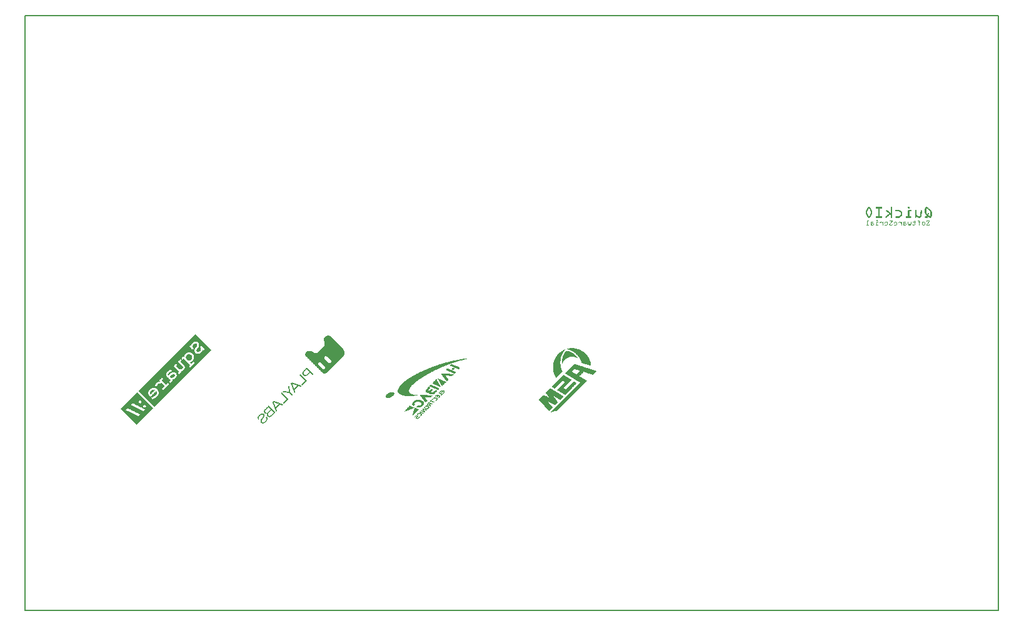
<source format=gbo>
G04 MADE WITH FRITZING*
G04 WWW.FRITZING.ORG*
G04 DOUBLE SIDED*
G04 HOLES PLATED*
G04 CONTOUR ON CENTER OF CONTOUR VECTOR*
%ASAXBY*%
%FSLAX23Y23*%
%MOIN*%
%OFA0B0*%
%SFA1.0B1.0*%
%ADD10R,5.199460X3.182310X5.183460X3.166310*%
%ADD11C,0.008000*%
%ADD12R,0.001000X0.001000*%
%LNSILK0*%
G90*
G70*
G54D11*
X4Y3178D02*
X5195Y3178D01*
X5195Y4D01*
X4Y4D01*
X4Y3178D01*
D02*
G54D12*
X4713Y2158D02*
X4720Y2158D01*
X4712Y2157D02*
X4721Y2157D01*
X4712Y2156D02*
X4721Y2156D01*
X4501Y2155D02*
X4506Y2155D01*
X4540Y2155D02*
X4572Y2155D01*
X4622Y2155D02*
X4625Y2155D01*
X4711Y2155D02*
X4721Y2155D01*
X4808Y2155D02*
X4814Y2155D01*
X4499Y2154D02*
X4508Y2154D01*
X4539Y2154D02*
X4573Y2154D01*
X4621Y2154D02*
X4626Y2154D01*
X4711Y2154D02*
X4721Y2154D01*
X4806Y2154D02*
X4815Y2154D01*
X4498Y2153D02*
X4510Y2153D01*
X4539Y2153D02*
X4574Y2153D01*
X4621Y2153D02*
X4627Y2153D01*
X4711Y2153D02*
X4721Y2153D01*
X4805Y2153D02*
X4817Y2153D01*
X4497Y2152D02*
X4511Y2152D01*
X4539Y2152D02*
X4574Y2152D01*
X4620Y2152D02*
X4627Y2152D01*
X4711Y2152D02*
X4721Y2152D01*
X4804Y2152D02*
X4818Y2152D01*
X4496Y2151D02*
X4511Y2151D01*
X4539Y2151D02*
X4574Y2151D01*
X4620Y2151D02*
X4627Y2151D01*
X4712Y2151D02*
X4721Y2151D01*
X4804Y2151D02*
X4819Y2151D01*
X4495Y2150D02*
X4512Y2150D01*
X4539Y2150D02*
X4574Y2150D01*
X4620Y2150D02*
X4627Y2150D01*
X4712Y2150D02*
X4721Y2150D01*
X4803Y2150D02*
X4820Y2150D01*
X4495Y2149D02*
X4512Y2149D01*
X4540Y2149D02*
X4573Y2149D01*
X4620Y2149D02*
X4627Y2149D01*
X4713Y2149D02*
X4720Y2149D01*
X4803Y2149D02*
X4821Y2149D01*
X4494Y2148D02*
X4502Y2148D01*
X4505Y2148D02*
X4513Y2148D01*
X4553Y2148D02*
X4560Y2148D01*
X4620Y2148D02*
X4627Y2148D01*
X4802Y2148D02*
X4810Y2148D01*
X4812Y2148D02*
X4823Y2148D01*
X4494Y2147D02*
X4501Y2147D01*
X4506Y2147D02*
X4513Y2147D01*
X4553Y2147D02*
X4560Y2147D01*
X4620Y2147D02*
X4627Y2147D01*
X4802Y2147D02*
X4809Y2147D01*
X4813Y2147D02*
X4824Y2147D01*
X4493Y2146D02*
X4501Y2146D01*
X4507Y2146D02*
X4514Y2146D01*
X4553Y2146D02*
X4560Y2146D01*
X4620Y2146D02*
X4627Y2146D01*
X4802Y2146D02*
X4809Y2146D01*
X4814Y2146D02*
X4825Y2146D01*
X4493Y2145D02*
X4500Y2145D01*
X4507Y2145D02*
X4514Y2145D01*
X4553Y2145D02*
X4560Y2145D01*
X4620Y2145D02*
X4627Y2145D01*
X4802Y2145D02*
X4809Y2145D01*
X4816Y2145D02*
X4826Y2145D01*
X4492Y2144D02*
X4500Y2144D01*
X4508Y2144D02*
X4515Y2144D01*
X4553Y2144D02*
X4560Y2144D01*
X4620Y2144D02*
X4627Y2144D01*
X4802Y2144D02*
X4809Y2144D01*
X4817Y2144D02*
X4827Y2144D01*
X4492Y2143D02*
X4499Y2143D01*
X4508Y2143D02*
X4515Y2143D01*
X4553Y2143D02*
X4560Y2143D01*
X4620Y2143D02*
X4627Y2143D01*
X4802Y2143D02*
X4809Y2143D01*
X4818Y2143D02*
X4828Y2143D01*
X4491Y2142D02*
X4499Y2142D01*
X4509Y2142D02*
X4516Y2142D01*
X4553Y2142D02*
X4560Y2142D01*
X4620Y2142D02*
X4627Y2142D01*
X4802Y2142D02*
X4809Y2142D01*
X4819Y2142D02*
X4830Y2142D01*
X4491Y2141D02*
X4498Y2141D01*
X4509Y2141D02*
X4516Y2141D01*
X4553Y2141D02*
X4560Y2141D01*
X4620Y2141D02*
X4627Y2141D01*
X4802Y2141D02*
X4809Y2141D01*
X4820Y2141D02*
X4831Y2141D01*
X4490Y2140D02*
X4498Y2140D01*
X4510Y2140D02*
X4517Y2140D01*
X4553Y2140D02*
X4560Y2140D01*
X4598Y2140D02*
X4598Y2140D01*
X4620Y2140D02*
X4627Y2140D01*
X4647Y2140D02*
X4663Y2140D01*
X4715Y2140D02*
X4725Y2140D01*
X4753Y2140D02*
X4753Y2140D01*
X4782Y2140D02*
X4782Y2140D01*
X4802Y2140D02*
X4809Y2140D01*
X4822Y2140D02*
X4832Y2140D01*
X4490Y2139D02*
X4497Y2139D01*
X4510Y2139D02*
X4517Y2139D01*
X4553Y2139D02*
X4560Y2139D01*
X4596Y2139D02*
X4600Y2139D01*
X4620Y2139D02*
X4627Y2139D01*
X4645Y2139D02*
X4667Y2139D01*
X4713Y2139D02*
X4728Y2139D01*
X4751Y2139D02*
X4755Y2139D01*
X4780Y2139D02*
X4784Y2139D01*
X4802Y2139D02*
X4809Y2139D01*
X4823Y2139D02*
X4833Y2139D01*
X4489Y2138D02*
X4497Y2138D01*
X4511Y2138D02*
X4518Y2138D01*
X4553Y2138D02*
X4560Y2138D01*
X4595Y2138D02*
X4602Y2138D01*
X4620Y2138D02*
X4627Y2138D01*
X4645Y2138D02*
X4669Y2138D01*
X4712Y2138D02*
X4728Y2138D01*
X4750Y2138D02*
X4756Y2138D01*
X4779Y2138D02*
X4785Y2138D01*
X4802Y2138D02*
X4809Y2138D01*
X4824Y2138D02*
X4834Y2138D01*
X4489Y2137D02*
X4496Y2137D01*
X4511Y2137D02*
X4518Y2137D01*
X4553Y2137D02*
X4560Y2137D01*
X4595Y2137D02*
X4603Y2137D01*
X4620Y2137D02*
X4627Y2137D01*
X4644Y2137D02*
X4670Y2137D01*
X4712Y2137D02*
X4729Y2137D01*
X4750Y2137D02*
X4756Y2137D01*
X4779Y2137D02*
X4785Y2137D01*
X4802Y2137D02*
X4809Y2137D01*
X4825Y2137D02*
X4835Y2137D01*
X4488Y2136D02*
X4496Y2136D01*
X4512Y2136D02*
X4519Y2136D01*
X4553Y2136D02*
X4560Y2136D01*
X4595Y2136D02*
X4604Y2136D01*
X4620Y2136D02*
X4627Y2136D01*
X4644Y2136D02*
X4671Y2136D01*
X4711Y2136D02*
X4729Y2136D01*
X4750Y2136D02*
X4756Y2136D01*
X4779Y2136D02*
X4785Y2136D01*
X4802Y2136D02*
X4809Y2136D01*
X4826Y2136D02*
X4836Y2136D01*
X4488Y2135D02*
X4495Y2135D01*
X4512Y2135D02*
X4519Y2135D01*
X4553Y2135D02*
X4560Y2135D01*
X4595Y2135D02*
X4605Y2135D01*
X4620Y2135D02*
X4627Y2135D01*
X4644Y2135D02*
X4673Y2135D01*
X4711Y2135D02*
X4728Y2135D01*
X4750Y2135D02*
X4756Y2135D01*
X4779Y2135D02*
X4785Y2135D01*
X4802Y2135D02*
X4809Y2135D01*
X4828Y2135D02*
X4836Y2135D01*
X4488Y2134D02*
X4495Y2134D01*
X4513Y2134D02*
X4520Y2134D01*
X4553Y2134D02*
X4560Y2134D01*
X4596Y2134D02*
X4606Y2134D01*
X4620Y2134D02*
X4627Y2134D01*
X4645Y2134D02*
X4674Y2134D01*
X4711Y2134D02*
X4728Y2134D01*
X4750Y2134D02*
X4756Y2134D01*
X4779Y2134D02*
X4785Y2134D01*
X4802Y2134D02*
X4809Y2134D01*
X4829Y2134D02*
X4837Y2134D01*
X4487Y2133D02*
X4494Y2133D01*
X4513Y2133D02*
X4520Y2133D01*
X4553Y2133D02*
X4560Y2133D01*
X4597Y2133D02*
X4607Y2133D01*
X4620Y2133D02*
X4627Y2133D01*
X4646Y2133D02*
X4675Y2133D01*
X4711Y2133D02*
X4726Y2133D01*
X4750Y2133D02*
X4756Y2133D01*
X4779Y2133D02*
X4785Y2133D01*
X4802Y2133D02*
X4809Y2133D01*
X4830Y2133D02*
X4837Y2133D01*
X4487Y2132D02*
X4494Y2132D01*
X4514Y2132D02*
X4521Y2132D01*
X4553Y2132D02*
X4560Y2132D01*
X4598Y2132D02*
X4609Y2132D01*
X4620Y2132D02*
X4627Y2132D01*
X4665Y2132D02*
X4676Y2132D01*
X4711Y2132D02*
X4718Y2132D01*
X4750Y2132D02*
X4756Y2132D01*
X4779Y2132D02*
X4785Y2132D01*
X4802Y2132D02*
X4809Y2132D01*
X4830Y2132D02*
X4837Y2132D01*
X4486Y2131D02*
X4493Y2131D01*
X4514Y2131D02*
X4521Y2131D01*
X4553Y2131D02*
X4560Y2131D01*
X4599Y2131D02*
X4610Y2131D01*
X4620Y2131D02*
X4627Y2131D01*
X4667Y2131D02*
X4677Y2131D01*
X4711Y2131D02*
X4718Y2131D01*
X4750Y2131D02*
X4756Y2131D01*
X4779Y2131D02*
X4785Y2131D01*
X4802Y2131D02*
X4809Y2131D01*
X4831Y2131D02*
X4837Y2131D01*
X4486Y2130D02*
X4493Y2130D01*
X4514Y2130D02*
X4521Y2130D01*
X4553Y2130D02*
X4560Y2130D01*
X4600Y2130D02*
X4611Y2130D01*
X4620Y2130D02*
X4627Y2130D01*
X4668Y2130D02*
X4678Y2130D01*
X4711Y2130D02*
X4718Y2130D01*
X4750Y2130D02*
X4756Y2130D01*
X4778Y2130D02*
X4785Y2130D01*
X4802Y2130D02*
X4809Y2130D01*
X4831Y2130D02*
X4838Y2130D01*
X4486Y2129D02*
X4493Y2129D01*
X4515Y2129D02*
X4521Y2129D01*
X4553Y2129D02*
X4560Y2129D01*
X4602Y2129D02*
X4612Y2129D01*
X4620Y2129D02*
X4627Y2129D01*
X4669Y2129D02*
X4678Y2129D01*
X4711Y2129D02*
X4718Y2129D01*
X4750Y2129D02*
X4756Y2129D01*
X4778Y2129D02*
X4785Y2129D01*
X4802Y2129D02*
X4809Y2129D01*
X4831Y2129D02*
X4838Y2129D01*
X4486Y2128D02*
X4492Y2128D01*
X4515Y2128D02*
X4521Y2128D01*
X4553Y2128D02*
X4560Y2128D01*
X4603Y2128D02*
X4613Y2128D01*
X4620Y2128D02*
X4627Y2128D01*
X4670Y2128D02*
X4679Y2128D01*
X4711Y2128D02*
X4718Y2128D01*
X4750Y2128D02*
X4756Y2128D01*
X4778Y2128D02*
X4785Y2128D01*
X4802Y2128D02*
X4809Y2128D01*
X4831Y2128D02*
X4838Y2128D01*
X4486Y2127D02*
X4492Y2127D01*
X4515Y2127D02*
X4521Y2127D01*
X4553Y2127D02*
X4560Y2127D01*
X4604Y2127D02*
X4614Y2127D01*
X4620Y2127D02*
X4627Y2127D01*
X4671Y2127D02*
X4679Y2127D01*
X4711Y2127D02*
X4718Y2127D01*
X4750Y2127D02*
X4756Y2127D01*
X4778Y2127D02*
X4785Y2127D01*
X4802Y2127D02*
X4809Y2127D01*
X4831Y2127D02*
X4838Y2127D01*
X4486Y2126D02*
X4492Y2126D01*
X4515Y2126D02*
X4521Y2126D01*
X4553Y2126D02*
X4560Y2126D01*
X4605Y2126D02*
X4616Y2126D01*
X4620Y2126D02*
X4627Y2126D01*
X4672Y2126D02*
X4679Y2126D01*
X4711Y2126D02*
X4718Y2126D01*
X4750Y2126D02*
X4756Y2126D01*
X4778Y2126D02*
X4785Y2126D01*
X4802Y2126D02*
X4809Y2126D01*
X4831Y2126D02*
X4838Y2126D01*
X4486Y2125D02*
X4493Y2125D01*
X4515Y2125D02*
X4521Y2125D01*
X4553Y2125D02*
X4560Y2125D01*
X4606Y2125D02*
X4617Y2125D01*
X4620Y2125D02*
X4627Y2125D01*
X4673Y2125D02*
X4679Y2125D01*
X4711Y2125D02*
X4718Y2125D01*
X4750Y2125D02*
X4756Y2125D01*
X4778Y2125D02*
X4785Y2125D01*
X4802Y2125D02*
X4809Y2125D01*
X4831Y2125D02*
X4838Y2125D01*
X4486Y2124D02*
X4493Y2124D01*
X4514Y2124D02*
X4521Y2124D01*
X4553Y2124D02*
X4560Y2124D01*
X4607Y2124D02*
X4618Y2124D01*
X4620Y2124D02*
X4627Y2124D01*
X4673Y2124D02*
X4680Y2124D01*
X4711Y2124D02*
X4718Y2124D01*
X4750Y2124D02*
X4756Y2124D01*
X4778Y2124D02*
X4785Y2124D01*
X4802Y2124D02*
X4809Y2124D01*
X4819Y2124D02*
X4821Y2124D01*
X4831Y2124D02*
X4838Y2124D01*
X4486Y2123D02*
X4493Y2123D01*
X4514Y2123D02*
X4521Y2123D01*
X4553Y2123D02*
X4560Y2123D01*
X4609Y2123D02*
X4627Y2123D01*
X4673Y2123D02*
X4680Y2123D01*
X4711Y2123D02*
X4718Y2123D01*
X4750Y2123D02*
X4756Y2123D01*
X4778Y2123D02*
X4785Y2123D01*
X4803Y2123D02*
X4809Y2123D01*
X4818Y2123D02*
X4822Y2123D01*
X4831Y2123D02*
X4838Y2123D01*
X4487Y2122D02*
X4494Y2122D01*
X4514Y2122D02*
X4521Y2122D01*
X4553Y2122D02*
X4560Y2122D01*
X4610Y2122D02*
X4627Y2122D01*
X4673Y2122D02*
X4680Y2122D01*
X4711Y2122D02*
X4718Y2122D01*
X4750Y2122D02*
X4756Y2122D01*
X4778Y2122D02*
X4785Y2122D01*
X4803Y2122D02*
X4810Y2122D01*
X4817Y2122D02*
X4823Y2122D01*
X4831Y2122D02*
X4838Y2122D01*
X4487Y2121D02*
X4494Y2121D01*
X4513Y2121D02*
X4520Y2121D01*
X4553Y2121D02*
X4560Y2121D01*
X4611Y2121D02*
X4627Y2121D01*
X4673Y2121D02*
X4680Y2121D01*
X4711Y2121D02*
X4718Y2121D01*
X4750Y2121D02*
X4756Y2121D01*
X4778Y2121D02*
X4785Y2121D01*
X4803Y2121D02*
X4811Y2121D01*
X4817Y2121D02*
X4823Y2121D01*
X4831Y2121D02*
X4838Y2121D01*
X4488Y2120D02*
X4495Y2120D01*
X4513Y2120D02*
X4520Y2120D01*
X4553Y2120D02*
X4560Y2120D01*
X4610Y2120D02*
X4627Y2120D01*
X4673Y2120D02*
X4680Y2120D01*
X4711Y2120D02*
X4718Y2120D01*
X4750Y2120D02*
X4756Y2120D01*
X4778Y2120D02*
X4785Y2120D01*
X4804Y2120D02*
X4812Y2120D01*
X4816Y2120D02*
X4823Y2120D01*
X4831Y2120D02*
X4838Y2120D01*
X4488Y2119D02*
X4495Y2119D01*
X4512Y2119D02*
X4519Y2119D01*
X4553Y2119D02*
X4560Y2119D01*
X4609Y2119D02*
X4627Y2119D01*
X4673Y2119D02*
X4680Y2119D01*
X4711Y2119D02*
X4718Y2119D01*
X4750Y2119D02*
X4756Y2119D01*
X4778Y2119D02*
X4784Y2119D01*
X4804Y2119D02*
X4813Y2119D01*
X4816Y2119D02*
X4823Y2119D01*
X4831Y2119D02*
X4838Y2119D01*
X4488Y2118D02*
X4496Y2118D01*
X4512Y2118D02*
X4519Y2118D01*
X4553Y2118D02*
X4560Y2118D01*
X4608Y2118D02*
X4627Y2118D01*
X4673Y2118D02*
X4680Y2118D01*
X4711Y2118D02*
X4718Y2118D01*
X4750Y2118D02*
X4756Y2118D01*
X4778Y2118D02*
X4784Y2118D01*
X4805Y2118D02*
X4822Y2118D01*
X4831Y2118D02*
X4838Y2118D01*
X4489Y2117D02*
X4496Y2117D01*
X4511Y2117D02*
X4518Y2117D01*
X4553Y2117D02*
X4560Y2117D01*
X4607Y2117D02*
X4627Y2117D01*
X4673Y2117D02*
X4680Y2117D01*
X4711Y2117D02*
X4718Y2117D01*
X4750Y2117D02*
X4756Y2117D01*
X4778Y2117D02*
X4784Y2117D01*
X4805Y2117D02*
X4822Y2117D01*
X4831Y2117D02*
X4838Y2117D01*
X4489Y2116D02*
X4497Y2116D01*
X4511Y2116D02*
X4518Y2116D01*
X4553Y2116D02*
X4560Y2116D01*
X4606Y2116D02*
X4627Y2116D01*
X4673Y2116D02*
X4680Y2116D01*
X4711Y2116D02*
X4718Y2116D01*
X4750Y2116D02*
X4756Y2116D01*
X4778Y2116D02*
X4784Y2116D01*
X4806Y2116D02*
X4822Y2116D01*
X4831Y2116D02*
X4838Y2116D01*
X4490Y2115D02*
X4497Y2115D01*
X4510Y2115D02*
X4517Y2115D01*
X4553Y2115D02*
X4560Y2115D01*
X4604Y2115D02*
X4615Y2115D01*
X4618Y2115D02*
X4627Y2115D01*
X4673Y2115D02*
X4680Y2115D01*
X4711Y2115D02*
X4718Y2115D01*
X4750Y2115D02*
X4756Y2115D01*
X4778Y2115D02*
X4784Y2115D01*
X4807Y2115D02*
X4821Y2115D01*
X4831Y2115D02*
X4838Y2115D01*
X4490Y2114D02*
X4498Y2114D01*
X4510Y2114D02*
X4517Y2114D01*
X4553Y2114D02*
X4560Y2114D01*
X4603Y2114D02*
X4614Y2114D01*
X4619Y2114D02*
X4627Y2114D01*
X4673Y2114D02*
X4679Y2114D01*
X4711Y2114D02*
X4718Y2114D01*
X4750Y2114D02*
X4756Y2114D01*
X4778Y2114D02*
X4784Y2114D01*
X4808Y2114D02*
X4821Y2114D01*
X4831Y2114D02*
X4838Y2114D01*
X4491Y2113D02*
X4498Y2113D01*
X4509Y2113D02*
X4516Y2113D01*
X4553Y2113D02*
X4560Y2113D01*
X4602Y2113D02*
X4612Y2113D01*
X4620Y2113D02*
X4627Y2113D01*
X4673Y2113D02*
X4679Y2113D01*
X4711Y2113D02*
X4718Y2113D01*
X4750Y2113D02*
X4757Y2113D01*
X4778Y2113D02*
X4784Y2113D01*
X4809Y2113D02*
X4820Y2113D01*
X4831Y2113D02*
X4838Y2113D01*
X4491Y2112D02*
X4499Y2112D01*
X4509Y2112D02*
X4516Y2112D01*
X4553Y2112D02*
X4560Y2112D01*
X4601Y2112D02*
X4611Y2112D01*
X4620Y2112D02*
X4627Y2112D01*
X4672Y2112D02*
X4679Y2112D01*
X4711Y2112D02*
X4718Y2112D01*
X4750Y2112D02*
X4758Y2112D01*
X4778Y2112D02*
X4784Y2112D01*
X4811Y2112D02*
X4821Y2112D01*
X4831Y2112D02*
X4838Y2112D01*
X4492Y2111D02*
X4499Y2111D01*
X4508Y2111D02*
X4515Y2111D01*
X4553Y2111D02*
X4560Y2111D01*
X4600Y2111D02*
X4610Y2111D01*
X4620Y2111D02*
X4627Y2111D01*
X4671Y2111D02*
X4679Y2111D01*
X4711Y2111D02*
X4718Y2111D01*
X4750Y2111D02*
X4760Y2111D01*
X4778Y2111D02*
X4784Y2111D01*
X4812Y2111D02*
X4822Y2111D01*
X4831Y2111D02*
X4838Y2111D01*
X4492Y2110D02*
X4500Y2110D01*
X4508Y2110D02*
X4515Y2110D01*
X4553Y2110D02*
X4560Y2110D01*
X4599Y2110D02*
X4609Y2110D01*
X4620Y2110D02*
X4627Y2110D01*
X4669Y2110D02*
X4678Y2110D01*
X4711Y2110D02*
X4718Y2110D01*
X4750Y2110D02*
X4761Y2110D01*
X4778Y2110D02*
X4784Y2110D01*
X4812Y2110D02*
X4823Y2110D01*
X4831Y2110D02*
X4838Y2110D01*
X4493Y2109D02*
X4500Y2109D01*
X4507Y2109D02*
X4514Y2109D01*
X4553Y2109D02*
X4560Y2109D01*
X4597Y2109D02*
X4608Y2109D01*
X4620Y2109D02*
X4627Y2109D01*
X4668Y2109D02*
X4678Y2109D01*
X4711Y2109D02*
X4718Y2109D01*
X4750Y2109D02*
X4763Y2109D01*
X4778Y2109D02*
X4784Y2109D01*
X4812Y2109D02*
X4825Y2109D01*
X4831Y2109D02*
X4838Y2109D01*
X4493Y2108D02*
X4501Y2108D01*
X4507Y2108D02*
X4514Y2108D01*
X4553Y2108D02*
X4560Y2108D01*
X4596Y2108D02*
X4607Y2108D01*
X4620Y2108D02*
X4627Y2108D01*
X4667Y2108D02*
X4677Y2108D01*
X4711Y2108D02*
X4718Y2108D01*
X4750Y2108D02*
X4765Y2108D01*
X4777Y2108D02*
X4784Y2108D01*
X4812Y2108D02*
X4826Y2108D01*
X4831Y2108D02*
X4838Y2108D01*
X4494Y2107D02*
X4501Y2107D01*
X4506Y2107D02*
X4513Y2107D01*
X4553Y2107D02*
X4560Y2107D01*
X4595Y2107D02*
X4605Y2107D01*
X4620Y2107D02*
X4627Y2107D01*
X4666Y2107D02*
X4676Y2107D01*
X4711Y2107D02*
X4718Y2107D01*
X4750Y2107D02*
X4766Y2107D01*
X4777Y2107D02*
X4784Y2107D01*
X4811Y2107D02*
X4827Y2107D01*
X4831Y2107D02*
X4838Y2107D01*
X4494Y2106D02*
X4503Y2106D01*
X4505Y2106D02*
X4513Y2106D01*
X4553Y2106D02*
X4560Y2106D01*
X4594Y2106D02*
X4604Y2106D01*
X4620Y2106D02*
X4627Y2106D01*
X4664Y2106D02*
X4675Y2106D01*
X4711Y2106D02*
X4718Y2106D01*
X4750Y2106D02*
X4768Y2106D01*
X4775Y2106D02*
X4784Y2106D01*
X4811Y2106D02*
X4828Y2106D01*
X4830Y2106D02*
X4838Y2106D01*
X4495Y2105D02*
X4512Y2105D01*
X4540Y2105D02*
X4573Y2105D01*
X4593Y2105D02*
X4603Y2105D01*
X4620Y2105D02*
X4627Y2105D01*
X4646Y2105D02*
X4674Y2105D01*
X4702Y2105D02*
X4727Y2105D01*
X4750Y2105D02*
X4783Y2105D01*
X4804Y2105D02*
X4837Y2105D01*
X4495Y2104D02*
X4512Y2104D01*
X4539Y2104D02*
X4574Y2104D01*
X4592Y2104D02*
X4602Y2104D01*
X4620Y2104D02*
X4627Y2104D01*
X4645Y2104D02*
X4673Y2104D01*
X4701Y2104D02*
X4728Y2104D01*
X4750Y2104D02*
X4756Y2104D01*
X4758Y2104D02*
X4783Y2104D01*
X4803Y2104D02*
X4817Y2104D01*
X4820Y2104D02*
X4837Y2104D01*
X4496Y2103D02*
X4511Y2103D01*
X4539Y2103D02*
X4574Y2103D01*
X4592Y2103D02*
X4601Y2103D01*
X4620Y2103D02*
X4627Y2103D01*
X4644Y2103D02*
X4672Y2103D01*
X4701Y2103D02*
X4729Y2103D01*
X4750Y2103D02*
X4756Y2103D01*
X4760Y2103D02*
X4782Y2103D01*
X4802Y2103D02*
X4817Y2103D01*
X4821Y2103D02*
X4837Y2103D01*
X4497Y2102D02*
X4511Y2102D01*
X4539Y2102D02*
X4574Y2102D01*
X4591Y2102D02*
X4600Y2102D01*
X4621Y2102D02*
X4627Y2102D01*
X4644Y2102D02*
X4671Y2102D01*
X4701Y2102D02*
X4729Y2102D01*
X4750Y2102D02*
X4756Y2102D01*
X4761Y2102D02*
X4781Y2102D01*
X4802Y2102D02*
X4816Y2102D01*
X4822Y2102D02*
X4836Y2102D01*
X4498Y2101D02*
X4510Y2101D01*
X4539Y2101D02*
X4574Y2101D01*
X4592Y2101D02*
X4598Y2101D01*
X4621Y2101D02*
X4627Y2101D01*
X4644Y2101D02*
X4669Y2101D01*
X4701Y2101D02*
X4728Y2101D01*
X4750Y2101D02*
X4756Y2101D01*
X4763Y2101D02*
X4780Y2101D01*
X4803Y2101D02*
X4816Y2101D01*
X4824Y2101D02*
X4835Y2101D01*
X4499Y2100D02*
X4508Y2100D01*
X4539Y2100D02*
X4573Y2100D01*
X4592Y2100D02*
X4597Y2100D01*
X4621Y2100D02*
X4626Y2100D01*
X4645Y2100D02*
X4668Y2100D01*
X4701Y2100D02*
X4728Y2100D01*
X4750Y2100D02*
X4755Y2100D01*
X4765Y2100D02*
X4779Y2100D01*
X4803Y2100D02*
X4815Y2100D01*
X4825Y2100D02*
X4834Y2100D01*
X4501Y2099D02*
X4506Y2099D01*
X4541Y2099D02*
X4572Y2099D01*
X4593Y2099D02*
X4596Y2099D01*
X4622Y2099D02*
X4625Y2099D01*
X4646Y2099D02*
X4666Y2099D01*
X4702Y2099D02*
X4727Y2099D01*
X4752Y2099D02*
X4754Y2099D01*
X4767Y2099D02*
X4776Y2099D01*
X4804Y2099D02*
X4815Y2099D01*
X4827Y2099D02*
X4832Y2099D01*
X4546Y2086D02*
X4547Y2086D01*
X4545Y2085D02*
X4548Y2085D01*
X4495Y2084D02*
X4502Y2084D01*
X4544Y2084D02*
X4549Y2084D01*
X4615Y2084D02*
X4626Y2084D01*
X4763Y2084D02*
X4770Y2084D01*
X4814Y2084D02*
X4825Y2084D01*
X4495Y2083D02*
X4502Y2083D01*
X4544Y2083D02*
X4549Y2083D01*
X4613Y2083D02*
X4628Y2083D01*
X4748Y2083D02*
X4748Y2083D01*
X4762Y2083D02*
X4771Y2083D01*
X4812Y2083D02*
X4827Y2083D01*
X4495Y2082D02*
X4502Y2082D01*
X4545Y2082D02*
X4548Y2082D01*
X4613Y2082D02*
X4628Y2082D01*
X4747Y2082D02*
X4749Y2082D01*
X4763Y2082D02*
X4772Y2082D01*
X4812Y2082D02*
X4827Y2082D01*
X4495Y2081D02*
X4497Y2081D01*
X4612Y2081D02*
X4616Y2081D01*
X4626Y2081D02*
X4628Y2081D01*
X4747Y2081D02*
X4749Y2081D01*
X4769Y2081D02*
X4773Y2081D01*
X4811Y2081D02*
X4815Y2081D01*
X4825Y2081D02*
X4827Y2081D01*
X4495Y2080D02*
X4497Y2080D01*
X4612Y2080D02*
X4615Y2080D01*
X4625Y2080D02*
X4628Y2080D01*
X4747Y2080D02*
X4749Y2080D01*
X4770Y2080D02*
X4773Y2080D01*
X4811Y2080D02*
X4814Y2080D01*
X4824Y2080D02*
X4827Y2080D01*
X4495Y2079D02*
X4497Y2079D01*
X4613Y2079D02*
X4614Y2079D01*
X4625Y2079D02*
X4628Y2079D01*
X4747Y2079D02*
X4749Y2079D01*
X4771Y2079D02*
X4773Y2079D01*
X4812Y2079D02*
X4813Y2079D01*
X4824Y2079D02*
X4827Y2079D01*
X4495Y2078D02*
X4497Y2078D01*
X4624Y2078D02*
X4627Y2078D01*
X4747Y2078D02*
X4749Y2078D01*
X4771Y2078D02*
X4773Y2078D01*
X4823Y2078D02*
X4826Y2078D01*
X4495Y2077D02*
X4497Y2077D01*
X4517Y2077D02*
X4525Y2077D01*
X4545Y2077D02*
X4551Y2077D01*
X4566Y2077D02*
X4571Y2077D01*
X4577Y2077D02*
X4578Y2077D01*
X4592Y2077D02*
X4599Y2077D01*
X4623Y2077D02*
X4627Y2077D01*
X4642Y2077D02*
X4648Y2077D01*
X4666Y2077D02*
X4670Y2077D01*
X4676Y2077D02*
X4677Y2077D01*
X4691Y2077D02*
X4699Y2077D01*
X4712Y2077D02*
X4713Y2077D01*
X4727Y2077D02*
X4727Y2077D01*
X4739Y2077D02*
X4752Y2077D01*
X4767Y2077D02*
X4776Y2077D01*
X4791Y2077D02*
X4798Y2077D01*
X4822Y2077D02*
X4826Y2077D01*
X4495Y2076D02*
X4497Y2076D01*
X4515Y2076D02*
X4525Y2076D01*
X4545Y2076D02*
X4552Y2076D01*
X4564Y2076D02*
X4572Y2076D01*
X4576Y2076D02*
X4579Y2076D01*
X4590Y2076D02*
X4600Y2076D01*
X4622Y2076D02*
X4626Y2076D01*
X4640Y2076D02*
X4650Y2076D01*
X4664Y2076D02*
X4672Y2076D01*
X4676Y2076D02*
X4678Y2076D01*
X4689Y2076D02*
X4699Y2076D01*
X4711Y2076D02*
X4714Y2076D01*
X4726Y2076D02*
X4728Y2076D01*
X4738Y2076D02*
X4753Y2076D01*
X4766Y2076D02*
X4777Y2076D01*
X4789Y2076D02*
X4799Y2076D01*
X4821Y2076D02*
X4825Y2076D01*
X4495Y2075D02*
X4497Y2075D01*
X4514Y2075D02*
X4525Y2075D01*
X4544Y2075D02*
X4552Y2075D01*
X4563Y2075D02*
X4573Y2075D01*
X4576Y2075D02*
X4579Y2075D01*
X4589Y2075D02*
X4602Y2075D01*
X4622Y2075D02*
X4625Y2075D01*
X4639Y2075D02*
X4651Y2075D01*
X4663Y2075D02*
X4673Y2075D01*
X4676Y2075D02*
X4678Y2075D01*
X4688Y2075D02*
X4699Y2075D01*
X4711Y2075D02*
X4714Y2075D01*
X4726Y2075D02*
X4728Y2075D01*
X4738Y2075D02*
X4753Y2075D01*
X4766Y2075D02*
X4777Y2075D01*
X4788Y2075D02*
X4801Y2075D01*
X4821Y2075D02*
X4824Y2075D01*
X4495Y2074D02*
X4497Y2074D01*
X4514Y2074D02*
X4524Y2074D01*
X4544Y2074D02*
X4551Y2074D01*
X4563Y2074D02*
X4579Y2074D01*
X4588Y2074D02*
X4602Y2074D01*
X4621Y2074D02*
X4624Y2074D01*
X4638Y2074D02*
X4652Y2074D01*
X4662Y2074D02*
X4678Y2074D01*
X4688Y2074D02*
X4698Y2074D01*
X4711Y2074D02*
X4714Y2074D01*
X4726Y2074D02*
X4728Y2074D01*
X4739Y2074D02*
X4752Y2074D01*
X4767Y2074D02*
X4776Y2074D01*
X4787Y2074D02*
X4801Y2074D01*
X4820Y2074D02*
X4823Y2074D01*
X4495Y2073D02*
X4497Y2073D01*
X4513Y2073D02*
X4516Y2073D01*
X4544Y2073D02*
X4547Y2073D01*
X4563Y2073D02*
X4565Y2073D01*
X4571Y2073D02*
X4579Y2073D01*
X4588Y2073D02*
X4591Y2073D01*
X4600Y2073D02*
X4603Y2073D01*
X4620Y2073D02*
X4623Y2073D01*
X4637Y2073D02*
X4641Y2073D01*
X4649Y2073D02*
X4653Y2073D01*
X4662Y2073D02*
X4665Y2073D01*
X4671Y2073D02*
X4678Y2073D01*
X4687Y2073D02*
X4690Y2073D01*
X4711Y2073D02*
X4714Y2073D01*
X4726Y2073D02*
X4728Y2073D01*
X4747Y2073D02*
X4749Y2073D01*
X4771Y2073D02*
X4773Y2073D01*
X4787Y2073D02*
X4790Y2073D01*
X4799Y2073D02*
X4802Y2073D01*
X4819Y2073D02*
X4822Y2073D01*
X4495Y2072D02*
X4497Y2072D01*
X4513Y2072D02*
X4516Y2072D01*
X4544Y2072D02*
X4547Y2072D01*
X4562Y2072D02*
X4565Y2072D01*
X4573Y2072D02*
X4579Y2072D01*
X4587Y2072D02*
X4590Y2072D01*
X4601Y2072D02*
X4603Y2072D01*
X4619Y2072D02*
X4623Y2072D01*
X4637Y2072D02*
X4640Y2072D01*
X4650Y2072D02*
X4653Y2072D01*
X4662Y2072D02*
X4664Y2072D01*
X4672Y2072D02*
X4678Y2072D01*
X4687Y2072D02*
X4690Y2072D01*
X4711Y2072D02*
X4714Y2072D01*
X4726Y2072D02*
X4728Y2072D01*
X4747Y2072D02*
X4749Y2072D01*
X4771Y2072D02*
X4773Y2072D01*
X4786Y2072D02*
X4789Y2072D01*
X4800Y2072D02*
X4802Y2072D01*
X4818Y2072D02*
X4822Y2072D01*
X4495Y2071D02*
X4497Y2071D01*
X4513Y2071D02*
X4516Y2071D01*
X4544Y2071D02*
X4547Y2071D01*
X4562Y2071D02*
X4565Y2071D01*
X4574Y2071D02*
X4579Y2071D01*
X4587Y2071D02*
X4590Y2071D01*
X4601Y2071D02*
X4604Y2071D01*
X4618Y2071D02*
X4622Y2071D01*
X4637Y2071D02*
X4640Y2071D01*
X4651Y2071D02*
X4653Y2071D01*
X4662Y2071D02*
X4664Y2071D01*
X4673Y2071D02*
X4678Y2071D01*
X4687Y2071D02*
X4690Y2071D01*
X4711Y2071D02*
X4714Y2071D01*
X4719Y2071D02*
X4720Y2071D01*
X4726Y2071D02*
X4728Y2071D01*
X4747Y2071D02*
X4749Y2071D01*
X4771Y2071D02*
X4773Y2071D01*
X4786Y2071D02*
X4789Y2071D01*
X4800Y2071D02*
X4802Y2071D01*
X4817Y2071D02*
X4821Y2071D01*
X4495Y2070D02*
X4497Y2070D01*
X4513Y2070D02*
X4516Y2070D01*
X4544Y2070D02*
X4547Y2070D01*
X4563Y2070D02*
X4564Y2070D01*
X4575Y2070D02*
X4579Y2070D01*
X4587Y2070D02*
X4590Y2070D01*
X4601Y2070D02*
X4604Y2070D01*
X4618Y2070D02*
X4621Y2070D01*
X4637Y2070D02*
X4640Y2070D01*
X4651Y2070D02*
X4653Y2070D01*
X4662Y2070D02*
X4664Y2070D01*
X4674Y2070D02*
X4678Y2070D01*
X4687Y2070D02*
X4690Y2070D01*
X4712Y2070D02*
X4714Y2070D01*
X4719Y2070D02*
X4721Y2070D01*
X4726Y2070D02*
X4728Y2070D01*
X4747Y2070D02*
X4749Y2070D01*
X4771Y2070D02*
X4773Y2070D01*
X4786Y2070D02*
X4789Y2070D01*
X4800Y2070D02*
X4803Y2070D01*
X4817Y2070D02*
X4820Y2070D01*
X4495Y2069D02*
X4497Y2069D01*
X4513Y2069D02*
X4527Y2069D01*
X4544Y2069D02*
X4547Y2069D01*
X4576Y2069D02*
X4579Y2069D01*
X4587Y2069D02*
X4590Y2069D01*
X4601Y2069D02*
X4604Y2069D01*
X4617Y2069D02*
X4620Y2069D01*
X4637Y2069D02*
X4640Y2069D01*
X4651Y2069D02*
X4653Y2069D01*
X4675Y2069D02*
X4678Y2069D01*
X4687Y2069D02*
X4701Y2069D01*
X4712Y2069D02*
X4714Y2069D01*
X4719Y2069D02*
X4721Y2069D01*
X4726Y2069D02*
X4728Y2069D01*
X4747Y2069D02*
X4749Y2069D01*
X4771Y2069D02*
X4773Y2069D01*
X4786Y2069D02*
X4789Y2069D01*
X4800Y2069D02*
X4803Y2069D01*
X4816Y2069D02*
X4819Y2069D01*
X4495Y2068D02*
X4497Y2068D01*
X4513Y2068D02*
X4528Y2068D01*
X4544Y2068D02*
X4547Y2068D01*
X4576Y2068D02*
X4579Y2068D01*
X4587Y2068D02*
X4604Y2068D01*
X4616Y2068D02*
X4620Y2068D01*
X4637Y2068D02*
X4653Y2068D01*
X4676Y2068D02*
X4678Y2068D01*
X4687Y2068D02*
X4702Y2068D01*
X4712Y2068D02*
X4714Y2068D01*
X4719Y2068D02*
X4721Y2068D01*
X4726Y2068D02*
X4728Y2068D01*
X4747Y2068D02*
X4749Y2068D01*
X4771Y2068D02*
X4773Y2068D01*
X4786Y2068D02*
X4789Y2068D01*
X4800Y2068D02*
X4803Y2068D01*
X4815Y2068D02*
X4819Y2068D01*
X4495Y2067D02*
X4497Y2067D01*
X4513Y2067D02*
X4528Y2067D01*
X4544Y2067D02*
X4547Y2067D01*
X4576Y2067D02*
X4579Y2067D01*
X4587Y2067D02*
X4604Y2067D01*
X4615Y2067D02*
X4619Y2067D01*
X4637Y2067D02*
X4653Y2067D01*
X4676Y2067D02*
X4678Y2067D01*
X4687Y2067D02*
X4702Y2067D01*
X4712Y2067D02*
X4714Y2067D01*
X4719Y2067D02*
X4721Y2067D01*
X4725Y2067D02*
X4728Y2067D01*
X4747Y2067D02*
X4749Y2067D01*
X4771Y2067D02*
X4773Y2067D01*
X4786Y2067D02*
X4789Y2067D01*
X4800Y2067D02*
X4803Y2067D01*
X4814Y2067D02*
X4818Y2067D01*
X4495Y2066D02*
X4497Y2066D01*
X4513Y2066D02*
X4516Y2066D01*
X4526Y2066D02*
X4529Y2066D01*
X4544Y2066D02*
X4547Y2066D01*
X4576Y2066D02*
X4579Y2066D01*
X4588Y2066D02*
X4604Y2066D01*
X4615Y2066D02*
X4618Y2066D01*
X4637Y2066D02*
X4653Y2066D01*
X4676Y2066D02*
X4678Y2066D01*
X4687Y2066D02*
X4690Y2066D01*
X4700Y2066D02*
X4703Y2066D01*
X4712Y2066D02*
X4714Y2066D01*
X4719Y2066D02*
X4721Y2066D01*
X4725Y2066D02*
X4728Y2066D01*
X4747Y2066D02*
X4749Y2066D01*
X4771Y2066D02*
X4773Y2066D01*
X4786Y2066D02*
X4789Y2066D01*
X4800Y2066D02*
X4803Y2066D01*
X4814Y2066D02*
X4817Y2066D01*
X4495Y2065D02*
X4497Y2065D01*
X4513Y2065D02*
X4515Y2065D01*
X4526Y2065D02*
X4529Y2065D01*
X4544Y2065D02*
X4547Y2065D01*
X4576Y2065D02*
X4579Y2065D01*
X4601Y2065D02*
X4604Y2065D01*
X4614Y2065D02*
X4617Y2065D01*
X4650Y2065D02*
X4653Y2065D01*
X4676Y2065D02*
X4678Y2065D01*
X4687Y2065D02*
X4690Y2065D01*
X4700Y2065D02*
X4703Y2065D01*
X4712Y2065D02*
X4714Y2065D01*
X4718Y2065D02*
X4721Y2065D01*
X4725Y2065D02*
X4728Y2065D01*
X4747Y2065D02*
X4749Y2065D01*
X4771Y2065D02*
X4773Y2065D01*
X4786Y2065D02*
X4789Y2065D01*
X4800Y2065D02*
X4803Y2065D01*
X4813Y2065D02*
X4816Y2065D01*
X4495Y2064D02*
X4497Y2064D01*
X4513Y2064D02*
X4515Y2064D01*
X4526Y2064D02*
X4529Y2064D01*
X4544Y2064D02*
X4547Y2064D01*
X4576Y2064D02*
X4579Y2064D01*
X4601Y2064D02*
X4604Y2064D01*
X4613Y2064D02*
X4617Y2064D01*
X4627Y2064D02*
X4627Y2064D01*
X4651Y2064D02*
X4653Y2064D01*
X4676Y2064D02*
X4678Y2064D01*
X4687Y2064D02*
X4690Y2064D01*
X4701Y2064D02*
X4703Y2064D01*
X4712Y2064D02*
X4715Y2064D01*
X4718Y2064D02*
X4722Y2064D01*
X4725Y2064D02*
X4728Y2064D01*
X4738Y2064D02*
X4738Y2064D01*
X4747Y2064D02*
X4749Y2064D01*
X4771Y2064D02*
X4773Y2064D01*
X4786Y2064D02*
X4789Y2064D01*
X4800Y2064D02*
X4802Y2064D01*
X4812Y2064D02*
X4816Y2064D01*
X4826Y2064D02*
X4826Y2064D01*
X4495Y2063D02*
X4497Y2063D01*
X4513Y2063D02*
X4516Y2063D01*
X4526Y2063D02*
X4529Y2063D01*
X4544Y2063D02*
X4547Y2063D01*
X4576Y2063D02*
X4579Y2063D01*
X4601Y2063D02*
X4603Y2063D01*
X4612Y2063D02*
X4616Y2063D01*
X4626Y2063D02*
X4628Y2063D01*
X4650Y2063D02*
X4653Y2063D01*
X4676Y2063D02*
X4678Y2063D01*
X4687Y2063D02*
X4690Y2063D01*
X4701Y2063D02*
X4703Y2063D01*
X4712Y2063D02*
X4715Y2063D01*
X4717Y2063D02*
X4723Y2063D01*
X4725Y2063D02*
X4727Y2063D01*
X4737Y2063D02*
X4739Y2063D01*
X4747Y2063D02*
X4749Y2063D01*
X4771Y2063D02*
X4773Y2063D01*
X4786Y2063D02*
X4789Y2063D01*
X4800Y2063D02*
X4802Y2063D01*
X4811Y2063D02*
X4815Y2063D01*
X4825Y2063D02*
X4827Y2063D01*
X4495Y2062D02*
X4497Y2062D01*
X4513Y2062D02*
X4518Y2062D01*
X4526Y2062D02*
X4529Y2062D01*
X4544Y2062D02*
X4547Y2062D01*
X4576Y2062D02*
X4579Y2062D01*
X4600Y2062D02*
X4603Y2062D01*
X4612Y2062D02*
X4615Y2062D01*
X4626Y2062D02*
X4628Y2062D01*
X4649Y2062D02*
X4653Y2062D01*
X4676Y2062D02*
X4678Y2062D01*
X4687Y2062D02*
X4692Y2062D01*
X4700Y2062D02*
X4703Y2062D01*
X4713Y2062D02*
X4727Y2062D01*
X4737Y2062D02*
X4739Y2062D01*
X4747Y2062D02*
X4749Y2062D01*
X4771Y2062D02*
X4773Y2062D01*
X4787Y2062D02*
X4790Y2062D01*
X4799Y2062D02*
X4802Y2062D01*
X4811Y2062D02*
X4814Y2062D01*
X4825Y2062D02*
X4827Y2062D01*
X4491Y2061D02*
X4501Y2061D01*
X4513Y2061D02*
X4528Y2061D01*
X4540Y2061D02*
X4551Y2061D01*
X4576Y2061D02*
X4579Y2061D01*
X4588Y2061D02*
X4602Y2061D01*
X4612Y2061D02*
X4628Y2061D01*
X4638Y2061D02*
X4652Y2061D01*
X4676Y2061D02*
X4678Y2061D01*
X4687Y2061D02*
X4703Y2061D01*
X4713Y2061D02*
X4719Y2061D01*
X4721Y2061D02*
X4727Y2061D01*
X4737Y2061D02*
X4749Y2061D01*
X4771Y2061D02*
X4773Y2061D01*
X4787Y2061D02*
X4801Y2061D01*
X4811Y2061D02*
X4827Y2061D01*
X4490Y2060D02*
X4502Y2060D01*
X4513Y2060D02*
X4528Y2060D01*
X4539Y2060D02*
X4552Y2060D01*
X4576Y2060D02*
X4579Y2060D01*
X4587Y2060D02*
X4602Y2060D01*
X4613Y2060D02*
X4628Y2060D01*
X4637Y2060D02*
X4651Y2060D01*
X4676Y2060D02*
X4678Y2060D01*
X4687Y2060D02*
X4702Y2060D01*
X4713Y2060D02*
X4718Y2060D01*
X4721Y2060D02*
X4726Y2060D01*
X4738Y2060D02*
X4748Y2060D01*
X4771Y2060D02*
X4773Y2060D01*
X4788Y2060D02*
X4801Y2060D01*
X4812Y2060D02*
X4827Y2060D01*
X4490Y2059D02*
X4502Y2059D01*
X4513Y2059D02*
X4515Y2059D01*
X4517Y2059D02*
X4527Y2059D01*
X4539Y2059D02*
X4552Y2059D01*
X4576Y2059D02*
X4579Y2059D01*
X4587Y2059D02*
X4601Y2059D01*
X4613Y2059D02*
X4627Y2059D01*
X4637Y2059D02*
X4650Y2059D01*
X4676Y2059D02*
X4678Y2059D01*
X4687Y2059D02*
X4689Y2059D01*
X4691Y2059D02*
X4701Y2059D01*
X4713Y2059D02*
X4718Y2059D01*
X4722Y2059D02*
X4726Y2059D01*
X4738Y2059D02*
X4747Y2059D01*
X4771Y2059D02*
X4773Y2059D01*
X4789Y2059D02*
X4800Y2059D01*
X4812Y2059D02*
X4826Y2059D01*
X4490Y2058D02*
X4501Y2058D01*
X4514Y2058D02*
X4514Y2058D01*
X4519Y2058D02*
X4525Y2058D01*
X4540Y2058D02*
X4551Y2058D01*
X4577Y2058D02*
X4578Y2058D01*
X4588Y2058D02*
X4599Y2058D01*
X4615Y2058D02*
X4625Y2058D01*
X4638Y2058D02*
X4649Y2058D01*
X4676Y2058D02*
X4677Y2058D01*
X4688Y2058D02*
X4688Y2058D01*
X4693Y2058D02*
X4699Y2058D01*
X4714Y2058D02*
X4717Y2058D01*
X4723Y2058D02*
X4725Y2058D01*
X4740Y2058D02*
X4746Y2058D01*
X4772Y2058D02*
X4773Y2058D01*
X4791Y2058D02*
X4798Y2058D01*
X4814Y2058D02*
X4824Y2058D01*
X910Y1475D02*
X912Y1475D01*
X909Y1474D02*
X913Y1474D01*
X908Y1473D02*
X914Y1473D01*
X907Y1472D02*
X915Y1472D01*
X906Y1471D02*
X916Y1471D01*
X905Y1470D02*
X917Y1470D01*
X904Y1469D02*
X918Y1469D01*
X1614Y1469D02*
X1625Y1469D01*
X903Y1468D02*
X919Y1468D01*
X1611Y1468D02*
X1627Y1468D01*
X902Y1467D02*
X920Y1467D01*
X1609Y1467D02*
X1629Y1467D01*
X901Y1466D02*
X921Y1466D01*
X1607Y1466D02*
X1630Y1466D01*
X900Y1465D02*
X922Y1465D01*
X1606Y1465D02*
X1632Y1465D01*
X899Y1464D02*
X923Y1464D01*
X1605Y1464D02*
X1633Y1464D01*
X898Y1463D02*
X924Y1463D01*
X1604Y1463D02*
X1634Y1463D01*
X897Y1462D02*
X925Y1462D01*
X1603Y1462D02*
X1635Y1462D01*
X896Y1461D02*
X926Y1461D01*
X1602Y1461D02*
X1637Y1461D01*
X895Y1460D02*
X927Y1460D01*
X1601Y1460D02*
X1638Y1460D01*
X894Y1459D02*
X928Y1459D01*
X1600Y1459D02*
X1639Y1459D01*
X893Y1458D02*
X929Y1458D01*
X1600Y1458D02*
X1640Y1458D01*
X892Y1457D02*
X930Y1457D01*
X1599Y1457D02*
X1641Y1457D01*
X891Y1456D02*
X931Y1456D01*
X1599Y1456D02*
X1642Y1456D01*
X890Y1455D02*
X932Y1455D01*
X1598Y1455D02*
X1643Y1455D01*
X889Y1454D02*
X933Y1454D01*
X1598Y1454D02*
X1644Y1454D01*
X888Y1453D02*
X934Y1453D01*
X1598Y1453D02*
X1645Y1453D01*
X887Y1452D02*
X935Y1452D01*
X1597Y1452D02*
X1646Y1452D01*
X886Y1451D02*
X936Y1451D01*
X1597Y1451D02*
X1647Y1451D01*
X885Y1450D02*
X937Y1450D01*
X1597Y1450D02*
X1648Y1450D01*
X884Y1449D02*
X938Y1449D01*
X1597Y1449D02*
X1649Y1449D01*
X883Y1448D02*
X939Y1448D01*
X1597Y1448D02*
X1650Y1448D01*
X882Y1447D02*
X940Y1447D01*
X1597Y1447D02*
X1651Y1447D01*
X881Y1446D02*
X941Y1446D01*
X1597Y1446D02*
X1652Y1446D01*
X880Y1445D02*
X942Y1445D01*
X1597Y1445D02*
X1653Y1445D01*
X879Y1444D02*
X943Y1444D01*
X1597Y1444D02*
X1655Y1444D01*
X878Y1443D02*
X944Y1443D01*
X1598Y1443D02*
X1656Y1443D01*
X877Y1442D02*
X945Y1442D01*
X1598Y1442D02*
X1657Y1442D01*
X876Y1441D02*
X946Y1441D01*
X1598Y1441D02*
X1658Y1441D01*
X875Y1440D02*
X947Y1440D01*
X1599Y1440D02*
X1659Y1440D01*
X874Y1439D02*
X948Y1439D01*
X1599Y1439D02*
X1660Y1439D01*
X873Y1438D02*
X949Y1438D01*
X1600Y1438D02*
X1661Y1438D01*
X872Y1437D02*
X950Y1437D01*
X1600Y1437D02*
X1662Y1437D01*
X871Y1436D02*
X906Y1436D01*
X921Y1436D02*
X951Y1436D01*
X1600Y1436D02*
X1663Y1436D01*
X870Y1435D02*
X903Y1435D01*
X923Y1435D02*
X952Y1435D01*
X1601Y1435D02*
X1664Y1435D01*
X869Y1434D02*
X901Y1434D01*
X925Y1434D02*
X953Y1434D01*
X1601Y1434D02*
X1665Y1434D01*
X868Y1433D02*
X899Y1433D01*
X926Y1433D02*
X954Y1433D01*
X1601Y1433D02*
X1666Y1433D01*
X867Y1432D02*
X898Y1432D01*
X927Y1432D02*
X955Y1432D01*
X1602Y1432D02*
X1667Y1432D01*
X866Y1431D02*
X897Y1431D01*
X928Y1431D02*
X956Y1431D01*
X1602Y1431D02*
X1668Y1431D01*
X865Y1430D02*
X896Y1430D01*
X929Y1430D02*
X957Y1430D01*
X1602Y1430D02*
X1669Y1430D01*
X864Y1429D02*
X895Y1429D01*
X930Y1429D02*
X958Y1429D01*
X1602Y1429D02*
X1670Y1429D01*
X863Y1428D02*
X894Y1428D01*
X930Y1428D02*
X959Y1428D01*
X1602Y1428D02*
X1671Y1428D01*
X862Y1427D02*
X893Y1427D01*
X910Y1427D02*
X915Y1427D01*
X931Y1427D02*
X960Y1427D01*
X1602Y1427D02*
X1672Y1427D01*
X861Y1426D02*
X893Y1426D01*
X907Y1426D02*
X918Y1426D01*
X931Y1426D02*
X961Y1426D01*
X1602Y1426D02*
X1673Y1426D01*
X860Y1425D02*
X892Y1425D01*
X906Y1425D02*
X919Y1425D01*
X932Y1425D02*
X962Y1425D01*
X1602Y1425D02*
X1674Y1425D01*
X859Y1424D02*
X892Y1424D01*
X904Y1424D02*
X920Y1424D01*
X932Y1424D02*
X963Y1424D01*
X1602Y1424D02*
X1675Y1424D01*
X858Y1423D02*
X891Y1423D01*
X903Y1423D02*
X920Y1423D01*
X932Y1423D02*
X964Y1423D01*
X1602Y1423D02*
X1676Y1423D01*
X857Y1422D02*
X891Y1422D01*
X902Y1422D02*
X921Y1422D01*
X932Y1422D02*
X965Y1422D01*
X1602Y1422D02*
X1677Y1422D01*
X856Y1421D02*
X891Y1421D01*
X901Y1421D02*
X921Y1421D01*
X932Y1421D02*
X966Y1421D01*
X1602Y1421D02*
X1678Y1421D01*
X855Y1420D02*
X890Y1420D01*
X900Y1420D02*
X921Y1420D01*
X932Y1420D02*
X967Y1420D01*
X1601Y1420D02*
X1679Y1420D01*
X854Y1419D02*
X890Y1419D01*
X900Y1419D02*
X921Y1419D01*
X932Y1419D02*
X968Y1419D01*
X1601Y1419D02*
X1680Y1419D01*
X853Y1418D02*
X890Y1418D01*
X899Y1418D02*
X921Y1418D01*
X932Y1418D02*
X969Y1418D01*
X1601Y1418D02*
X1681Y1418D01*
X852Y1417D02*
X884Y1417D01*
X887Y1417D02*
X890Y1417D01*
X899Y1417D02*
X921Y1417D01*
X932Y1417D02*
X970Y1417D01*
X1600Y1417D02*
X1682Y1417D01*
X851Y1416D02*
X883Y1416D01*
X889Y1416D02*
X890Y1416D01*
X898Y1416D02*
X921Y1416D01*
X932Y1416D02*
X971Y1416D01*
X1600Y1416D02*
X1683Y1416D01*
X850Y1415D02*
X882Y1415D01*
X890Y1415D02*
X890Y1415D01*
X898Y1415D02*
X920Y1415D01*
X931Y1415D02*
X942Y1415D01*
X944Y1415D02*
X972Y1415D01*
X1599Y1415D02*
X1684Y1415D01*
X849Y1414D02*
X881Y1414D01*
X898Y1414D02*
X919Y1414D01*
X931Y1414D02*
X941Y1414D01*
X945Y1414D02*
X973Y1414D01*
X1599Y1414D02*
X1685Y1414D01*
X848Y1413D02*
X880Y1413D01*
X898Y1413D02*
X919Y1413D01*
X931Y1413D02*
X940Y1413D01*
X946Y1413D02*
X974Y1413D01*
X1598Y1413D02*
X1686Y1413D01*
X847Y1412D02*
X879Y1412D01*
X898Y1412D02*
X918Y1412D01*
X930Y1412D02*
X939Y1412D01*
X946Y1412D02*
X975Y1412D01*
X1598Y1412D02*
X1686Y1412D01*
X846Y1411D02*
X880Y1411D01*
X898Y1411D02*
X918Y1411D01*
X930Y1411D02*
X938Y1411D01*
X947Y1411D02*
X976Y1411D01*
X1597Y1411D02*
X1688Y1411D01*
X845Y1410D02*
X881Y1410D01*
X898Y1410D02*
X917Y1410D01*
X929Y1410D02*
X937Y1410D01*
X948Y1410D02*
X977Y1410D01*
X1596Y1410D02*
X1689Y1410D01*
X844Y1409D02*
X882Y1409D01*
X898Y1409D02*
X916Y1409D01*
X929Y1409D02*
X936Y1409D01*
X949Y1409D02*
X978Y1409D01*
X1595Y1409D02*
X1690Y1409D01*
X843Y1408D02*
X883Y1408D01*
X899Y1408D02*
X915Y1408D01*
X928Y1408D02*
X937Y1408D01*
X950Y1408D02*
X979Y1408D01*
X1594Y1408D02*
X1691Y1408D01*
X842Y1407D02*
X884Y1407D01*
X899Y1407D02*
X915Y1407D01*
X928Y1407D02*
X938Y1407D01*
X951Y1407D02*
X980Y1407D01*
X1593Y1407D02*
X1692Y1407D01*
X841Y1406D02*
X885Y1406D01*
X900Y1406D02*
X914Y1406D01*
X927Y1406D02*
X938Y1406D01*
X952Y1406D02*
X981Y1406D01*
X1592Y1406D02*
X1693Y1406D01*
X840Y1405D02*
X886Y1405D01*
X900Y1405D02*
X913Y1405D01*
X926Y1405D02*
X939Y1405D01*
X953Y1405D02*
X982Y1405D01*
X1591Y1405D02*
X1693Y1405D01*
X839Y1404D02*
X887Y1404D01*
X901Y1404D02*
X913Y1404D01*
X926Y1404D02*
X940Y1404D01*
X954Y1404D02*
X983Y1404D01*
X1590Y1404D02*
X1694Y1404D01*
X838Y1403D02*
X888Y1403D01*
X901Y1403D02*
X912Y1403D01*
X925Y1403D02*
X940Y1403D01*
X955Y1403D02*
X984Y1403D01*
X1589Y1403D02*
X1695Y1403D01*
X837Y1402D02*
X889Y1402D01*
X902Y1402D02*
X911Y1402D01*
X924Y1402D02*
X940Y1402D01*
X956Y1402D02*
X985Y1402D01*
X1588Y1402D02*
X1696Y1402D01*
X2908Y1402D02*
X2933Y1402D01*
X836Y1401D02*
X890Y1401D01*
X903Y1401D02*
X910Y1401D01*
X923Y1401D02*
X941Y1401D01*
X957Y1401D02*
X986Y1401D01*
X1587Y1401D02*
X1697Y1401D01*
X2902Y1401D02*
X2939Y1401D01*
X835Y1400D02*
X891Y1400D01*
X903Y1400D02*
X910Y1400D01*
X923Y1400D02*
X941Y1400D01*
X958Y1400D02*
X987Y1400D01*
X1586Y1400D02*
X1697Y1400D01*
X2897Y1400D02*
X2944Y1400D01*
X834Y1399D02*
X891Y1399D01*
X903Y1399D02*
X909Y1399D01*
X922Y1399D02*
X941Y1399D01*
X959Y1399D02*
X988Y1399D01*
X1585Y1399D02*
X1698Y1399D01*
X2893Y1399D02*
X2947Y1399D01*
X833Y1398D02*
X892Y1398D01*
X902Y1398D02*
X908Y1398D01*
X921Y1398D02*
X941Y1398D01*
X960Y1398D02*
X989Y1398D01*
X1584Y1398D02*
X1699Y1398D01*
X2891Y1398D02*
X2951Y1398D01*
X832Y1397D02*
X893Y1397D01*
X900Y1397D02*
X908Y1397D01*
X920Y1397D02*
X941Y1397D01*
X961Y1397D02*
X990Y1397D01*
X1583Y1397D02*
X1700Y1397D01*
X2892Y1397D02*
X2954Y1397D01*
X831Y1396D02*
X894Y1396D01*
X899Y1396D02*
X908Y1396D01*
X920Y1396D02*
X941Y1396D01*
X960Y1396D02*
X991Y1396D01*
X1582Y1396D02*
X1700Y1396D01*
X2884Y1396D02*
X2884Y1396D01*
X2896Y1396D02*
X2957Y1396D01*
X830Y1395D02*
X895Y1395D01*
X898Y1395D02*
X907Y1395D01*
X919Y1395D02*
X941Y1395D01*
X959Y1395D02*
X992Y1395D01*
X1581Y1395D02*
X1701Y1395D01*
X2881Y1395D02*
X2884Y1395D01*
X2900Y1395D02*
X2959Y1395D01*
X829Y1394D02*
X907Y1394D01*
X918Y1394D02*
X941Y1394D01*
X949Y1394D02*
X949Y1394D01*
X958Y1394D02*
X993Y1394D01*
X1580Y1394D02*
X1701Y1394D01*
X2879Y1394D02*
X2883Y1394D01*
X2904Y1394D02*
X2961Y1394D01*
X828Y1393D02*
X907Y1393D01*
X918Y1393D02*
X940Y1393D01*
X949Y1393D02*
X951Y1393D01*
X957Y1393D02*
X994Y1393D01*
X1579Y1393D02*
X1702Y1393D01*
X2877Y1393D02*
X2882Y1393D01*
X2907Y1393D02*
X2964Y1393D01*
X827Y1392D02*
X907Y1392D01*
X918Y1392D02*
X940Y1392D01*
X949Y1392D02*
X952Y1392D01*
X956Y1392D02*
X995Y1392D01*
X1578Y1392D02*
X1703Y1392D01*
X2875Y1392D02*
X2881Y1392D01*
X2910Y1392D02*
X2966Y1392D01*
X826Y1391D02*
X906Y1391D01*
X918Y1391D02*
X939Y1391D01*
X949Y1391D02*
X953Y1391D01*
X955Y1391D02*
X995Y1391D01*
X1577Y1391D02*
X1703Y1391D01*
X2873Y1391D02*
X2881Y1391D01*
X2912Y1391D02*
X2968Y1391D01*
X825Y1390D02*
X906Y1390D01*
X917Y1390D02*
X939Y1390D01*
X949Y1390D02*
X994Y1390D01*
X1576Y1390D02*
X1704Y1390D01*
X2871Y1390D02*
X2880Y1390D01*
X2914Y1390D02*
X2969Y1390D01*
X824Y1389D02*
X906Y1389D01*
X917Y1389D02*
X938Y1389D01*
X949Y1389D02*
X993Y1389D01*
X1520Y1389D02*
X1521Y1389D01*
X1575Y1389D02*
X1704Y1389D01*
X2870Y1389D02*
X2879Y1389D01*
X2891Y1389D02*
X2891Y1389D01*
X2917Y1389D02*
X2971Y1389D01*
X823Y1388D02*
X906Y1388D01*
X918Y1388D02*
X937Y1388D01*
X949Y1388D02*
X992Y1388D01*
X1514Y1388D02*
X1526Y1388D01*
X1574Y1388D02*
X1705Y1388D01*
X2868Y1388D02*
X2878Y1388D01*
X2889Y1388D02*
X2895Y1388D01*
X2919Y1388D02*
X2973Y1388D01*
X822Y1387D02*
X906Y1387D01*
X918Y1387D02*
X936Y1387D01*
X948Y1387D02*
X991Y1387D01*
X1511Y1387D02*
X1529Y1387D01*
X1573Y1387D02*
X1705Y1387D01*
X2866Y1387D02*
X2878Y1387D01*
X2888Y1387D02*
X2899Y1387D01*
X2921Y1387D02*
X2974Y1387D01*
X821Y1386D02*
X907Y1386D01*
X918Y1386D02*
X935Y1386D01*
X948Y1386D02*
X990Y1386D01*
X1509Y1386D02*
X1531Y1386D01*
X1572Y1386D02*
X1705Y1386D01*
X2865Y1386D02*
X2877Y1386D01*
X2888Y1386D02*
X2902Y1386D01*
X2923Y1386D02*
X2976Y1386D01*
X820Y1385D02*
X907Y1385D01*
X919Y1385D02*
X933Y1385D01*
X947Y1385D02*
X989Y1385D01*
X1508Y1385D02*
X1533Y1385D01*
X1571Y1385D02*
X1706Y1385D01*
X2863Y1385D02*
X2876Y1385D01*
X2887Y1385D02*
X2905Y1385D01*
X2924Y1385D02*
X2977Y1385D01*
X819Y1384D02*
X907Y1384D01*
X920Y1384D02*
X932Y1384D01*
X947Y1384D02*
X988Y1384D01*
X1506Y1384D02*
X1534Y1384D01*
X1570Y1384D02*
X1706Y1384D01*
X2862Y1384D02*
X2875Y1384D01*
X2886Y1384D02*
X2908Y1384D01*
X2926Y1384D02*
X2979Y1384D01*
X818Y1383D02*
X907Y1383D01*
X921Y1383D02*
X930Y1383D01*
X946Y1383D02*
X987Y1383D01*
X1505Y1383D02*
X1536Y1383D01*
X1569Y1383D02*
X1706Y1383D01*
X2860Y1383D02*
X2875Y1383D01*
X2885Y1383D02*
X2910Y1383D01*
X2928Y1383D02*
X2980Y1383D01*
X817Y1382D02*
X908Y1382D01*
X924Y1382D02*
X927Y1382D01*
X945Y1382D02*
X986Y1382D01*
X1504Y1382D02*
X1538Y1382D01*
X1568Y1382D02*
X1706Y1382D01*
X2859Y1382D02*
X2874Y1382D01*
X2885Y1382D02*
X2912Y1382D01*
X2929Y1382D02*
X2982Y1382D01*
X816Y1381D02*
X909Y1381D01*
X944Y1381D02*
X985Y1381D01*
X1503Y1381D02*
X1540Y1381D01*
X1567Y1381D02*
X1707Y1381D01*
X2858Y1381D02*
X2873Y1381D01*
X2884Y1381D02*
X2914Y1381D01*
X2931Y1381D02*
X2983Y1381D01*
X815Y1380D02*
X872Y1380D01*
X884Y1380D02*
X909Y1380D01*
X943Y1380D02*
X984Y1380D01*
X1502Y1380D02*
X1542Y1380D01*
X1566Y1380D02*
X1707Y1380D01*
X2856Y1380D02*
X2873Y1380D01*
X2883Y1380D02*
X2916Y1380D01*
X2932Y1380D02*
X2984Y1380D01*
X814Y1379D02*
X868Y1379D01*
X887Y1379D02*
X910Y1379D01*
X942Y1379D02*
X983Y1379D01*
X1502Y1379D02*
X1543Y1379D01*
X1564Y1379D02*
X1707Y1379D01*
X2855Y1379D02*
X2872Y1379D01*
X2882Y1379D02*
X2918Y1379D01*
X2933Y1379D02*
X2985Y1379D01*
X813Y1378D02*
X866Y1378D01*
X890Y1378D02*
X911Y1378D01*
X941Y1378D02*
X982Y1378D01*
X1501Y1378D02*
X1545Y1378D01*
X1563Y1378D02*
X1707Y1378D01*
X2854Y1378D02*
X2871Y1378D01*
X2882Y1378D02*
X2920Y1378D01*
X2935Y1378D02*
X2987Y1378D01*
X812Y1377D02*
X864Y1377D01*
X892Y1377D02*
X912Y1377D01*
X940Y1377D02*
X981Y1377D01*
X1500Y1377D02*
X1547Y1377D01*
X1560Y1377D02*
X1707Y1377D01*
X2853Y1377D02*
X2871Y1377D01*
X2881Y1377D02*
X2922Y1377D01*
X2936Y1377D02*
X2988Y1377D01*
X811Y1376D02*
X863Y1376D01*
X894Y1376D02*
X913Y1376D01*
X938Y1376D02*
X980Y1376D01*
X1500Y1376D02*
X1553Y1376D01*
X1555Y1376D02*
X1707Y1376D01*
X2852Y1376D02*
X2870Y1376D01*
X2880Y1376D02*
X2923Y1376D01*
X2937Y1376D02*
X2989Y1376D01*
X810Y1375D02*
X862Y1375D01*
X895Y1375D02*
X914Y1375D01*
X937Y1375D02*
X979Y1375D01*
X1499Y1375D02*
X1707Y1375D01*
X2851Y1375D02*
X2870Y1375D01*
X2880Y1375D02*
X2925Y1375D01*
X2939Y1375D02*
X2990Y1375D01*
X809Y1374D02*
X861Y1374D01*
X896Y1374D02*
X916Y1374D01*
X935Y1374D02*
X978Y1374D01*
X1499Y1374D02*
X1707Y1374D01*
X2850Y1374D02*
X2869Y1374D01*
X2879Y1374D02*
X2926Y1374D01*
X2940Y1374D02*
X2991Y1374D01*
X808Y1373D02*
X859Y1373D01*
X897Y1373D02*
X919Y1373D01*
X932Y1373D02*
X977Y1373D01*
X1499Y1373D02*
X1706Y1373D01*
X2849Y1373D02*
X2869Y1373D01*
X2879Y1373D02*
X2928Y1373D01*
X2941Y1373D02*
X2992Y1373D01*
X807Y1372D02*
X859Y1372D01*
X898Y1372D02*
X976Y1372D01*
X1498Y1372D02*
X1706Y1372D01*
X2848Y1372D02*
X2868Y1372D01*
X2878Y1372D02*
X2929Y1372D01*
X2942Y1372D02*
X2993Y1372D01*
X806Y1371D02*
X858Y1371D01*
X899Y1371D02*
X975Y1371D01*
X1498Y1371D02*
X1706Y1371D01*
X2847Y1371D02*
X2868Y1371D01*
X2877Y1371D02*
X2930Y1371D01*
X2943Y1371D02*
X2994Y1371D01*
X805Y1370D02*
X857Y1370D01*
X873Y1370D02*
X882Y1370D01*
X900Y1370D02*
X974Y1370D01*
X1498Y1370D02*
X1706Y1370D01*
X2846Y1370D02*
X2867Y1370D01*
X2877Y1370D02*
X2931Y1370D01*
X2944Y1370D02*
X2995Y1370D01*
X804Y1369D02*
X856Y1369D01*
X871Y1369D02*
X884Y1369D01*
X901Y1369D02*
X973Y1369D01*
X1498Y1369D02*
X1705Y1369D01*
X2845Y1369D02*
X2867Y1369D01*
X2876Y1369D02*
X2933Y1369D01*
X2945Y1369D02*
X2996Y1369D01*
X803Y1368D02*
X855Y1368D01*
X869Y1368D02*
X886Y1368D01*
X901Y1368D02*
X972Y1368D01*
X1498Y1368D02*
X1705Y1368D01*
X2844Y1368D02*
X2866Y1368D01*
X2876Y1368D02*
X2934Y1368D01*
X2946Y1368D02*
X2997Y1368D01*
X802Y1367D02*
X855Y1367D01*
X868Y1367D02*
X887Y1367D01*
X902Y1367D02*
X971Y1367D01*
X1498Y1367D02*
X1705Y1367D01*
X2843Y1367D02*
X2866Y1367D01*
X2875Y1367D02*
X2935Y1367D01*
X2947Y1367D02*
X2998Y1367D01*
X801Y1366D02*
X854Y1366D01*
X867Y1366D02*
X889Y1366D01*
X902Y1366D02*
X970Y1366D01*
X1498Y1366D02*
X1704Y1366D01*
X2842Y1366D02*
X2865Y1366D01*
X2875Y1366D02*
X2936Y1366D01*
X2948Y1366D02*
X2998Y1366D01*
X800Y1365D02*
X854Y1365D01*
X866Y1365D02*
X890Y1365D01*
X903Y1365D02*
X969Y1365D01*
X1498Y1365D02*
X1704Y1365D01*
X2841Y1365D02*
X2865Y1365D01*
X2874Y1365D02*
X2937Y1365D01*
X2949Y1365D02*
X2999Y1365D01*
X799Y1364D02*
X853Y1364D01*
X865Y1364D02*
X890Y1364D01*
X903Y1364D02*
X968Y1364D01*
X1499Y1364D02*
X1703Y1364D01*
X2841Y1364D02*
X2864Y1364D01*
X2874Y1364D02*
X2938Y1364D01*
X2950Y1364D02*
X3000Y1364D01*
X798Y1363D02*
X853Y1363D01*
X865Y1363D02*
X891Y1363D01*
X904Y1363D02*
X967Y1363D01*
X1499Y1363D02*
X1703Y1363D01*
X2840Y1363D02*
X2864Y1363D01*
X2873Y1363D02*
X2939Y1363D01*
X2951Y1363D02*
X3001Y1363D01*
X797Y1362D02*
X853Y1362D01*
X864Y1362D02*
X892Y1362D01*
X904Y1362D02*
X966Y1362D01*
X1500Y1362D02*
X1702Y1362D01*
X2839Y1362D02*
X2864Y1362D01*
X2873Y1362D02*
X2940Y1362D01*
X2952Y1362D02*
X3002Y1362D01*
X796Y1361D02*
X852Y1361D01*
X863Y1361D02*
X892Y1361D01*
X904Y1361D02*
X965Y1361D01*
X1501Y1361D02*
X1702Y1361D01*
X2838Y1361D02*
X2863Y1361D01*
X2873Y1361D02*
X2941Y1361D01*
X2952Y1361D02*
X3002Y1361D01*
X795Y1360D02*
X852Y1360D01*
X863Y1360D02*
X893Y1360D01*
X905Y1360D02*
X964Y1360D01*
X1501Y1360D02*
X1701Y1360D01*
X2838Y1360D02*
X2863Y1360D01*
X2872Y1360D02*
X2942Y1360D01*
X2953Y1360D02*
X3003Y1360D01*
X794Y1359D02*
X848Y1359D01*
X851Y1359D02*
X852Y1359D01*
X863Y1359D02*
X893Y1359D01*
X905Y1359D02*
X963Y1359D01*
X1502Y1359D02*
X1603Y1359D01*
X1612Y1359D02*
X1700Y1359D01*
X2837Y1359D02*
X2863Y1359D01*
X2872Y1359D02*
X2943Y1359D01*
X2954Y1359D02*
X3004Y1359D01*
X793Y1358D02*
X847Y1358D01*
X852Y1358D02*
X852Y1358D01*
X862Y1358D02*
X894Y1358D01*
X905Y1358D02*
X962Y1358D01*
X1503Y1358D02*
X1602Y1358D01*
X1614Y1358D02*
X1700Y1358D01*
X2836Y1358D02*
X2862Y1358D01*
X2871Y1358D02*
X2944Y1358D01*
X2955Y1358D02*
X3004Y1358D01*
X792Y1357D02*
X846Y1357D01*
X862Y1357D02*
X894Y1357D01*
X905Y1357D02*
X961Y1357D01*
X1504Y1357D02*
X1601Y1357D01*
X1615Y1357D02*
X1699Y1357D01*
X2836Y1357D02*
X2862Y1357D01*
X2871Y1357D02*
X2945Y1357D01*
X2956Y1357D02*
X3005Y1357D01*
X791Y1356D02*
X845Y1356D01*
X862Y1356D02*
X894Y1356D01*
X905Y1356D02*
X960Y1356D01*
X1505Y1356D02*
X1600Y1356D01*
X1616Y1356D02*
X1698Y1356D01*
X2835Y1356D02*
X2862Y1356D01*
X2871Y1356D02*
X2912Y1356D01*
X2929Y1356D02*
X2945Y1356D01*
X2956Y1356D02*
X3006Y1356D01*
X790Y1355D02*
X844Y1355D01*
X862Y1355D02*
X894Y1355D01*
X905Y1355D02*
X959Y1355D01*
X1506Y1355D02*
X1599Y1355D01*
X1617Y1355D02*
X1697Y1355D01*
X2834Y1355D02*
X2861Y1355D01*
X2870Y1355D02*
X2907Y1355D01*
X2934Y1355D02*
X2946Y1355D01*
X2957Y1355D02*
X3006Y1355D01*
X789Y1354D02*
X843Y1354D01*
X862Y1354D02*
X894Y1354D01*
X905Y1354D02*
X958Y1354D01*
X1507Y1354D02*
X1599Y1354D01*
X1618Y1354D02*
X1696Y1354D01*
X2834Y1354D02*
X2861Y1354D01*
X2870Y1354D02*
X2903Y1354D01*
X2938Y1354D02*
X2947Y1354D01*
X2958Y1354D02*
X3007Y1354D01*
X788Y1353D02*
X842Y1353D01*
X862Y1353D02*
X894Y1353D01*
X905Y1353D02*
X957Y1353D01*
X1508Y1353D02*
X1599Y1353D01*
X1619Y1353D02*
X1695Y1353D01*
X2833Y1353D02*
X2861Y1353D01*
X2870Y1353D02*
X2900Y1353D01*
X2940Y1353D02*
X2948Y1353D01*
X2958Y1353D02*
X3008Y1353D01*
X787Y1352D02*
X841Y1352D01*
X862Y1352D02*
X894Y1352D01*
X905Y1352D02*
X956Y1352D01*
X1509Y1352D02*
X1598Y1352D01*
X1620Y1352D02*
X1694Y1352D01*
X2833Y1352D02*
X2860Y1352D01*
X2869Y1352D02*
X2898Y1352D01*
X2943Y1352D02*
X2949Y1352D01*
X2959Y1352D02*
X3008Y1352D01*
X786Y1351D02*
X840Y1351D01*
X862Y1351D02*
X894Y1351D01*
X905Y1351D02*
X955Y1351D01*
X1510Y1351D02*
X1598Y1351D01*
X1621Y1351D02*
X1693Y1351D01*
X2832Y1351D02*
X2860Y1351D01*
X2869Y1351D02*
X2895Y1351D01*
X2945Y1351D02*
X2949Y1351D01*
X2960Y1351D02*
X3009Y1351D01*
X785Y1350D02*
X839Y1350D01*
X863Y1350D02*
X894Y1350D01*
X905Y1350D02*
X954Y1350D01*
X1511Y1350D02*
X1599Y1350D01*
X1622Y1350D02*
X1692Y1350D01*
X2831Y1350D02*
X2860Y1350D01*
X2869Y1350D02*
X2893Y1350D01*
X2947Y1350D02*
X2950Y1350D01*
X2960Y1350D02*
X3009Y1350D01*
X784Y1349D02*
X838Y1349D01*
X863Y1349D02*
X894Y1349D01*
X905Y1349D02*
X953Y1349D01*
X1512Y1349D02*
X1599Y1349D01*
X1623Y1349D02*
X1691Y1349D01*
X2831Y1349D02*
X2860Y1349D01*
X2869Y1349D02*
X2892Y1349D01*
X2949Y1349D02*
X2951Y1349D01*
X2961Y1349D02*
X3010Y1349D01*
X783Y1348D02*
X837Y1348D01*
X863Y1348D02*
X893Y1348D01*
X904Y1348D02*
X952Y1348D01*
X1513Y1348D02*
X1599Y1348D01*
X1624Y1348D02*
X1690Y1348D01*
X2360Y1348D02*
X2369Y1348D01*
X2830Y1348D02*
X2859Y1348D01*
X2868Y1348D02*
X2890Y1348D01*
X2951Y1348D02*
X2951Y1348D01*
X2961Y1348D02*
X3010Y1348D01*
X782Y1347D02*
X836Y1347D01*
X864Y1347D02*
X893Y1347D01*
X904Y1347D02*
X951Y1347D01*
X1514Y1347D02*
X1600Y1347D01*
X1625Y1347D02*
X1689Y1347D01*
X2352Y1347D02*
X2367Y1347D01*
X2830Y1347D02*
X2859Y1347D01*
X2868Y1347D02*
X2888Y1347D01*
X2962Y1347D02*
X3011Y1347D01*
X781Y1346D02*
X837Y1346D01*
X849Y1346D02*
X849Y1346D01*
X864Y1346D02*
X892Y1346D01*
X904Y1346D02*
X950Y1346D01*
X1515Y1346D02*
X1600Y1346D01*
X1626Y1346D02*
X1688Y1346D01*
X2345Y1346D02*
X2363Y1346D01*
X2829Y1346D02*
X2859Y1346D01*
X2868Y1346D02*
X2887Y1346D01*
X2963Y1346D02*
X3011Y1346D01*
X780Y1345D02*
X838Y1345D01*
X848Y1345D02*
X850Y1345D01*
X865Y1345D02*
X892Y1345D01*
X903Y1345D02*
X949Y1345D01*
X1516Y1345D02*
X1601Y1345D01*
X1627Y1345D02*
X1687Y1345D01*
X2338Y1345D02*
X2359Y1345D01*
X2829Y1345D02*
X2859Y1345D01*
X2868Y1345D02*
X2886Y1345D01*
X2963Y1345D02*
X3012Y1345D01*
X779Y1344D02*
X839Y1344D01*
X847Y1344D02*
X851Y1344D01*
X865Y1344D02*
X891Y1344D01*
X903Y1344D02*
X948Y1344D01*
X1517Y1344D02*
X1602Y1344D01*
X1628Y1344D02*
X1686Y1344D01*
X2332Y1344D02*
X2355Y1344D01*
X2828Y1344D02*
X2859Y1344D01*
X2868Y1344D02*
X2884Y1344D01*
X2964Y1344D02*
X3012Y1344D01*
X778Y1343D02*
X840Y1343D01*
X846Y1343D02*
X852Y1343D01*
X866Y1343D02*
X890Y1343D01*
X903Y1343D02*
X947Y1343D01*
X1518Y1343D02*
X1603Y1343D01*
X1629Y1343D02*
X1685Y1343D01*
X2325Y1343D02*
X2351Y1343D01*
X2828Y1343D02*
X2859Y1343D01*
X2867Y1343D02*
X2883Y1343D01*
X2964Y1343D02*
X3013Y1343D01*
X777Y1342D02*
X831Y1342D01*
X834Y1342D02*
X841Y1342D01*
X845Y1342D02*
X853Y1342D01*
X867Y1342D02*
X889Y1342D01*
X902Y1342D02*
X946Y1342D01*
X1519Y1342D02*
X1604Y1342D01*
X1630Y1342D02*
X1684Y1342D01*
X2320Y1342D02*
X2347Y1342D01*
X2828Y1342D02*
X2858Y1342D01*
X2867Y1342D02*
X2882Y1342D01*
X2965Y1342D02*
X3013Y1342D01*
X776Y1341D02*
X830Y1341D01*
X835Y1341D02*
X842Y1341D01*
X844Y1341D02*
X854Y1341D01*
X869Y1341D02*
X888Y1341D01*
X902Y1341D02*
X945Y1341D01*
X1520Y1341D02*
X1605Y1341D01*
X1631Y1341D02*
X1683Y1341D01*
X2314Y1341D02*
X2343Y1341D01*
X2827Y1341D02*
X2858Y1341D01*
X2867Y1341D02*
X2881Y1341D01*
X2965Y1341D02*
X3014Y1341D01*
X775Y1340D02*
X829Y1340D01*
X836Y1340D02*
X855Y1340D01*
X870Y1340D02*
X887Y1340D01*
X901Y1340D02*
X944Y1340D01*
X1521Y1340D02*
X1606Y1340D01*
X1632Y1340D02*
X1682Y1340D01*
X2309Y1340D02*
X2339Y1340D01*
X2827Y1340D02*
X2858Y1340D01*
X2867Y1340D02*
X2880Y1340D01*
X2966Y1340D02*
X3014Y1340D01*
X774Y1339D02*
X828Y1339D01*
X837Y1339D02*
X856Y1339D01*
X872Y1339D02*
X885Y1339D01*
X900Y1339D02*
X943Y1339D01*
X1522Y1339D02*
X1607Y1339D01*
X1633Y1339D02*
X1681Y1339D01*
X2303Y1339D02*
X2336Y1339D01*
X2826Y1339D02*
X2858Y1339D01*
X2867Y1339D02*
X2879Y1339D01*
X2966Y1339D02*
X3014Y1339D01*
X773Y1338D02*
X827Y1338D01*
X838Y1338D02*
X857Y1338D01*
X874Y1338D02*
X882Y1338D01*
X900Y1338D02*
X942Y1338D01*
X1523Y1338D02*
X1608Y1338D01*
X1634Y1338D02*
X1680Y1338D01*
X2298Y1338D02*
X2332Y1338D01*
X2826Y1338D02*
X2858Y1338D01*
X2867Y1338D02*
X2878Y1338D01*
X2967Y1338D02*
X3015Y1338D01*
X772Y1337D02*
X826Y1337D01*
X839Y1337D02*
X858Y1337D01*
X899Y1337D02*
X941Y1337D01*
X1524Y1337D02*
X1609Y1337D01*
X1635Y1337D02*
X1679Y1337D01*
X2294Y1337D02*
X2328Y1337D01*
X2825Y1337D02*
X2858Y1337D01*
X2866Y1337D02*
X2877Y1337D01*
X2967Y1337D02*
X3015Y1337D01*
X771Y1336D02*
X825Y1336D01*
X839Y1336D02*
X859Y1336D01*
X898Y1336D02*
X940Y1336D01*
X1525Y1336D02*
X1610Y1336D01*
X1636Y1336D02*
X1678Y1336D01*
X2289Y1336D02*
X2325Y1336D01*
X2825Y1336D02*
X2858Y1336D01*
X2866Y1336D02*
X2876Y1336D01*
X2967Y1336D02*
X3016Y1336D01*
X770Y1335D02*
X824Y1335D01*
X838Y1335D02*
X860Y1335D01*
X897Y1335D02*
X939Y1335D01*
X1526Y1335D02*
X1611Y1335D01*
X1636Y1335D02*
X1677Y1335D01*
X2284Y1335D02*
X2321Y1335D01*
X2825Y1335D02*
X2858Y1335D01*
X2866Y1335D02*
X2875Y1335D01*
X2968Y1335D02*
X3016Y1335D01*
X769Y1334D02*
X823Y1334D01*
X837Y1334D02*
X861Y1334D01*
X896Y1334D02*
X938Y1334D01*
X1527Y1334D02*
X1612Y1334D01*
X1637Y1334D02*
X1676Y1334D01*
X2280Y1334D02*
X2317Y1334D01*
X2824Y1334D02*
X2857Y1334D01*
X2866Y1334D02*
X2875Y1334D01*
X2968Y1334D02*
X3016Y1334D01*
X768Y1333D02*
X822Y1333D01*
X836Y1333D02*
X862Y1333D01*
X895Y1333D02*
X937Y1333D01*
X1528Y1333D02*
X1613Y1333D01*
X1638Y1333D02*
X1675Y1333D01*
X2276Y1333D02*
X2314Y1333D01*
X2824Y1333D02*
X2857Y1333D01*
X2866Y1333D02*
X2874Y1333D01*
X2969Y1333D02*
X3017Y1333D01*
X767Y1332D02*
X821Y1332D01*
X835Y1332D02*
X863Y1332D01*
X893Y1332D02*
X936Y1332D01*
X1529Y1332D02*
X1614Y1332D01*
X1638Y1332D02*
X1674Y1332D01*
X2272Y1332D02*
X2311Y1332D01*
X2824Y1332D02*
X2857Y1332D01*
X2866Y1332D02*
X2873Y1332D01*
X2969Y1332D02*
X3017Y1332D01*
X766Y1331D02*
X820Y1331D01*
X834Y1331D02*
X864Y1331D01*
X891Y1331D02*
X935Y1331D01*
X1530Y1331D02*
X1615Y1331D01*
X1638Y1331D02*
X1673Y1331D01*
X2267Y1331D02*
X2308Y1331D01*
X2823Y1331D02*
X2857Y1331D01*
X2866Y1331D02*
X2873Y1331D01*
X2969Y1331D02*
X3017Y1331D01*
X765Y1330D02*
X819Y1330D01*
X833Y1330D02*
X865Y1330D01*
X889Y1330D02*
X934Y1330D01*
X1531Y1330D02*
X1616Y1330D01*
X1638Y1330D02*
X1672Y1330D01*
X2263Y1330D02*
X2304Y1330D01*
X2823Y1330D02*
X2857Y1330D01*
X2866Y1330D02*
X2872Y1330D01*
X2970Y1330D02*
X3018Y1330D01*
X764Y1329D02*
X820Y1329D01*
X834Y1329D02*
X866Y1329D01*
X886Y1329D02*
X900Y1329D01*
X904Y1329D02*
X933Y1329D01*
X1532Y1329D02*
X1617Y1329D01*
X1638Y1329D02*
X1671Y1329D01*
X2260Y1329D02*
X2301Y1329D01*
X2823Y1329D02*
X2857Y1329D01*
X2866Y1329D02*
X2872Y1329D01*
X2970Y1329D02*
X3018Y1329D01*
X763Y1328D02*
X821Y1328D01*
X835Y1328D02*
X867Y1328D01*
X882Y1328D02*
X899Y1328D01*
X905Y1328D02*
X932Y1328D01*
X1533Y1328D02*
X1618Y1328D01*
X1637Y1328D02*
X1670Y1328D01*
X2256Y1328D02*
X2298Y1328D01*
X2822Y1328D02*
X2857Y1328D01*
X2866Y1328D02*
X2871Y1328D01*
X2970Y1328D02*
X3018Y1328D01*
X762Y1327D02*
X822Y1327D01*
X836Y1327D02*
X868Y1327D01*
X883Y1327D02*
X898Y1327D01*
X906Y1327D02*
X931Y1327D01*
X1534Y1327D02*
X1572Y1327D01*
X1579Y1327D02*
X1619Y1327D01*
X1637Y1327D02*
X1669Y1327D01*
X2252Y1327D02*
X2295Y1327D01*
X2822Y1327D02*
X2857Y1327D01*
X2866Y1327D02*
X2870Y1327D01*
X2971Y1327D02*
X3018Y1327D01*
X761Y1326D02*
X823Y1326D01*
X837Y1326D02*
X869Y1326D01*
X884Y1326D02*
X897Y1326D01*
X907Y1326D02*
X930Y1326D01*
X1535Y1326D02*
X1570Y1326D01*
X1580Y1326D02*
X1620Y1326D01*
X1636Y1326D02*
X1668Y1326D01*
X2249Y1326D02*
X2292Y1326D01*
X2822Y1326D02*
X2857Y1326D01*
X2866Y1326D02*
X2870Y1326D01*
X2971Y1326D02*
X3019Y1326D01*
X760Y1325D02*
X824Y1325D01*
X838Y1325D02*
X870Y1325D01*
X885Y1325D02*
X896Y1325D01*
X908Y1325D02*
X929Y1325D01*
X1536Y1325D02*
X1568Y1325D01*
X1582Y1325D02*
X1621Y1325D01*
X1635Y1325D02*
X1667Y1325D01*
X2245Y1325D02*
X2289Y1325D01*
X2822Y1325D02*
X2857Y1325D01*
X2866Y1325D02*
X2869Y1325D01*
X2971Y1325D02*
X3019Y1325D01*
X759Y1324D02*
X825Y1324D01*
X839Y1324D02*
X871Y1324D01*
X886Y1324D02*
X895Y1324D01*
X908Y1324D02*
X928Y1324D01*
X1537Y1324D02*
X1568Y1324D01*
X1583Y1324D02*
X1623Y1324D01*
X1634Y1324D02*
X1666Y1324D01*
X2241Y1324D02*
X2286Y1324D01*
X2821Y1324D02*
X2857Y1324D01*
X2866Y1324D02*
X2869Y1324D01*
X2972Y1324D02*
X3019Y1324D01*
X758Y1323D02*
X826Y1323D01*
X840Y1323D02*
X872Y1323D01*
X887Y1323D02*
X894Y1323D01*
X908Y1323D02*
X927Y1323D01*
X1538Y1323D02*
X1567Y1323D01*
X1584Y1323D02*
X1626Y1323D01*
X1631Y1323D02*
X1665Y1323D01*
X2238Y1323D02*
X2283Y1323D01*
X2821Y1323D02*
X2857Y1323D01*
X2866Y1323D02*
X2869Y1323D01*
X2975Y1323D02*
X3019Y1323D01*
X757Y1322D02*
X827Y1322D01*
X841Y1322D02*
X873Y1322D01*
X888Y1322D02*
X893Y1322D01*
X907Y1322D02*
X926Y1322D01*
X1539Y1322D02*
X1567Y1322D01*
X1585Y1322D02*
X1664Y1322D01*
X2234Y1322D02*
X2280Y1322D01*
X2821Y1322D02*
X2857Y1322D01*
X2866Y1322D02*
X2868Y1322D01*
X2978Y1322D02*
X3020Y1322D01*
X756Y1321D02*
X828Y1321D01*
X842Y1321D02*
X874Y1321D01*
X889Y1321D02*
X892Y1321D01*
X906Y1321D02*
X925Y1321D01*
X1540Y1321D02*
X1566Y1321D01*
X1586Y1321D02*
X1663Y1321D01*
X2231Y1321D02*
X2277Y1321D01*
X2821Y1321D02*
X2857Y1321D01*
X2866Y1321D02*
X2868Y1321D01*
X2982Y1321D02*
X3020Y1321D01*
X755Y1320D02*
X829Y1320D01*
X843Y1320D02*
X875Y1320D01*
X890Y1320D02*
X891Y1320D01*
X905Y1320D02*
X924Y1320D01*
X1541Y1320D02*
X1566Y1320D01*
X1587Y1320D02*
X1662Y1320D01*
X2228Y1320D02*
X2274Y1320D01*
X2821Y1320D02*
X2857Y1320D01*
X2866Y1320D02*
X2867Y1320D01*
X2985Y1320D02*
X3020Y1320D01*
X754Y1319D02*
X808Y1319D01*
X810Y1319D02*
X830Y1319D01*
X844Y1319D02*
X876Y1319D01*
X904Y1319D02*
X923Y1319D01*
X1542Y1319D02*
X1566Y1319D01*
X1588Y1319D02*
X1661Y1319D01*
X2224Y1319D02*
X2271Y1319D01*
X2820Y1319D02*
X2857Y1319D01*
X2866Y1319D02*
X2867Y1319D01*
X2988Y1319D02*
X3020Y1319D01*
X753Y1318D02*
X807Y1318D01*
X811Y1318D02*
X831Y1318D01*
X845Y1318D02*
X877Y1318D01*
X903Y1318D02*
X922Y1318D01*
X1543Y1318D02*
X1566Y1318D01*
X1589Y1318D02*
X1660Y1318D01*
X2221Y1318D02*
X2268Y1318D01*
X2820Y1318D02*
X2857Y1318D01*
X2866Y1318D02*
X2866Y1318D01*
X2991Y1318D02*
X3020Y1318D01*
X752Y1317D02*
X806Y1317D01*
X812Y1317D02*
X832Y1317D01*
X846Y1317D02*
X878Y1317D01*
X902Y1317D02*
X921Y1317D01*
X1544Y1317D02*
X1566Y1317D01*
X1590Y1317D02*
X1659Y1317D01*
X2218Y1317D02*
X2265Y1317D01*
X2278Y1317D02*
X2279Y1317D01*
X2820Y1317D02*
X2857Y1317D01*
X2866Y1317D02*
X2866Y1317D01*
X2933Y1317D02*
X2937Y1317D01*
X2994Y1317D02*
X3021Y1317D01*
X751Y1316D02*
X805Y1316D01*
X813Y1316D02*
X833Y1316D01*
X847Y1316D02*
X879Y1316D01*
X901Y1316D02*
X920Y1316D01*
X1545Y1316D02*
X1567Y1316D01*
X1591Y1316D02*
X1658Y1316D01*
X2215Y1316D02*
X2263Y1316D01*
X2277Y1316D02*
X2282Y1316D01*
X2820Y1316D02*
X2857Y1316D01*
X2932Y1316D02*
X2940Y1316D01*
X2997Y1316D02*
X3021Y1316D01*
X750Y1315D02*
X804Y1315D01*
X814Y1315D02*
X834Y1315D01*
X848Y1315D02*
X880Y1315D01*
X900Y1315D02*
X919Y1315D01*
X1546Y1315D02*
X1567Y1315D01*
X1592Y1315D02*
X1657Y1315D01*
X2212Y1315D02*
X2260Y1315D01*
X2275Y1315D02*
X2284Y1315D01*
X2820Y1315D02*
X2858Y1315D01*
X2931Y1315D02*
X2943Y1315D01*
X3000Y1315D02*
X3021Y1315D01*
X749Y1314D02*
X803Y1314D01*
X815Y1314D02*
X835Y1314D01*
X849Y1314D02*
X881Y1314D01*
X899Y1314D02*
X918Y1314D01*
X1547Y1314D02*
X1568Y1314D01*
X1593Y1314D02*
X1656Y1314D01*
X2209Y1314D02*
X2257Y1314D01*
X2274Y1314D02*
X2286Y1314D01*
X2820Y1314D02*
X2858Y1314D01*
X2930Y1314D02*
X2946Y1314D01*
X3003Y1314D02*
X3021Y1314D01*
X748Y1313D02*
X802Y1313D01*
X815Y1313D02*
X836Y1313D01*
X850Y1313D02*
X882Y1313D01*
X898Y1313D02*
X917Y1313D01*
X1548Y1313D02*
X1568Y1313D01*
X1594Y1313D02*
X1655Y1313D01*
X2206Y1313D02*
X2254Y1313D01*
X2273Y1313D02*
X2289Y1313D01*
X2819Y1313D02*
X2858Y1313D01*
X2929Y1313D02*
X2950Y1313D01*
X3007Y1313D02*
X3021Y1313D01*
X747Y1312D02*
X801Y1312D01*
X815Y1312D02*
X837Y1312D01*
X851Y1312D02*
X883Y1312D01*
X897Y1312D02*
X916Y1312D01*
X1549Y1312D02*
X1569Y1312D01*
X1595Y1312D02*
X1654Y1312D01*
X2203Y1312D02*
X2252Y1312D01*
X2272Y1312D02*
X2291Y1312D01*
X2819Y1312D02*
X2858Y1312D01*
X2928Y1312D02*
X2953Y1312D01*
X3010Y1312D02*
X3021Y1312D01*
X746Y1311D02*
X800Y1311D01*
X814Y1311D02*
X838Y1311D01*
X852Y1311D02*
X882Y1311D01*
X896Y1311D02*
X915Y1311D01*
X1550Y1311D02*
X1570Y1311D01*
X1596Y1311D02*
X1653Y1311D01*
X2200Y1311D02*
X2249Y1311D01*
X2272Y1311D02*
X2294Y1311D01*
X2819Y1311D02*
X2858Y1311D01*
X2927Y1311D02*
X2956Y1311D01*
X3013Y1311D02*
X3021Y1311D01*
X745Y1310D02*
X799Y1310D01*
X813Y1310D02*
X839Y1310D01*
X852Y1310D02*
X881Y1310D01*
X895Y1310D02*
X914Y1310D01*
X1551Y1310D02*
X1571Y1310D01*
X1597Y1310D02*
X1652Y1310D01*
X2197Y1310D02*
X2247Y1310D01*
X2271Y1310D02*
X2296Y1310D01*
X2819Y1310D02*
X2858Y1310D01*
X2926Y1310D02*
X2959Y1310D01*
X3016Y1310D02*
X3021Y1310D01*
X744Y1309D02*
X798Y1309D01*
X812Y1309D02*
X840Y1309D01*
X853Y1309D02*
X880Y1309D01*
X894Y1309D02*
X913Y1309D01*
X1552Y1309D02*
X1572Y1309D01*
X1598Y1309D02*
X1651Y1309D01*
X2194Y1309D02*
X2244Y1309D01*
X2272Y1309D02*
X2298Y1309D01*
X2819Y1309D02*
X2858Y1309D01*
X2925Y1309D02*
X2962Y1309D01*
X3020Y1309D02*
X3021Y1309D01*
X743Y1308D02*
X797Y1308D01*
X811Y1308D02*
X841Y1308D01*
X854Y1308D02*
X879Y1308D01*
X893Y1308D02*
X912Y1308D01*
X1553Y1308D02*
X1573Y1308D01*
X1599Y1308D02*
X1650Y1308D01*
X2191Y1308D02*
X2242Y1308D01*
X2274Y1308D02*
X2301Y1308D01*
X2819Y1308D02*
X2858Y1308D01*
X2924Y1308D02*
X2965Y1308D01*
X742Y1307D02*
X796Y1307D01*
X810Y1307D02*
X842Y1307D01*
X854Y1307D02*
X878Y1307D01*
X892Y1307D02*
X911Y1307D01*
X1554Y1307D02*
X1574Y1307D01*
X1600Y1307D02*
X1649Y1307D01*
X2189Y1307D02*
X2240Y1307D01*
X2276Y1307D02*
X2303Y1307D01*
X2819Y1307D02*
X2859Y1307D01*
X2923Y1307D02*
X2968Y1307D01*
X741Y1306D02*
X795Y1306D01*
X810Y1306D02*
X842Y1306D01*
X854Y1306D02*
X877Y1306D01*
X891Y1306D02*
X910Y1306D01*
X1555Y1306D02*
X1575Y1306D01*
X1601Y1306D02*
X1648Y1306D01*
X2186Y1306D02*
X2237Y1306D01*
X2278Y1306D02*
X2305Y1306D01*
X2819Y1306D02*
X2859Y1306D01*
X2922Y1306D02*
X2971Y1306D01*
X740Y1305D02*
X796Y1305D01*
X811Y1305D02*
X843Y1305D01*
X855Y1305D02*
X878Y1305D01*
X890Y1305D02*
X909Y1305D01*
X1556Y1305D02*
X1576Y1305D01*
X1602Y1305D02*
X1647Y1305D01*
X2183Y1305D02*
X2235Y1305D01*
X2280Y1305D02*
X2308Y1305D01*
X2819Y1305D02*
X2859Y1305D01*
X2921Y1305D02*
X2975Y1305D01*
X739Y1304D02*
X797Y1304D01*
X812Y1304D02*
X844Y1304D01*
X855Y1304D02*
X879Y1304D01*
X889Y1304D02*
X908Y1304D01*
X1557Y1304D02*
X1577Y1304D01*
X1603Y1304D02*
X1646Y1304D01*
X2180Y1304D02*
X2232Y1304D01*
X2283Y1304D02*
X2310Y1304D01*
X2819Y1304D02*
X2859Y1304D01*
X2920Y1304D02*
X2978Y1304D01*
X738Y1303D02*
X798Y1303D01*
X813Y1303D02*
X844Y1303D01*
X855Y1303D02*
X880Y1303D01*
X888Y1303D02*
X907Y1303D01*
X1558Y1303D02*
X1578Y1303D01*
X1604Y1303D02*
X1645Y1303D01*
X2178Y1303D02*
X2230Y1303D01*
X2285Y1303D02*
X2312Y1303D01*
X2819Y1303D02*
X2860Y1303D01*
X2919Y1303D02*
X2981Y1303D01*
X737Y1302D02*
X799Y1302D01*
X814Y1302D02*
X845Y1302D01*
X856Y1302D02*
X881Y1302D01*
X887Y1302D02*
X906Y1302D01*
X1559Y1302D02*
X1579Y1302D01*
X1604Y1302D02*
X1644Y1302D01*
X2175Y1302D02*
X2227Y1302D01*
X2287Y1302D02*
X2315Y1302D01*
X2819Y1302D02*
X2860Y1302D01*
X2918Y1302D02*
X2984Y1302D01*
X736Y1301D02*
X800Y1301D01*
X815Y1301D02*
X845Y1301D01*
X856Y1301D02*
X882Y1301D01*
X886Y1301D02*
X905Y1301D01*
X1560Y1301D02*
X1580Y1301D01*
X1605Y1301D02*
X1643Y1301D01*
X2172Y1301D02*
X2225Y1301D01*
X2290Y1301D02*
X2317Y1301D01*
X2819Y1301D02*
X2860Y1301D01*
X2917Y1301D02*
X2987Y1301D01*
X735Y1300D02*
X801Y1300D01*
X816Y1300D02*
X845Y1300D01*
X856Y1300D02*
X883Y1300D01*
X885Y1300D02*
X904Y1300D01*
X1561Y1300D02*
X1581Y1300D01*
X1605Y1300D02*
X1642Y1300D01*
X2170Y1300D02*
X2223Y1300D01*
X2292Y1300D02*
X2319Y1300D01*
X2819Y1300D02*
X2860Y1300D01*
X2916Y1300D02*
X2990Y1300D01*
X734Y1299D02*
X802Y1299D01*
X817Y1299D02*
X845Y1299D01*
X856Y1299D02*
X903Y1299D01*
X1562Y1299D02*
X1582Y1299D01*
X1605Y1299D02*
X1641Y1299D01*
X2167Y1299D02*
X2220Y1299D01*
X2294Y1299D02*
X2321Y1299D01*
X2819Y1299D02*
X2860Y1299D01*
X2915Y1299D02*
X2993Y1299D01*
X733Y1298D02*
X803Y1298D01*
X818Y1298D02*
X845Y1298D01*
X856Y1298D02*
X902Y1298D01*
X1505Y1298D02*
X1506Y1298D01*
X1563Y1298D02*
X1583Y1298D01*
X1606Y1298D02*
X1640Y1298D01*
X2164Y1298D02*
X2218Y1298D01*
X2296Y1298D02*
X2323Y1298D01*
X2819Y1298D02*
X2861Y1298D01*
X2914Y1298D02*
X2997Y1298D01*
X732Y1297D02*
X804Y1297D01*
X819Y1297D02*
X844Y1297D01*
X856Y1297D02*
X901Y1297D01*
X1504Y1297D02*
X1507Y1297D01*
X1564Y1297D02*
X1584Y1297D01*
X1605Y1297D02*
X1639Y1297D01*
X2162Y1297D02*
X2216Y1297D01*
X2284Y1297D02*
X2288Y1297D01*
X2299Y1297D02*
X2323Y1297D01*
X2819Y1297D02*
X2861Y1297D01*
X2913Y1297D02*
X3000Y1297D01*
X731Y1296D02*
X805Y1296D01*
X820Y1296D02*
X844Y1296D01*
X855Y1296D02*
X900Y1296D01*
X1503Y1296D02*
X1508Y1296D01*
X1565Y1296D02*
X1585Y1296D01*
X1605Y1296D02*
X1638Y1296D01*
X2159Y1296D02*
X2214Y1296D01*
X2283Y1296D02*
X2290Y1296D01*
X2301Y1296D02*
X2322Y1296D01*
X2819Y1296D02*
X2861Y1296D01*
X2912Y1296D02*
X3003Y1296D01*
X730Y1295D02*
X806Y1295D01*
X821Y1295D02*
X843Y1295D01*
X855Y1295D02*
X899Y1295D01*
X1502Y1295D02*
X1509Y1295D01*
X1566Y1295D02*
X1586Y1295D01*
X1605Y1295D02*
X1637Y1295D01*
X2157Y1295D02*
X2212Y1295D01*
X2282Y1295D02*
X2292Y1295D01*
X2303Y1295D02*
X2321Y1295D01*
X2819Y1295D02*
X2862Y1295D01*
X2911Y1295D02*
X3006Y1295D01*
X729Y1294D02*
X807Y1294D01*
X822Y1294D02*
X843Y1294D01*
X855Y1294D02*
X898Y1294D01*
X1501Y1294D02*
X1510Y1294D01*
X1567Y1294D02*
X1587Y1294D01*
X1604Y1294D02*
X1636Y1294D01*
X2155Y1294D02*
X2209Y1294D01*
X2254Y1294D02*
X2257Y1294D01*
X2281Y1294D02*
X2293Y1294D01*
X2306Y1294D02*
X2320Y1294D01*
X2819Y1294D02*
X2862Y1294D01*
X2910Y1294D02*
X3009Y1294D01*
X728Y1293D02*
X808Y1293D01*
X823Y1293D02*
X841Y1293D01*
X854Y1293D02*
X897Y1293D01*
X1500Y1293D02*
X1511Y1293D01*
X1568Y1293D02*
X1588Y1293D01*
X1603Y1293D02*
X1635Y1293D01*
X2152Y1293D02*
X2207Y1293D01*
X2253Y1293D02*
X2260Y1293D01*
X2280Y1293D02*
X2293Y1293D01*
X2308Y1293D02*
X2319Y1293D01*
X2819Y1293D02*
X2862Y1293D01*
X2909Y1293D02*
X3012Y1293D01*
X727Y1292D02*
X809Y1292D01*
X824Y1292D02*
X840Y1292D01*
X854Y1292D02*
X896Y1292D01*
X1499Y1292D02*
X1512Y1292D01*
X1569Y1292D02*
X1590Y1292D01*
X1602Y1292D02*
X1634Y1292D01*
X2150Y1292D02*
X2205Y1292D01*
X2252Y1292D02*
X2262Y1292D01*
X2279Y1292D02*
X2292Y1292D01*
X2310Y1292D02*
X2318Y1292D01*
X2819Y1292D02*
X2863Y1292D01*
X2908Y1292D02*
X3015Y1292D01*
X726Y1291D02*
X810Y1291D01*
X825Y1291D02*
X838Y1291D01*
X853Y1291D02*
X895Y1291D01*
X1498Y1291D02*
X1513Y1291D01*
X1570Y1291D02*
X1592Y1291D01*
X1600Y1291D02*
X1633Y1291D01*
X2147Y1291D02*
X2203Y1291D01*
X2251Y1291D02*
X2264Y1291D01*
X2278Y1291D02*
X2291Y1291D01*
X2312Y1291D02*
X2317Y1291D01*
X2819Y1291D02*
X2863Y1291D01*
X2907Y1291D02*
X2932Y1291D01*
X2936Y1291D02*
X3019Y1291D01*
X725Y1290D02*
X811Y1290D01*
X826Y1290D02*
X836Y1290D01*
X853Y1290D02*
X894Y1290D01*
X1497Y1290D02*
X1514Y1290D01*
X1571Y1290D02*
X1632Y1290D01*
X2145Y1290D02*
X2200Y1290D01*
X2250Y1290D02*
X2267Y1290D01*
X2277Y1290D02*
X2290Y1290D01*
X2315Y1290D02*
X2316Y1290D01*
X2819Y1290D02*
X2863Y1290D01*
X2906Y1290D02*
X2931Y1290D01*
X2939Y1290D02*
X3022Y1290D01*
X724Y1289D02*
X812Y1289D01*
X852Y1289D02*
X893Y1289D01*
X1496Y1289D02*
X1504Y1289D01*
X1506Y1289D02*
X1515Y1289D01*
X1572Y1289D02*
X1631Y1289D01*
X2143Y1289D02*
X2198Y1289D01*
X2249Y1289D02*
X2269Y1289D01*
X2279Y1289D02*
X2289Y1289D01*
X2819Y1289D02*
X2864Y1289D01*
X2905Y1289D02*
X2930Y1289D01*
X2942Y1289D02*
X3025Y1289D01*
X723Y1288D02*
X780Y1288D01*
X784Y1288D02*
X813Y1288D01*
X851Y1288D02*
X892Y1288D01*
X1495Y1288D02*
X1503Y1288D01*
X1507Y1288D02*
X1516Y1288D01*
X1573Y1288D02*
X1630Y1288D01*
X2140Y1288D02*
X2196Y1288D01*
X2249Y1288D02*
X2271Y1288D01*
X2282Y1288D02*
X2288Y1288D01*
X2820Y1288D02*
X2864Y1288D01*
X2904Y1288D02*
X2929Y1288D01*
X2946Y1288D02*
X3028Y1288D01*
X722Y1287D02*
X778Y1287D01*
X784Y1287D02*
X814Y1287D01*
X850Y1287D02*
X891Y1287D01*
X1494Y1287D02*
X1502Y1287D01*
X1508Y1287D02*
X1517Y1287D01*
X1574Y1287D02*
X1629Y1287D01*
X2138Y1287D02*
X2194Y1287D01*
X2248Y1287D02*
X2274Y1287D01*
X2284Y1287D02*
X2287Y1287D01*
X2820Y1287D02*
X2865Y1287D01*
X2903Y1287D02*
X2928Y1287D01*
X2949Y1287D02*
X3031Y1287D01*
X721Y1286D02*
X776Y1286D01*
X785Y1286D02*
X815Y1286D01*
X849Y1286D02*
X890Y1286D01*
X1493Y1286D02*
X1501Y1286D01*
X1509Y1286D02*
X1518Y1286D01*
X1575Y1286D02*
X1628Y1286D01*
X2136Y1286D02*
X2192Y1286D01*
X2249Y1286D02*
X2276Y1286D01*
X2820Y1286D02*
X2865Y1286D01*
X2902Y1286D02*
X2927Y1286D01*
X2952Y1286D02*
X3034Y1286D01*
X720Y1285D02*
X774Y1285D01*
X785Y1285D02*
X816Y1285D01*
X848Y1285D02*
X889Y1285D01*
X1492Y1285D02*
X1500Y1285D01*
X1510Y1285D02*
X1519Y1285D01*
X1576Y1285D02*
X1627Y1285D01*
X2133Y1285D02*
X2190Y1285D01*
X2251Y1285D02*
X2279Y1285D01*
X2820Y1285D02*
X2865Y1285D01*
X2901Y1285D02*
X2926Y1285D01*
X2955Y1285D02*
X3037Y1285D01*
X719Y1284D02*
X772Y1284D01*
X786Y1284D02*
X817Y1284D01*
X846Y1284D02*
X888Y1284D01*
X1491Y1284D02*
X1499Y1284D01*
X1511Y1284D02*
X1520Y1284D01*
X1577Y1284D02*
X1626Y1284D01*
X2131Y1284D02*
X2188Y1284D01*
X2253Y1284D02*
X2281Y1284D01*
X2820Y1284D02*
X2866Y1284D01*
X2900Y1284D02*
X2925Y1284D01*
X2958Y1284D02*
X3040Y1284D01*
X718Y1283D02*
X770Y1283D01*
X786Y1283D02*
X818Y1283D01*
X845Y1283D02*
X887Y1283D01*
X1490Y1283D02*
X1498Y1283D01*
X1512Y1283D02*
X1521Y1283D01*
X1578Y1283D02*
X1625Y1283D01*
X2129Y1283D02*
X2186Y1283D01*
X2255Y1283D02*
X2283Y1283D01*
X2820Y1283D02*
X2866Y1283D01*
X2899Y1283D02*
X2924Y1283D01*
X2961Y1283D02*
X3043Y1283D01*
X717Y1282D02*
X769Y1282D01*
X786Y1282D02*
X819Y1282D01*
X843Y1282D02*
X886Y1282D01*
X1489Y1282D02*
X1497Y1282D01*
X1513Y1282D02*
X1522Y1282D01*
X1579Y1282D02*
X1624Y1282D01*
X2127Y1282D02*
X2184Y1282D01*
X2258Y1282D02*
X2285Y1282D01*
X2821Y1282D02*
X2867Y1282D01*
X2898Y1282D02*
X2923Y1282D01*
X2962Y1282D02*
X3046Y1282D01*
X716Y1281D02*
X767Y1281D01*
X787Y1281D02*
X820Y1281D01*
X840Y1281D02*
X885Y1281D01*
X1488Y1281D02*
X1496Y1281D01*
X1514Y1281D02*
X1523Y1281D01*
X1580Y1281D02*
X1623Y1281D01*
X2125Y1281D02*
X2182Y1281D01*
X2260Y1281D02*
X2288Y1281D01*
X2821Y1281D02*
X2867Y1281D01*
X2897Y1281D02*
X2922Y1281D01*
X2962Y1281D02*
X3049Y1281D01*
X715Y1280D02*
X766Y1280D01*
X787Y1280D02*
X821Y1280D01*
X837Y1280D02*
X884Y1280D01*
X1488Y1280D02*
X1495Y1280D01*
X1515Y1280D02*
X1524Y1280D01*
X1581Y1280D02*
X1622Y1280D01*
X2123Y1280D02*
X2180Y1280D01*
X2262Y1280D02*
X2290Y1280D01*
X2821Y1280D02*
X2868Y1280D01*
X2896Y1280D02*
X2921Y1280D01*
X2961Y1280D02*
X3050Y1280D01*
X714Y1279D02*
X765Y1279D01*
X785Y1279D02*
X822Y1279D01*
X837Y1279D02*
X883Y1279D01*
X1487Y1279D02*
X1494Y1279D01*
X1516Y1279D02*
X1525Y1279D01*
X1582Y1279D02*
X1621Y1279D01*
X2120Y1279D02*
X2178Y1279D01*
X2265Y1279D02*
X2292Y1279D01*
X2821Y1279D02*
X2868Y1279D01*
X2895Y1279D02*
X2920Y1279D01*
X2960Y1279D02*
X3050Y1279D01*
X713Y1278D02*
X764Y1278D01*
X782Y1278D02*
X823Y1278D01*
X838Y1278D02*
X882Y1278D01*
X1486Y1278D02*
X1493Y1278D01*
X1517Y1278D02*
X1526Y1278D01*
X1583Y1278D02*
X1620Y1278D01*
X2118Y1278D02*
X2176Y1278D01*
X2267Y1278D02*
X2294Y1278D01*
X2821Y1278D02*
X2868Y1278D01*
X2894Y1278D02*
X2919Y1278D01*
X2959Y1278D02*
X3049Y1278D01*
X712Y1277D02*
X762Y1277D01*
X780Y1277D02*
X824Y1277D01*
X838Y1277D02*
X881Y1277D01*
X1485Y1277D02*
X1492Y1277D01*
X1518Y1277D02*
X1527Y1277D01*
X1584Y1277D02*
X1619Y1277D01*
X2116Y1277D02*
X2174Y1277D01*
X2269Y1277D02*
X2297Y1277D01*
X2822Y1277D02*
X2868Y1277D01*
X2893Y1277D02*
X2919Y1277D01*
X2958Y1277D02*
X3048Y1277D01*
X711Y1276D02*
X761Y1276D01*
X778Y1276D02*
X823Y1276D01*
X837Y1276D02*
X880Y1276D01*
X1485Y1276D02*
X1491Y1276D01*
X1519Y1276D02*
X1528Y1276D01*
X1585Y1276D02*
X1618Y1276D01*
X2114Y1276D02*
X2172Y1276D01*
X2272Y1276D02*
X2299Y1276D01*
X2822Y1276D02*
X2867Y1276D01*
X2892Y1276D02*
X2921Y1276D01*
X2957Y1276D02*
X3047Y1276D01*
X710Y1275D02*
X761Y1275D01*
X777Y1275D02*
X822Y1275D01*
X836Y1275D02*
X879Y1275D01*
X1484Y1275D02*
X1490Y1275D01*
X1519Y1275D02*
X1529Y1275D01*
X1586Y1275D02*
X1617Y1275D01*
X2112Y1275D02*
X2170Y1275D01*
X2274Y1275D02*
X2300Y1275D01*
X2822Y1275D02*
X2866Y1275D01*
X2891Y1275D02*
X2923Y1275D01*
X2956Y1275D02*
X2980Y1275D01*
X2986Y1275D02*
X3046Y1275D01*
X709Y1274D02*
X760Y1274D01*
X775Y1274D02*
X792Y1274D01*
X798Y1274D02*
X821Y1274D01*
X835Y1274D02*
X878Y1274D01*
X1484Y1274D02*
X1489Y1274D01*
X1518Y1274D02*
X1530Y1274D01*
X1587Y1274D02*
X1615Y1274D01*
X2110Y1274D02*
X2168Y1274D01*
X2276Y1274D02*
X2300Y1274D01*
X2822Y1274D02*
X2865Y1274D01*
X2890Y1274D02*
X2924Y1274D01*
X2955Y1274D02*
X2979Y1274D01*
X2990Y1274D02*
X3045Y1274D01*
X708Y1273D02*
X759Y1273D01*
X774Y1273D02*
X789Y1273D01*
X803Y1273D02*
X820Y1273D01*
X834Y1273D02*
X877Y1273D01*
X1483Y1273D02*
X1489Y1273D01*
X1517Y1273D02*
X1531Y1273D01*
X1588Y1273D02*
X1614Y1273D01*
X2108Y1273D02*
X2166Y1273D01*
X2279Y1273D02*
X2299Y1273D01*
X2823Y1273D02*
X2864Y1273D01*
X2889Y1273D02*
X2926Y1273D01*
X2954Y1273D02*
X2978Y1273D01*
X2993Y1273D02*
X3044Y1273D01*
X707Y1272D02*
X758Y1272D01*
X772Y1272D02*
X786Y1272D01*
X805Y1272D02*
X819Y1272D01*
X833Y1272D02*
X876Y1272D01*
X1483Y1272D02*
X1489Y1272D01*
X1516Y1272D02*
X1532Y1272D01*
X1589Y1272D02*
X1613Y1272D01*
X2105Y1272D02*
X2165Y1272D01*
X2281Y1272D02*
X2298Y1272D01*
X2823Y1272D02*
X2863Y1272D01*
X2888Y1272D02*
X2927Y1272D01*
X2953Y1272D02*
X2978Y1272D01*
X2996Y1272D02*
X3043Y1272D01*
X706Y1271D02*
X757Y1271D01*
X771Y1271D02*
X784Y1271D01*
X807Y1271D02*
X818Y1271D01*
X832Y1271D02*
X875Y1271D01*
X1482Y1271D02*
X1488Y1271D01*
X1515Y1271D02*
X1521Y1271D01*
X1524Y1271D02*
X1533Y1271D01*
X1590Y1271D02*
X1611Y1271D01*
X2103Y1271D02*
X2163Y1271D01*
X2283Y1271D02*
X2297Y1271D01*
X2823Y1271D02*
X2862Y1271D01*
X2887Y1271D02*
X2929Y1271D01*
X2952Y1271D02*
X2977Y1271D01*
X2999Y1271D02*
X3042Y1271D01*
X705Y1270D02*
X757Y1270D01*
X770Y1270D02*
X783Y1270D01*
X808Y1270D02*
X819Y1270D01*
X831Y1270D02*
X874Y1270D01*
X1482Y1270D02*
X1488Y1270D01*
X1514Y1270D02*
X1521Y1270D01*
X1525Y1270D02*
X1534Y1270D01*
X1592Y1270D02*
X1609Y1270D01*
X2101Y1270D02*
X2161Y1270D01*
X2286Y1270D02*
X2296Y1270D01*
X2823Y1270D02*
X2861Y1270D01*
X2886Y1270D02*
X2931Y1270D01*
X2951Y1270D02*
X2976Y1270D01*
X3002Y1270D02*
X3041Y1270D01*
X704Y1269D02*
X756Y1269D01*
X769Y1269D02*
X781Y1269D01*
X809Y1269D02*
X820Y1269D01*
X830Y1269D02*
X873Y1269D01*
X1482Y1269D02*
X1488Y1269D01*
X1513Y1269D02*
X1520Y1269D01*
X1526Y1269D02*
X1535Y1269D01*
X1594Y1269D02*
X1607Y1269D01*
X2099Y1269D02*
X2159Y1269D01*
X2288Y1269D02*
X2295Y1269D01*
X2824Y1269D02*
X2860Y1269D01*
X2885Y1269D02*
X2932Y1269D01*
X2950Y1269D02*
X2975Y1269D01*
X3005Y1269D02*
X3040Y1269D01*
X703Y1268D02*
X756Y1268D01*
X768Y1268D02*
X780Y1268D01*
X810Y1268D02*
X821Y1268D01*
X829Y1268D02*
X872Y1268D01*
X1482Y1268D02*
X1488Y1268D01*
X1512Y1268D02*
X1519Y1268D01*
X1527Y1268D02*
X1536Y1268D01*
X1596Y1268D02*
X1604Y1268D01*
X2097Y1268D02*
X2157Y1268D01*
X2290Y1268D02*
X2294Y1268D01*
X2824Y1268D02*
X2859Y1268D01*
X2885Y1268D02*
X2934Y1268D01*
X2949Y1268D02*
X2974Y1268D01*
X3008Y1268D02*
X3039Y1268D01*
X702Y1267D02*
X756Y1267D01*
X767Y1267D02*
X779Y1267D01*
X810Y1267D02*
X822Y1267D01*
X828Y1267D02*
X871Y1267D01*
X1482Y1267D02*
X1488Y1267D01*
X1511Y1267D02*
X1518Y1267D01*
X1528Y1267D02*
X1537Y1267D01*
X2095Y1267D02*
X2156Y1267D01*
X2293Y1267D02*
X2293Y1267D01*
X2825Y1267D02*
X2858Y1267D01*
X2885Y1267D02*
X2936Y1267D01*
X2948Y1267D02*
X2973Y1267D01*
X3011Y1267D02*
X3038Y1267D01*
X701Y1266D02*
X755Y1266D01*
X767Y1266D02*
X778Y1266D01*
X811Y1266D02*
X823Y1266D01*
X827Y1266D02*
X870Y1266D01*
X1482Y1266D02*
X1489Y1266D01*
X1510Y1266D02*
X1517Y1266D01*
X1529Y1266D02*
X1538Y1266D01*
X2094Y1266D02*
X2154Y1266D01*
X2228Y1266D02*
X2230Y1266D01*
X2825Y1266D02*
X2857Y1266D01*
X2887Y1266D02*
X2937Y1266D01*
X2947Y1266D02*
X2972Y1266D01*
X3014Y1266D02*
X3037Y1266D01*
X700Y1265D02*
X755Y1265D01*
X766Y1265D02*
X777Y1265D01*
X811Y1265D02*
X824Y1265D01*
X826Y1265D02*
X869Y1265D01*
X1483Y1265D02*
X1489Y1265D01*
X1509Y1265D02*
X1516Y1265D01*
X1530Y1265D02*
X1539Y1265D01*
X2092Y1265D02*
X2152Y1265D01*
X2223Y1265D02*
X2271Y1265D01*
X2825Y1265D02*
X2856Y1265D01*
X2888Y1265D02*
X2939Y1265D01*
X2946Y1265D02*
X2971Y1265D01*
X3018Y1265D02*
X3036Y1265D01*
X699Y1264D02*
X755Y1264D01*
X766Y1264D02*
X776Y1264D01*
X793Y1264D02*
X798Y1264D01*
X812Y1264D02*
X868Y1264D01*
X1483Y1264D02*
X1490Y1264D01*
X1508Y1264D02*
X1515Y1264D01*
X1531Y1264D02*
X1540Y1264D01*
X2090Y1264D02*
X2150Y1264D01*
X2224Y1264D02*
X2289Y1264D01*
X2826Y1264D02*
X2855Y1264D01*
X2890Y1264D02*
X2941Y1264D01*
X2945Y1264D02*
X2970Y1264D01*
X3021Y1264D02*
X3035Y1264D01*
X698Y1263D02*
X755Y1263D01*
X765Y1263D02*
X775Y1263D01*
X790Y1263D02*
X800Y1263D01*
X812Y1263D02*
X867Y1263D01*
X1470Y1263D02*
X1472Y1263D01*
X1483Y1263D02*
X1491Y1263D01*
X1507Y1263D02*
X1514Y1263D01*
X1532Y1263D02*
X1540Y1263D01*
X2088Y1263D02*
X2149Y1263D01*
X2224Y1263D02*
X2289Y1263D01*
X2826Y1263D02*
X2854Y1263D01*
X2892Y1263D02*
X2969Y1263D01*
X3024Y1263D02*
X3034Y1263D01*
X697Y1262D02*
X755Y1262D01*
X765Y1262D02*
X774Y1262D01*
X789Y1262D02*
X801Y1262D01*
X812Y1262D02*
X866Y1262D01*
X1469Y1262D02*
X1473Y1262D01*
X1484Y1262D02*
X1492Y1262D01*
X1506Y1262D02*
X1513Y1262D01*
X1533Y1262D02*
X1539Y1262D01*
X2086Y1262D02*
X2147Y1262D01*
X2225Y1262D02*
X2288Y1262D01*
X2826Y1262D02*
X2853Y1262D01*
X2893Y1262D02*
X2968Y1262D01*
X3027Y1262D02*
X3033Y1262D01*
X696Y1261D02*
X755Y1261D01*
X766Y1261D02*
X773Y1261D01*
X787Y1261D02*
X801Y1261D01*
X813Y1261D02*
X865Y1261D01*
X1468Y1261D02*
X1474Y1261D01*
X1484Y1261D02*
X1493Y1261D01*
X1504Y1261D02*
X1512Y1261D01*
X1534Y1261D02*
X1538Y1261D01*
X2084Y1261D02*
X2145Y1261D01*
X2226Y1261D02*
X2287Y1261D01*
X2827Y1261D02*
X2852Y1261D01*
X2895Y1261D02*
X2967Y1261D01*
X3031Y1261D02*
X3031Y1261D01*
X695Y1260D02*
X755Y1260D01*
X766Y1260D02*
X772Y1260D01*
X786Y1260D02*
X802Y1260D01*
X813Y1260D02*
X864Y1260D01*
X1467Y1260D02*
X1475Y1260D01*
X1485Y1260D02*
X1495Y1260D01*
X1503Y1260D02*
X1511Y1260D01*
X1535Y1260D02*
X1537Y1260D01*
X2082Y1260D02*
X2143Y1260D01*
X2226Y1260D02*
X2286Y1260D01*
X2827Y1260D02*
X2851Y1260D01*
X2896Y1260D02*
X2966Y1260D01*
X694Y1259D02*
X755Y1259D01*
X766Y1259D02*
X771Y1259D01*
X785Y1259D02*
X802Y1259D01*
X813Y1259D02*
X863Y1259D01*
X1467Y1259D02*
X1476Y1259D01*
X1486Y1259D02*
X1510Y1259D01*
X1536Y1259D02*
X1536Y1259D01*
X2080Y1259D02*
X2142Y1259D01*
X2227Y1259D02*
X2285Y1259D01*
X2828Y1259D02*
X2850Y1259D01*
X2875Y1259D02*
X2876Y1259D01*
X2898Y1259D02*
X2965Y1259D01*
X693Y1258D02*
X755Y1258D01*
X767Y1258D02*
X770Y1258D01*
X784Y1258D02*
X802Y1258D01*
X813Y1258D02*
X862Y1258D01*
X1468Y1258D02*
X1477Y1258D01*
X1486Y1258D02*
X1508Y1258D01*
X2078Y1258D02*
X2140Y1258D01*
X2228Y1258D02*
X2284Y1258D01*
X2828Y1258D02*
X2849Y1258D01*
X2874Y1258D02*
X2878Y1258D01*
X2900Y1258D02*
X2964Y1258D01*
X692Y1257D02*
X755Y1257D01*
X768Y1257D02*
X770Y1257D01*
X783Y1257D02*
X802Y1257D01*
X813Y1257D02*
X861Y1257D01*
X1469Y1257D02*
X1478Y1257D01*
X1487Y1257D02*
X1507Y1257D01*
X2077Y1257D02*
X2138Y1257D01*
X2228Y1257D02*
X2283Y1257D01*
X2829Y1257D02*
X2848Y1257D01*
X2873Y1257D02*
X2879Y1257D01*
X2901Y1257D02*
X2963Y1257D01*
X691Y1256D02*
X756Y1256D01*
X768Y1256D02*
X769Y1256D01*
X782Y1256D02*
X802Y1256D01*
X813Y1256D02*
X860Y1256D01*
X1470Y1256D02*
X1479Y1256D01*
X1489Y1256D02*
X1506Y1256D01*
X2075Y1256D02*
X2137Y1256D01*
X2229Y1256D02*
X2282Y1256D01*
X2829Y1256D02*
X2847Y1256D01*
X2872Y1256D02*
X2881Y1256D01*
X2903Y1256D02*
X2962Y1256D01*
X690Y1255D02*
X756Y1255D01*
X781Y1255D02*
X802Y1255D01*
X813Y1255D02*
X859Y1255D01*
X1471Y1255D02*
X1480Y1255D01*
X1490Y1255D02*
X1504Y1255D01*
X2073Y1255D02*
X2135Y1255D01*
X2230Y1255D02*
X2247Y1255D01*
X2263Y1255D02*
X2281Y1255D01*
X2830Y1255D02*
X2846Y1255D01*
X2871Y1255D02*
X2882Y1255D01*
X2905Y1255D02*
X2961Y1255D01*
X689Y1254D02*
X757Y1254D01*
X780Y1254D02*
X801Y1254D01*
X813Y1254D02*
X858Y1254D01*
X1472Y1254D02*
X1481Y1254D01*
X1492Y1254D02*
X1502Y1254D01*
X2072Y1254D02*
X2133Y1254D01*
X2231Y1254D02*
X2248Y1254D01*
X2830Y1254D02*
X2845Y1254D01*
X2870Y1254D02*
X2884Y1254D01*
X2906Y1254D02*
X2960Y1254D01*
X688Y1253D02*
X757Y1253D01*
X779Y1253D02*
X801Y1253D01*
X812Y1253D02*
X857Y1253D01*
X1473Y1253D02*
X1482Y1253D01*
X1495Y1253D02*
X1499Y1253D01*
X2070Y1253D02*
X2132Y1253D01*
X2231Y1253D02*
X2249Y1253D01*
X2831Y1253D02*
X2844Y1253D01*
X2869Y1253D02*
X2886Y1253D01*
X2908Y1253D02*
X2959Y1253D01*
X687Y1252D02*
X758Y1252D01*
X778Y1252D02*
X800Y1252D01*
X812Y1252D02*
X856Y1252D01*
X1474Y1252D02*
X1483Y1252D01*
X2068Y1252D02*
X2130Y1252D01*
X2232Y1252D02*
X2249Y1252D01*
X2831Y1252D02*
X2843Y1252D01*
X2868Y1252D02*
X2887Y1252D01*
X2910Y1252D02*
X2961Y1252D01*
X686Y1251D02*
X759Y1251D01*
X778Y1251D02*
X800Y1251D01*
X812Y1251D02*
X855Y1251D01*
X1475Y1251D02*
X1484Y1251D01*
X2066Y1251D02*
X2129Y1251D01*
X2233Y1251D02*
X2250Y1251D01*
X2832Y1251D02*
X2842Y1251D01*
X2867Y1251D02*
X2889Y1251D01*
X2911Y1251D02*
X2962Y1251D01*
X685Y1250D02*
X760Y1250D01*
X777Y1250D02*
X799Y1250D01*
X811Y1250D02*
X854Y1250D01*
X1476Y1250D02*
X1485Y1250D01*
X2065Y1250D02*
X2127Y1250D01*
X2234Y1250D02*
X2251Y1250D01*
X2832Y1250D02*
X2841Y1250D01*
X2866Y1250D02*
X2891Y1250D01*
X2913Y1250D02*
X2964Y1250D01*
X684Y1249D02*
X761Y1249D01*
X776Y1249D02*
X797Y1249D01*
X811Y1249D02*
X853Y1249D01*
X1477Y1249D02*
X1486Y1249D01*
X2063Y1249D02*
X2125Y1249D01*
X2234Y1249D02*
X2251Y1249D01*
X2833Y1249D02*
X2840Y1249D01*
X2865Y1249D02*
X2892Y1249D01*
X2915Y1249D02*
X2966Y1249D01*
X683Y1248D02*
X762Y1248D01*
X776Y1248D02*
X796Y1248D01*
X810Y1248D02*
X852Y1248D01*
X1478Y1248D02*
X1487Y1248D01*
X2062Y1248D02*
X2124Y1248D01*
X2235Y1248D02*
X2252Y1248D01*
X2833Y1248D02*
X2839Y1248D01*
X2864Y1248D02*
X2894Y1248D01*
X2916Y1248D02*
X2967Y1248D01*
X682Y1247D02*
X763Y1247D01*
X777Y1247D02*
X794Y1247D01*
X810Y1247D02*
X851Y1247D01*
X1479Y1247D02*
X1488Y1247D01*
X2060Y1247D02*
X2122Y1247D01*
X2236Y1247D02*
X2253Y1247D01*
X2834Y1247D02*
X2838Y1247D01*
X2863Y1247D02*
X2896Y1247D01*
X2918Y1247D02*
X2969Y1247D01*
X681Y1246D02*
X764Y1246D01*
X778Y1246D02*
X792Y1246D01*
X809Y1246D02*
X850Y1246D01*
X1480Y1246D02*
X1489Y1246D01*
X2058Y1246D02*
X2121Y1246D01*
X2237Y1246D02*
X2254Y1246D01*
X2835Y1246D02*
X2837Y1246D01*
X2862Y1246D02*
X2897Y1246D01*
X2919Y1246D02*
X2970Y1246D01*
X680Y1245D02*
X765Y1245D01*
X779Y1245D02*
X788Y1245D01*
X808Y1245D02*
X849Y1245D01*
X1481Y1245D02*
X1490Y1245D01*
X2057Y1245D02*
X2119Y1245D01*
X2237Y1245D02*
X2254Y1245D01*
X2835Y1245D02*
X2836Y1245D01*
X2861Y1245D02*
X2899Y1245D01*
X2921Y1245D02*
X2972Y1245D01*
X679Y1244D02*
X733Y1244D01*
X736Y1244D02*
X766Y1244D01*
X807Y1244D02*
X848Y1244D01*
X1482Y1244D02*
X1491Y1244D01*
X2055Y1244D02*
X2118Y1244D01*
X2238Y1244D02*
X2255Y1244D01*
X2860Y1244D02*
X2901Y1244D01*
X2923Y1244D02*
X2974Y1244D01*
X678Y1243D02*
X732Y1243D01*
X737Y1243D02*
X767Y1243D01*
X806Y1243D02*
X847Y1243D01*
X1483Y1243D02*
X1492Y1243D01*
X2053Y1243D02*
X2116Y1243D01*
X2239Y1243D02*
X2256Y1243D01*
X2859Y1243D02*
X2902Y1243D01*
X2924Y1243D02*
X2975Y1243D01*
X677Y1242D02*
X731Y1242D01*
X738Y1242D02*
X768Y1242D01*
X805Y1242D02*
X846Y1242D01*
X1484Y1242D02*
X1493Y1242D01*
X2052Y1242D02*
X2115Y1242D01*
X2240Y1242D02*
X2256Y1242D01*
X2858Y1242D02*
X2904Y1242D01*
X2926Y1242D02*
X2977Y1242D01*
X676Y1241D02*
X730Y1241D01*
X739Y1241D02*
X769Y1241D01*
X804Y1241D02*
X845Y1241D01*
X1485Y1241D02*
X1494Y1241D01*
X2050Y1241D02*
X2113Y1241D01*
X2240Y1241D02*
X2257Y1241D01*
X2857Y1241D02*
X2905Y1241D01*
X2928Y1241D02*
X2978Y1241D01*
X675Y1240D02*
X729Y1240D01*
X740Y1240D02*
X770Y1240D01*
X802Y1240D02*
X844Y1240D01*
X1486Y1240D02*
X1495Y1240D01*
X2049Y1240D02*
X2111Y1240D01*
X2205Y1240D02*
X2207Y1240D01*
X2241Y1240D02*
X2258Y1240D01*
X2856Y1240D02*
X2907Y1240D01*
X2929Y1240D02*
X2980Y1240D01*
X674Y1239D02*
X728Y1239D01*
X741Y1239D02*
X771Y1239D01*
X800Y1239D02*
X843Y1239D01*
X1487Y1239D02*
X1496Y1239D01*
X2047Y1239D02*
X2110Y1239D01*
X2205Y1239D02*
X2210Y1239D01*
X2242Y1239D02*
X2259Y1239D01*
X2855Y1239D02*
X2909Y1239D01*
X2931Y1239D02*
X2982Y1239D01*
X673Y1238D02*
X727Y1238D01*
X741Y1238D02*
X772Y1238D01*
X798Y1238D02*
X842Y1238D01*
X1488Y1238D02*
X1497Y1238D01*
X2046Y1238D02*
X2109Y1238D01*
X2206Y1238D02*
X2213Y1238D01*
X2243Y1238D02*
X2259Y1238D01*
X2854Y1238D02*
X2910Y1238D01*
X2933Y1238D02*
X2983Y1238D01*
X672Y1237D02*
X726Y1237D01*
X740Y1237D02*
X773Y1237D01*
X795Y1237D02*
X841Y1237D01*
X1489Y1237D02*
X1498Y1237D01*
X2044Y1237D02*
X2107Y1237D01*
X2206Y1237D02*
X2215Y1237D01*
X2243Y1237D02*
X2260Y1237D01*
X2853Y1237D02*
X2912Y1237D01*
X2934Y1237D02*
X2985Y1237D01*
X671Y1236D02*
X725Y1236D01*
X739Y1236D02*
X774Y1236D01*
X791Y1236D02*
X840Y1236D01*
X1490Y1236D02*
X1499Y1236D01*
X2043Y1236D02*
X2106Y1236D01*
X2196Y1236D02*
X2197Y1236D01*
X2207Y1236D02*
X2217Y1236D01*
X2244Y1236D02*
X2261Y1236D01*
X2852Y1236D02*
X2913Y1236D01*
X2936Y1236D02*
X2986Y1236D01*
X670Y1235D02*
X724Y1235D01*
X738Y1235D02*
X775Y1235D01*
X789Y1235D02*
X839Y1235D01*
X1491Y1235D02*
X1500Y1235D01*
X2041Y1235D02*
X2104Y1235D01*
X2195Y1235D02*
X2198Y1235D01*
X2207Y1235D02*
X2220Y1235D01*
X2245Y1235D02*
X2261Y1235D01*
X2851Y1235D02*
X2915Y1235D01*
X2938Y1235D02*
X2988Y1235D01*
X669Y1234D02*
X723Y1234D01*
X737Y1234D02*
X776Y1234D01*
X790Y1234D02*
X838Y1234D01*
X1492Y1234D02*
X1501Y1234D01*
X2040Y1234D02*
X2103Y1234D01*
X2194Y1234D02*
X2199Y1234D01*
X2208Y1234D02*
X2222Y1234D01*
X2246Y1234D02*
X2260Y1234D01*
X2850Y1234D02*
X2917Y1234D01*
X2939Y1234D02*
X2990Y1234D01*
X668Y1233D02*
X722Y1233D01*
X736Y1233D02*
X777Y1233D01*
X791Y1233D02*
X837Y1233D01*
X1493Y1233D02*
X1502Y1233D01*
X2039Y1233D02*
X2102Y1233D01*
X2193Y1233D02*
X2199Y1233D01*
X2208Y1233D02*
X2225Y1233D01*
X2247Y1233D02*
X2259Y1233D01*
X2849Y1233D02*
X2917Y1233D01*
X2941Y1233D02*
X2991Y1233D01*
X667Y1232D02*
X721Y1232D01*
X735Y1232D02*
X778Y1232D01*
X792Y1232D02*
X836Y1232D01*
X1494Y1232D02*
X1503Y1232D01*
X2037Y1232D02*
X2100Y1232D01*
X2192Y1232D02*
X2200Y1232D01*
X2209Y1232D02*
X2227Y1232D01*
X2247Y1232D02*
X2258Y1232D01*
X2848Y1232D02*
X2916Y1232D01*
X2942Y1232D02*
X2993Y1232D01*
X666Y1231D02*
X720Y1231D01*
X734Y1231D02*
X778Y1231D01*
X792Y1231D02*
X835Y1231D01*
X1495Y1231D02*
X1504Y1231D01*
X2036Y1231D02*
X2099Y1231D01*
X2191Y1231D02*
X2200Y1231D01*
X2209Y1231D02*
X2229Y1231D01*
X2248Y1231D02*
X2257Y1231D01*
X2847Y1231D02*
X2916Y1231D01*
X2944Y1231D02*
X2995Y1231D01*
X665Y1230D02*
X719Y1230D01*
X733Y1230D02*
X777Y1230D01*
X791Y1230D02*
X834Y1230D01*
X1496Y1230D02*
X1505Y1230D01*
X2035Y1230D02*
X2097Y1230D01*
X2190Y1230D02*
X2201Y1230D01*
X2210Y1230D02*
X2232Y1230D01*
X2249Y1230D02*
X2256Y1230D01*
X2846Y1230D02*
X2915Y1230D01*
X2946Y1230D02*
X2996Y1230D01*
X664Y1229D02*
X719Y1229D01*
X733Y1229D02*
X776Y1229D01*
X790Y1229D02*
X833Y1229D01*
X1497Y1229D02*
X1506Y1229D01*
X2033Y1229D02*
X2096Y1229D01*
X2189Y1229D02*
X2201Y1229D01*
X2211Y1229D02*
X2234Y1229D01*
X2250Y1229D02*
X2255Y1229D01*
X2845Y1229D02*
X2870Y1229D01*
X2872Y1229D02*
X2914Y1229D01*
X2947Y1229D02*
X2998Y1229D01*
X663Y1228D02*
X720Y1228D01*
X734Y1228D02*
X775Y1228D01*
X789Y1228D02*
X832Y1228D01*
X1497Y1228D02*
X1505Y1228D01*
X2032Y1228D02*
X2095Y1228D01*
X2188Y1228D02*
X2202Y1228D01*
X2211Y1228D02*
X2236Y1228D01*
X2250Y1228D02*
X2254Y1228D01*
X2844Y1228D02*
X2869Y1228D01*
X2873Y1228D02*
X2913Y1228D01*
X2949Y1228D02*
X2998Y1228D01*
X662Y1227D02*
X721Y1227D01*
X735Y1227D02*
X774Y1227D01*
X788Y1227D02*
X831Y1227D01*
X1496Y1227D02*
X1504Y1227D01*
X2031Y1227D02*
X2093Y1227D01*
X2187Y1227D02*
X2202Y1227D01*
X2212Y1227D02*
X2239Y1227D01*
X2251Y1227D02*
X2253Y1227D01*
X2843Y1227D02*
X2868Y1227D01*
X2875Y1227D02*
X2912Y1227D01*
X2951Y1227D02*
X2998Y1227D01*
X661Y1226D02*
X722Y1226D01*
X736Y1226D02*
X773Y1226D01*
X787Y1226D02*
X830Y1226D01*
X1495Y1226D02*
X1503Y1226D01*
X2029Y1226D02*
X2092Y1226D01*
X2186Y1226D02*
X2203Y1226D01*
X2212Y1226D02*
X2241Y1226D01*
X2252Y1226D02*
X2252Y1226D01*
X2842Y1226D02*
X2867Y1226D01*
X2877Y1226D02*
X2911Y1226D01*
X2952Y1226D02*
X2997Y1226D01*
X660Y1225D02*
X723Y1225D01*
X737Y1225D02*
X772Y1225D01*
X786Y1225D02*
X829Y1225D01*
X1494Y1225D02*
X1502Y1225D01*
X2028Y1225D02*
X2091Y1225D01*
X2185Y1225D02*
X2204Y1225D01*
X2213Y1225D02*
X2243Y1225D01*
X2841Y1225D02*
X2866Y1225D01*
X2878Y1225D02*
X2910Y1225D01*
X2930Y1225D02*
X2931Y1225D01*
X2954Y1225D02*
X2996Y1225D01*
X659Y1224D02*
X723Y1224D01*
X738Y1224D02*
X772Y1224D01*
X785Y1224D02*
X828Y1224D01*
X1493Y1224D02*
X1501Y1224D01*
X2027Y1224D02*
X2089Y1224D01*
X2184Y1224D02*
X2204Y1224D01*
X2213Y1224D02*
X2245Y1224D01*
X2840Y1224D02*
X2865Y1224D01*
X2880Y1224D02*
X2909Y1224D01*
X2929Y1224D02*
X2933Y1224D01*
X2956Y1224D02*
X2995Y1224D01*
X658Y1223D02*
X716Y1223D01*
X739Y1223D02*
X773Y1223D01*
X784Y1223D02*
X827Y1223D01*
X1492Y1223D02*
X1500Y1223D01*
X2026Y1223D02*
X2088Y1223D01*
X2183Y1223D02*
X2205Y1223D01*
X2214Y1223D02*
X2248Y1223D01*
X2839Y1223D02*
X2864Y1223D01*
X2881Y1223D02*
X2908Y1223D01*
X2928Y1223D02*
X2935Y1223D01*
X2957Y1223D02*
X2994Y1223D01*
X657Y1222D02*
X712Y1222D01*
X740Y1222D02*
X774Y1222D01*
X783Y1222D02*
X826Y1222D01*
X1491Y1222D02*
X1499Y1222D01*
X2024Y1222D02*
X2087Y1222D01*
X2182Y1222D02*
X2205Y1222D01*
X2214Y1222D02*
X2248Y1222D01*
X2838Y1222D02*
X2863Y1222D01*
X2882Y1222D02*
X2907Y1222D01*
X2927Y1222D02*
X2936Y1222D01*
X2959Y1222D02*
X2993Y1222D01*
X656Y1221D02*
X710Y1221D01*
X741Y1221D02*
X775Y1221D01*
X782Y1221D02*
X825Y1221D01*
X1490Y1221D02*
X1498Y1221D01*
X2023Y1221D02*
X2086Y1221D01*
X2182Y1221D02*
X2206Y1221D01*
X2215Y1221D02*
X2247Y1221D01*
X2837Y1221D02*
X2862Y1221D01*
X2881Y1221D02*
X2906Y1221D01*
X2926Y1221D02*
X2938Y1221D01*
X2960Y1221D02*
X2992Y1221D01*
X655Y1220D02*
X708Y1220D01*
X742Y1220D02*
X776Y1220D01*
X781Y1220D02*
X824Y1220D01*
X1427Y1220D02*
X1428Y1220D01*
X1489Y1220D02*
X1497Y1220D01*
X2022Y1220D02*
X2084Y1220D01*
X2181Y1220D02*
X2206Y1220D01*
X2215Y1220D02*
X2246Y1220D01*
X2836Y1220D02*
X2861Y1220D01*
X2881Y1220D02*
X2905Y1220D01*
X2925Y1220D02*
X2939Y1220D01*
X2962Y1220D02*
X2991Y1220D01*
X654Y1219D02*
X706Y1219D01*
X743Y1219D02*
X777Y1219D01*
X780Y1219D02*
X823Y1219D01*
X1426Y1219D02*
X1430Y1219D01*
X1488Y1219D02*
X1496Y1219D01*
X2021Y1219D02*
X2083Y1219D01*
X2180Y1219D02*
X2207Y1219D01*
X2216Y1219D02*
X2245Y1219D01*
X2835Y1219D02*
X2860Y1219D01*
X2880Y1219D02*
X2904Y1219D01*
X2924Y1219D02*
X2941Y1219D01*
X2963Y1219D02*
X2990Y1219D01*
X653Y1218D02*
X705Y1218D01*
X744Y1218D02*
X822Y1218D01*
X1425Y1218D02*
X1433Y1218D01*
X1487Y1218D02*
X1495Y1218D01*
X2020Y1218D02*
X2082Y1218D01*
X2179Y1218D02*
X2208Y1218D01*
X2217Y1218D02*
X2244Y1218D01*
X2834Y1218D02*
X2859Y1218D01*
X2879Y1218D02*
X2903Y1218D01*
X2923Y1218D02*
X2943Y1218D01*
X2963Y1218D02*
X2989Y1218D01*
X652Y1217D02*
X704Y1217D01*
X745Y1217D02*
X821Y1217D01*
X1424Y1217D02*
X1436Y1217D01*
X1486Y1217D02*
X1494Y1217D01*
X2019Y1217D02*
X2081Y1217D01*
X2178Y1217D02*
X2208Y1217D01*
X2217Y1217D02*
X2243Y1217D01*
X2833Y1217D02*
X2858Y1217D01*
X2878Y1217D02*
X2902Y1217D01*
X2922Y1217D02*
X2944Y1217D01*
X2962Y1217D02*
X2988Y1217D01*
X651Y1216D02*
X703Y1216D01*
X746Y1216D02*
X763Y1216D01*
X765Y1216D02*
X820Y1216D01*
X1423Y1216D02*
X1439Y1216D01*
X1485Y1216D02*
X1493Y1216D01*
X2017Y1216D02*
X2079Y1216D01*
X2177Y1216D02*
X2209Y1216D01*
X2218Y1216D02*
X2242Y1216D01*
X2832Y1216D02*
X2857Y1216D01*
X2877Y1216D02*
X2901Y1216D01*
X2921Y1216D02*
X2945Y1216D01*
X2961Y1216D02*
X2987Y1216D01*
X650Y1215D02*
X702Y1215D01*
X726Y1215D02*
X732Y1215D01*
X747Y1215D02*
X762Y1215D01*
X766Y1215D02*
X819Y1215D01*
X1422Y1215D02*
X1441Y1215D01*
X1484Y1215D02*
X1492Y1215D01*
X2016Y1215D02*
X2078Y1215D01*
X2176Y1215D02*
X2209Y1215D01*
X2218Y1215D02*
X2241Y1215D01*
X2831Y1215D02*
X2856Y1215D01*
X2876Y1215D02*
X2900Y1215D01*
X2920Y1215D02*
X2944Y1215D01*
X2960Y1215D02*
X2986Y1215D01*
X649Y1214D02*
X701Y1214D01*
X718Y1214D02*
X734Y1214D01*
X748Y1214D02*
X761Y1214D01*
X767Y1214D02*
X818Y1214D01*
X1422Y1214D02*
X1444Y1214D01*
X1483Y1214D02*
X1491Y1214D01*
X2015Y1214D02*
X2077Y1214D01*
X2176Y1214D02*
X2210Y1214D01*
X2219Y1214D02*
X2240Y1214D01*
X2830Y1214D02*
X2855Y1214D01*
X2875Y1214D02*
X2899Y1214D01*
X2919Y1214D02*
X2943Y1214D01*
X2959Y1214D02*
X2985Y1214D01*
X648Y1213D02*
X700Y1213D01*
X715Y1213D02*
X735Y1213D01*
X749Y1213D02*
X760Y1213D01*
X768Y1213D02*
X817Y1213D01*
X1422Y1213D02*
X1447Y1213D01*
X1482Y1213D02*
X1490Y1213D01*
X2014Y1213D02*
X2076Y1213D01*
X2177Y1213D02*
X2210Y1213D01*
X2219Y1213D02*
X2239Y1213D01*
X2829Y1213D02*
X2854Y1213D01*
X2874Y1213D02*
X2898Y1213D01*
X2918Y1213D02*
X2942Y1213D01*
X2958Y1213D02*
X2984Y1213D01*
X647Y1212D02*
X700Y1212D01*
X713Y1212D02*
X736Y1212D01*
X750Y1212D02*
X759Y1212D01*
X769Y1212D02*
X816Y1212D01*
X1422Y1212D02*
X1428Y1212D01*
X1432Y1212D02*
X1450Y1212D01*
X1481Y1212D02*
X1489Y1212D01*
X2013Y1212D02*
X2075Y1212D01*
X2179Y1212D02*
X2211Y1212D01*
X2220Y1212D02*
X2238Y1212D01*
X2828Y1212D02*
X2853Y1212D01*
X2873Y1212D02*
X2897Y1212D01*
X2917Y1212D02*
X2941Y1212D01*
X2957Y1212D02*
X2983Y1212D01*
X646Y1211D02*
X699Y1211D01*
X712Y1211D02*
X737Y1211D01*
X751Y1211D02*
X758Y1211D01*
X770Y1211D02*
X815Y1211D01*
X1422Y1211D02*
X1428Y1211D01*
X1434Y1211D02*
X1452Y1211D01*
X1480Y1211D02*
X1488Y1211D01*
X2012Y1211D02*
X2074Y1211D01*
X2181Y1211D02*
X2211Y1211D01*
X2221Y1211D02*
X2237Y1211D01*
X2827Y1211D02*
X2852Y1211D01*
X2872Y1211D02*
X2896Y1211D01*
X2916Y1211D02*
X2940Y1211D01*
X2956Y1211D02*
X2982Y1211D01*
X645Y1210D02*
X699Y1210D01*
X711Y1210D02*
X738Y1210D01*
X752Y1210D02*
X757Y1210D01*
X771Y1210D02*
X814Y1210D01*
X1423Y1210D02*
X1429Y1210D01*
X1437Y1210D02*
X1455Y1210D01*
X1479Y1210D02*
X1487Y1210D01*
X2011Y1210D02*
X2073Y1210D01*
X2184Y1210D02*
X2212Y1210D01*
X2221Y1210D02*
X2236Y1210D01*
X2826Y1210D02*
X2851Y1210D01*
X2871Y1210D02*
X2895Y1210D01*
X2915Y1210D02*
X2939Y1210D01*
X2955Y1210D02*
X2981Y1210D01*
X644Y1209D02*
X698Y1209D01*
X711Y1209D02*
X739Y1209D01*
X753Y1209D02*
X756Y1209D01*
X770Y1209D02*
X813Y1209D01*
X1423Y1209D02*
X1429Y1209D01*
X1439Y1209D02*
X1458Y1209D01*
X1478Y1209D02*
X1486Y1209D01*
X2010Y1209D02*
X2072Y1209D01*
X2186Y1209D02*
X2213Y1209D01*
X2222Y1209D02*
X2235Y1209D01*
X2825Y1209D02*
X2850Y1209D01*
X2870Y1209D02*
X2894Y1209D01*
X2914Y1209D02*
X2938Y1209D01*
X2954Y1209D02*
X2980Y1209D01*
X643Y1208D02*
X698Y1208D01*
X710Y1208D02*
X740Y1208D01*
X754Y1208D02*
X755Y1208D01*
X769Y1208D02*
X812Y1208D01*
X1424Y1208D02*
X1430Y1208D01*
X1442Y1208D02*
X1461Y1208D01*
X1478Y1208D02*
X1485Y1208D01*
X2009Y1208D02*
X2070Y1208D01*
X2189Y1208D02*
X2213Y1208D01*
X2222Y1208D02*
X2234Y1208D01*
X2824Y1208D02*
X2849Y1208D01*
X2869Y1208D02*
X2893Y1208D01*
X2913Y1208D02*
X2937Y1208D01*
X2953Y1208D02*
X2979Y1208D01*
X642Y1207D02*
X697Y1207D01*
X710Y1207D02*
X741Y1207D01*
X768Y1207D02*
X811Y1207D01*
X1424Y1207D02*
X1430Y1207D01*
X1445Y1207D02*
X1463Y1207D01*
X1479Y1207D02*
X1484Y1207D01*
X2008Y1207D02*
X2069Y1207D01*
X2167Y1207D02*
X2169Y1207D01*
X2191Y1207D02*
X2214Y1207D01*
X2223Y1207D02*
X2233Y1207D01*
X2823Y1207D02*
X2848Y1207D01*
X2868Y1207D02*
X2892Y1207D01*
X2911Y1207D02*
X2936Y1207D01*
X2952Y1207D02*
X2978Y1207D01*
X641Y1206D02*
X697Y1206D01*
X710Y1206D02*
X742Y1206D01*
X767Y1206D02*
X810Y1206D01*
X1424Y1206D02*
X1430Y1206D01*
X1448Y1206D02*
X1466Y1206D01*
X1480Y1206D02*
X1483Y1206D01*
X2008Y1206D02*
X2068Y1206D01*
X2166Y1206D02*
X2172Y1206D01*
X2193Y1206D02*
X2214Y1206D01*
X2223Y1206D02*
X2232Y1206D01*
X2822Y1206D02*
X2847Y1206D01*
X2867Y1206D02*
X2891Y1206D01*
X2910Y1206D02*
X2935Y1206D01*
X2951Y1206D02*
X2977Y1206D01*
X640Y1205D02*
X697Y1205D01*
X710Y1205D02*
X743Y1205D01*
X766Y1205D02*
X809Y1205D01*
X1425Y1205D02*
X1431Y1205D01*
X1451Y1205D02*
X1469Y1205D01*
X1481Y1205D02*
X1482Y1205D01*
X2007Y1205D02*
X2067Y1205D01*
X2165Y1205D02*
X2174Y1205D01*
X2196Y1205D02*
X2215Y1205D01*
X2224Y1205D02*
X2231Y1205D01*
X2821Y1205D02*
X2846Y1205D01*
X2866Y1205D02*
X2890Y1205D01*
X2909Y1205D02*
X2934Y1205D01*
X2950Y1205D02*
X2976Y1205D01*
X639Y1204D02*
X697Y1204D01*
X710Y1204D02*
X744Y1204D01*
X765Y1204D02*
X808Y1204D01*
X1425Y1204D02*
X1431Y1204D01*
X1453Y1204D02*
X1472Y1204D01*
X2006Y1204D02*
X2066Y1204D01*
X2164Y1204D02*
X2176Y1204D01*
X2198Y1204D02*
X2215Y1204D01*
X2225Y1204D02*
X2230Y1204D01*
X2820Y1204D02*
X2845Y1204D01*
X2865Y1204D02*
X2889Y1204D01*
X2908Y1204D02*
X2933Y1204D01*
X2949Y1204D02*
X2975Y1204D01*
X638Y1203D02*
X697Y1203D01*
X710Y1203D02*
X745Y1203D01*
X764Y1203D02*
X807Y1203D01*
X1410Y1203D02*
X1411Y1203D01*
X1425Y1203D02*
X1431Y1203D01*
X1456Y1203D02*
X1474Y1203D01*
X2005Y1203D02*
X2065Y1203D01*
X2163Y1203D02*
X2179Y1203D01*
X2200Y1203D02*
X2216Y1203D01*
X2225Y1203D02*
X2229Y1203D01*
X2819Y1203D02*
X2844Y1203D01*
X2864Y1203D02*
X2888Y1203D01*
X2907Y1203D02*
X2932Y1203D01*
X2948Y1203D02*
X2974Y1203D01*
X637Y1202D02*
X697Y1202D01*
X706Y1202D02*
X746Y1202D01*
X763Y1202D02*
X806Y1202D01*
X1409Y1202D02*
X1411Y1202D01*
X1426Y1202D02*
X1432Y1202D01*
X1455Y1202D02*
X1477Y1202D01*
X2004Y1202D02*
X2064Y1202D01*
X2162Y1202D02*
X2181Y1202D01*
X2203Y1202D02*
X2216Y1202D01*
X2226Y1202D02*
X2228Y1202D01*
X2818Y1202D02*
X2843Y1202D01*
X2863Y1202D02*
X2887Y1202D01*
X2906Y1202D02*
X2931Y1202D01*
X2947Y1202D02*
X2973Y1202D01*
X636Y1201D02*
X697Y1201D01*
X699Y1201D02*
X747Y1201D01*
X762Y1201D02*
X805Y1201D01*
X1408Y1201D02*
X1411Y1201D01*
X1426Y1201D02*
X1432Y1201D01*
X1454Y1201D02*
X1478Y1201D01*
X2003Y1201D02*
X2064Y1201D01*
X2162Y1201D02*
X2183Y1201D01*
X2205Y1201D02*
X2217Y1201D01*
X2227Y1201D02*
X2227Y1201D01*
X2817Y1201D02*
X2842Y1201D01*
X2862Y1201D02*
X2886Y1201D01*
X2905Y1201D02*
X2930Y1201D01*
X2946Y1201D02*
X2972Y1201D01*
X635Y1200D02*
X747Y1200D01*
X761Y1200D02*
X804Y1200D01*
X1407Y1200D02*
X1412Y1200D01*
X1426Y1200D02*
X1432Y1200D01*
X1453Y1200D02*
X1460Y1200D01*
X1464Y1200D02*
X1477Y1200D01*
X2003Y1200D02*
X2063Y1200D01*
X2161Y1200D02*
X2186Y1200D01*
X2208Y1200D02*
X2217Y1200D01*
X2816Y1200D02*
X2841Y1200D01*
X2861Y1200D02*
X2885Y1200D01*
X2904Y1200D02*
X2929Y1200D01*
X2945Y1200D02*
X2971Y1200D01*
X634Y1199D02*
X746Y1199D01*
X760Y1199D02*
X803Y1199D01*
X1406Y1199D02*
X1412Y1199D01*
X1427Y1199D02*
X1433Y1199D01*
X1452Y1199D02*
X1459Y1199D01*
X1466Y1199D02*
X1476Y1199D01*
X2002Y1199D02*
X2062Y1199D01*
X2161Y1199D02*
X2188Y1199D01*
X2210Y1199D02*
X2218Y1199D01*
X2815Y1199D02*
X2840Y1199D01*
X2860Y1199D02*
X2884Y1199D01*
X2903Y1199D02*
X2928Y1199D01*
X2944Y1199D02*
X2970Y1199D01*
X633Y1198D02*
X745Y1198D01*
X759Y1198D02*
X802Y1198D01*
X1406Y1198D02*
X1412Y1198D01*
X1427Y1198D02*
X1433Y1198D01*
X1451Y1198D02*
X1458Y1198D01*
X1469Y1198D02*
X1475Y1198D01*
X2001Y1198D02*
X2061Y1198D01*
X2163Y1198D02*
X2190Y1198D01*
X2213Y1198D02*
X2218Y1198D01*
X2814Y1198D02*
X2839Y1198D01*
X2859Y1198D02*
X2883Y1198D01*
X2902Y1198D02*
X2927Y1198D01*
X2943Y1198D02*
X2969Y1198D01*
X632Y1197D02*
X744Y1197D01*
X758Y1197D02*
X801Y1197D01*
X1406Y1197D02*
X1412Y1197D01*
X1428Y1197D02*
X1434Y1197D01*
X1450Y1197D02*
X1457Y1197D01*
X1472Y1197D02*
X1474Y1197D01*
X2001Y1197D02*
X2060Y1197D01*
X2165Y1197D02*
X2193Y1197D01*
X2215Y1197D02*
X2219Y1197D01*
X2814Y1197D02*
X2838Y1197D01*
X2858Y1197D02*
X2882Y1197D01*
X2901Y1197D02*
X2926Y1197D01*
X2942Y1197D02*
X2968Y1197D01*
X631Y1196D02*
X743Y1196D01*
X757Y1196D02*
X800Y1196D01*
X1407Y1196D02*
X1412Y1196D01*
X1428Y1196D02*
X1434Y1196D01*
X1449Y1196D02*
X1456Y1196D01*
X2000Y1196D02*
X2059Y1196D01*
X2156Y1196D02*
X2156Y1196D01*
X2167Y1196D02*
X2195Y1196D01*
X2218Y1196D02*
X2219Y1196D01*
X2814Y1196D02*
X2837Y1196D01*
X2857Y1196D02*
X2881Y1196D01*
X2900Y1196D02*
X2925Y1196D01*
X2941Y1196D02*
X2967Y1196D01*
X630Y1195D02*
X742Y1195D01*
X756Y1195D02*
X799Y1195D01*
X1407Y1195D02*
X1412Y1195D01*
X1428Y1195D02*
X1434Y1195D01*
X1448Y1195D02*
X1455Y1195D01*
X1999Y1195D02*
X2059Y1195D01*
X2155Y1195D02*
X2159Y1195D01*
X2170Y1195D02*
X2197Y1195D01*
X2815Y1195D02*
X2836Y1195D01*
X2856Y1195D02*
X2880Y1195D01*
X2899Y1195D02*
X2924Y1195D01*
X2940Y1195D02*
X2966Y1195D01*
X629Y1194D02*
X741Y1194D01*
X755Y1194D02*
X798Y1194D01*
X1407Y1194D02*
X1413Y1194D01*
X1429Y1194D02*
X1435Y1194D01*
X1447Y1194D02*
X1454Y1194D01*
X1999Y1194D02*
X2058Y1194D01*
X2154Y1194D02*
X2161Y1194D01*
X2172Y1194D02*
X2200Y1194D01*
X2817Y1194D02*
X2835Y1194D01*
X2855Y1194D02*
X2879Y1194D01*
X2898Y1194D02*
X2923Y1194D01*
X2939Y1194D02*
X2965Y1194D01*
X628Y1193D02*
X740Y1193D01*
X754Y1193D02*
X797Y1193D01*
X1407Y1193D02*
X1413Y1193D01*
X1429Y1193D02*
X1435Y1193D01*
X1446Y1193D02*
X1453Y1193D01*
X1998Y1193D02*
X2057Y1193D01*
X2153Y1193D02*
X2163Y1193D01*
X2174Y1193D02*
X2202Y1193D01*
X2819Y1193D02*
X2834Y1193D01*
X2854Y1193D02*
X2878Y1193D01*
X2897Y1193D02*
X2922Y1193D01*
X2938Y1193D02*
X2964Y1193D01*
X627Y1192D02*
X739Y1192D01*
X753Y1192D02*
X796Y1192D01*
X1407Y1192D02*
X1413Y1192D01*
X1429Y1192D02*
X1435Y1192D01*
X1445Y1192D02*
X1452Y1192D01*
X1997Y1192D02*
X2057Y1192D01*
X2152Y1192D02*
X2164Y1192D01*
X2177Y1192D02*
X2204Y1192D01*
X2820Y1192D02*
X2833Y1192D01*
X2853Y1192D02*
X2877Y1192D01*
X2896Y1192D02*
X2921Y1192D01*
X2937Y1192D02*
X2963Y1192D01*
X626Y1191D02*
X738Y1191D01*
X752Y1191D02*
X795Y1191D01*
X1407Y1191D02*
X1413Y1191D01*
X1430Y1191D02*
X1436Y1191D01*
X1444Y1191D02*
X1451Y1191D01*
X1997Y1191D02*
X2056Y1191D01*
X2151Y1191D02*
X2164Y1191D01*
X2179Y1191D02*
X2206Y1191D01*
X2822Y1191D02*
X2832Y1191D01*
X2852Y1191D02*
X2876Y1191D01*
X2895Y1191D02*
X2920Y1191D01*
X2936Y1191D02*
X2962Y1191D01*
X625Y1190D02*
X681Y1190D01*
X696Y1190D02*
X737Y1190D01*
X751Y1190D02*
X794Y1190D01*
X1408Y1190D02*
X1413Y1190D01*
X1430Y1190D02*
X1436Y1190D01*
X1443Y1190D02*
X1450Y1190D01*
X1996Y1190D02*
X2056Y1190D01*
X2150Y1190D02*
X2163Y1190D01*
X2181Y1190D02*
X2209Y1190D01*
X2824Y1190D02*
X2831Y1190D01*
X2851Y1190D02*
X2875Y1190D01*
X2894Y1190D02*
X2920Y1190D01*
X2935Y1190D02*
X2961Y1190D01*
X624Y1189D02*
X678Y1189D01*
X699Y1189D02*
X736Y1189D01*
X750Y1189D02*
X793Y1189D01*
X1408Y1189D02*
X1413Y1189D01*
X1431Y1189D02*
X1436Y1189D01*
X1442Y1189D02*
X1449Y1189D01*
X1996Y1189D02*
X2055Y1189D01*
X2149Y1189D02*
X2162Y1189D01*
X2184Y1189D02*
X2211Y1189D01*
X2825Y1189D02*
X2830Y1189D01*
X2850Y1189D02*
X2875Y1189D01*
X2893Y1189D02*
X2919Y1189D01*
X2934Y1189D02*
X2960Y1189D01*
X623Y1188D02*
X676Y1188D01*
X701Y1188D02*
X735Y1188D01*
X749Y1188D02*
X792Y1188D01*
X1408Y1188D02*
X1414Y1188D01*
X1431Y1188D02*
X1437Y1188D01*
X1441Y1188D02*
X1448Y1188D01*
X1995Y1188D02*
X2054Y1188D01*
X2148Y1188D02*
X2161Y1188D01*
X2186Y1188D02*
X2213Y1188D01*
X2804Y1188D02*
X2806Y1188D01*
X2827Y1188D02*
X2829Y1188D01*
X2849Y1188D02*
X2877Y1188D01*
X2892Y1188D02*
X2918Y1188D01*
X2933Y1188D02*
X2959Y1188D01*
X622Y1187D02*
X675Y1187D01*
X703Y1187D02*
X734Y1187D01*
X748Y1187D02*
X791Y1187D01*
X1408Y1187D02*
X1414Y1187D01*
X1431Y1187D02*
X1437Y1187D01*
X1440Y1187D02*
X1447Y1187D01*
X1995Y1187D02*
X2054Y1187D01*
X2147Y1187D02*
X2160Y1187D01*
X2188Y1187D02*
X2212Y1187D01*
X2803Y1187D02*
X2807Y1187D01*
X2828Y1187D02*
X2828Y1187D01*
X2848Y1187D02*
X2879Y1187D01*
X2891Y1187D02*
X2917Y1187D01*
X2932Y1187D02*
X2958Y1187D01*
X621Y1186D02*
X673Y1186D01*
X705Y1186D02*
X733Y1186D01*
X747Y1186D02*
X790Y1186D01*
X1408Y1186D02*
X1414Y1186D01*
X1432Y1186D02*
X1446Y1186D01*
X1994Y1186D02*
X2053Y1186D01*
X2147Y1186D02*
X2159Y1186D01*
X2191Y1186D02*
X2212Y1186D01*
X2802Y1186D02*
X2809Y1186D01*
X2847Y1186D02*
X2880Y1186D01*
X2890Y1186D02*
X2916Y1186D01*
X2931Y1186D02*
X2957Y1186D01*
X620Y1185D02*
X672Y1185D01*
X706Y1185D02*
X734Y1185D01*
X746Y1185D02*
X789Y1185D01*
X1409Y1185D02*
X1414Y1185D01*
X1432Y1185D02*
X1445Y1185D01*
X1994Y1185D02*
X2053Y1185D01*
X2146Y1185D02*
X2158Y1185D01*
X2193Y1185D02*
X2211Y1185D01*
X2801Y1185D02*
X2811Y1185D01*
X2846Y1185D02*
X2882Y1185D01*
X2889Y1185D02*
X2915Y1185D01*
X2930Y1185D02*
X2956Y1185D01*
X619Y1184D02*
X671Y1184D01*
X707Y1184D02*
X735Y1184D01*
X745Y1184D02*
X788Y1184D01*
X1409Y1184D02*
X1414Y1184D01*
X1432Y1184D02*
X1444Y1184D01*
X1993Y1184D02*
X2053Y1184D01*
X2145Y1184D02*
X2157Y1184D01*
X2169Y1184D02*
X2171Y1184D01*
X2195Y1184D02*
X2210Y1184D01*
X2800Y1184D02*
X2812Y1184D01*
X2845Y1184D02*
X2884Y1184D01*
X2888Y1184D02*
X2914Y1184D01*
X2929Y1184D02*
X2955Y1184D01*
X618Y1183D02*
X669Y1183D01*
X708Y1183D02*
X736Y1183D01*
X744Y1183D02*
X787Y1183D01*
X1409Y1183D02*
X1414Y1183D01*
X1433Y1183D02*
X1443Y1183D01*
X1993Y1183D02*
X2052Y1183D01*
X2144Y1183D02*
X2156Y1183D01*
X2168Y1183D02*
X2173Y1183D01*
X2198Y1183D02*
X2209Y1183D01*
X2799Y1183D02*
X2814Y1183D01*
X2844Y1183D02*
X2885Y1183D01*
X2887Y1183D02*
X2913Y1183D01*
X2928Y1183D02*
X2954Y1183D01*
X617Y1182D02*
X668Y1182D01*
X709Y1182D02*
X737Y1182D01*
X743Y1182D02*
X786Y1182D01*
X1409Y1182D02*
X1415Y1182D01*
X1433Y1182D02*
X1442Y1182D01*
X1993Y1182D02*
X2052Y1182D01*
X2143Y1182D02*
X2155Y1182D01*
X2167Y1182D02*
X2176Y1182D01*
X2200Y1182D02*
X2208Y1182D01*
X2798Y1182D02*
X2815Y1182D01*
X2843Y1182D02*
X2912Y1182D01*
X2927Y1182D02*
X2953Y1182D01*
X616Y1181D02*
X668Y1181D01*
X688Y1181D02*
X688Y1181D01*
X710Y1181D02*
X738Y1181D01*
X742Y1181D02*
X785Y1181D01*
X1409Y1181D02*
X1415Y1181D01*
X1433Y1181D02*
X1441Y1181D01*
X1992Y1181D02*
X2052Y1181D01*
X2142Y1181D02*
X2154Y1181D01*
X2166Y1181D02*
X2177Y1181D01*
X2202Y1181D02*
X2207Y1181D01*
X2797Y1181D02*
X2817Y1181D01*
X2842Y1181D02*
X2911Y1181D01*
X2926Y1181D02*
X2952Y1181D01*
X615Y1180D02*
X667Y1180D01*
X683Y1180D02*
X693Y1180D01*
X711Y1180D02*
X739Y1180D01*
X741Y1180D02*
X784Y1180D01*
X1409Y1180D02*
X1415Y1180D01*
X1434Y1180D02*
X1440Y1180D01*
X1992Y1180D02*
X2051Y1180D01*
X2141Y1180D02*
X2153Y1180D01*
X2165Y1180D02*
X2177Y1180D01*
X2194Y1180D02*
X2194Y1180D01*
X2204Y1180D02*
X2206Y1180D01*
X2796Y1180D02*
X2819Y1180D01*
X2841Y1180D02*
X2910Y1180D01*
X2925Y1180D02*
X2951Y1180D01*
X614Y1179D02*
X666Y1179D01*
X681Y1179D02*
X695Y1179D01*
X712Y1179D02*
X783Y1179D01*
X1410Y1179D02*
X1415Y1179D01*
X1434Y1179D02*
X1440Y1179D01*
X1992Y1179D02*
X2051Y1179D01*
X2140Y1179D02*
X2152Y1179D01*
X2164Y1179D02*
X2176Y1179D01*
X2193Y1179D02*
X2196Y1179D01*
X2795Y1179D02*
X2820Y1179D01*
X2842Y1179D02*
X2909Y1179D01*
X2924Y1179D02*
X2950Y1179D01*
X613Y1178D02*
X665Y1178D01*
X680Y1178D02*
X694Y1178D01*
X712Y1178D02*
X782Y1178D01*
X1410Y1178D02*
X1415Y1178D01*
X1435Y1178D02*
X1441Y1178D01*
X1992Y1178D02*
X2051Y1178D01*
X2140Y1178D02*
X2152Y1178D01*
X2163Y1178D02*
X2175Y1178D01*
X2192Y1178D02*
X2199Y1178D01*
X2224Y1178D02*
X2229Y1178D01*
X2794Y1178D02*
X2822Y1178D01*
X2843Y1178D02*
X2908Y1178D01*
X2923Y1178D02*
X2949Y1178D01*
X612Y1177D02*
X664Y1177D01*
X678Y1177D02*
X693Y1177D01*
X713Y1177D02*
X781Y1177D01*
X1410Y1177D02*
X1415Y1177D01*
X1435Y1177D02*
X1441Y1177D01*
X1992Y1177D02*
X2051Y1177D01*
X2139Y1177D02*
X2152Y1177D01*
X2162Y1177D02*
X2174Y1177D01*
X2191Y1177D02*
X2201Y1177D01*
X2221Y1177D02*
X2233Y1177D01*
X2793Y1177D02*
X2824Y1177D01*
X2845Y1177D02*
X2907Y1177D01*
X2922Y1177D02*
X2948Y1177D01*
X611Y1176D02*
X664Y1176D01*
X677Y1176D02*
X692Y1176D01*
X713Y1176D02*
X780Y1176D01*
X1410Y1176D02*
X1416Y1176D01*
X1435Y1176D02*
X1442Y1176D01*
X1991Y1176D02*
X2051Y1176D01*
X2139Y1176D02*
X2154Y1176D01*
X2160Y1176D02*
X2173Y1176D01*
X2190Y1176D02*
X2202Y1176D01*
X2220Y1176D02*
X2236Y1176D01*
X2792Y1176D02*
X2825Y1176D01*
X2846Y1176D02*
X2906Y1176D01*
X2921Y1176D02*
X2947Y1176D01*
X610Y1175D02*
X663Y1175D01*
X676Y1175D02*
X691Y1175D01*
X714Y1175D02*
X779Y1175D01*
X1410Y1175D02*
X1416Y1175D01*
X1436Y1175D02*
X1442Y1175D01*
X1991Y1175D02*
X2051Y1175D01*
X2139Y1175D02*
X2172Y1175D01*
X2189Y1175D02*
X2201Y1175D01*
X2219Y1175D02*
X2238Y1175D01*
X2791Y1175D02*
X2827Y1175D01*
X2848Y1175D02*
X2905Y1175D01*
X2920Y1175D02*
X2946Y1175D01*
X609Y1174D02*
X663Y1174D01*
X675Y1174D02*
X690Y1174D01*
X714Y1174D02*
X778Y1174D01*
X1381Y1174D02*
X1386Y1174D01*
X1411Y1174D02*
X1416Y1174D01*
X1436Y1174D02*
X1442Y1174D01*
X1991Y1174D02*
X2051Y1174D01*
X2139Y1174D02*
X2171Y1174D01*
X2187Y1174D02*
X2200Y1174D01*
X2218Y1174D02*
X2240Y1174D01*
X2790Y1174D02*
X2828Y1174D01*
X2849Y1174D02*
X2904Y1174D01*
X2919Y1174D02*
X2945Y1174D01*
X609Y1173D02*
X662Y1173D01*
X674Y1173D02*
X689Y1173D01*
X715Y1173D02*
X777Y1173D01*
X1380Y1173D02*
X1391Y1173D01*
X1411Y1173D02*
X1416Y1173D01*
X1436Y1173D02*
X1443Y1173D01*
X1991Y1173D02*
X2051Y1173D01*
X2139Y1173D02*
X2170Y1173D01*
X2186Y1173D02*
X2199Y1173D01*
X2217Y1173D02*
X2224Y1173D01*
X2229Y1173D02*
X2241Y1173D01*
X2789Y1173D02*
X2830Y1173D01*
X2851Y1173D02*
X2903Y1173D01*
X2918Y1173D02*
X2944Y1173D01*
X610Y1172D02*
X662Y1172D01*
X674Y1172D02*
X688Y1172D01*
X702Y1172D02*
X703Y1172D01*
X715Y1172D02*
X776Y1172D01*
X1379Y1172D02*
X1397Y1172D01*
X1411Y1172D02*
X1416Y1172D01*
X1437Y1172D02*
X1443Y1172D01*
X1992Y1172D02*
X2051Y1172D01*
X2139Y1172D02*
X2170Y1172D01*
X2185Y1172D02*
X2198Y1172D01*
X2216Y1172D02*
X2222Y1172D01*
X2228Y1172D02*
X2241Y1172D01*
X2788Y1172D02*
X2832Y1172D01*
X2853Y1172D02*
X2902Y1172D01*
X2917Y1172D02*
X2943Y1172D01*
X611Y1171D02*
X661Y1171D01*
X673Y1171D02*
X687Y1171D01*
X701Y1171D02*
X704Y1171D01*
X715Y1171D02*
X775Y1171D01*
X1378Y1171D02*
X1402Y1171D01*
X1411Y1171D02*
X1416Y1171D01*
X1437Y1171D02*
X1443Y1171D01*
X1992Y1171D02*
X2051Y1171D01*
X2140Y1171D02*
X2169Y1171D01*
X2184Y1171D02*
X2197Y1171D01*
X2215Y1171D02*
X2220Y1171D01*
X2227Y1171D02*
X2242Y1171D01*
X2787Y1171D02*
X2833Y1171D01*
X2854Y1171D02*
X2901Y1171D01*
X2916Y1171D02*
X2942Y1171D01*
X612Y1170D02*
X661Y1170D01*
X672Y1170D02*
X686Y1170D01*
X700Y1170D02*
X704Y1170D01*
X716Y1170D02*
X774Y1170D01*
X1377Y1170D02*
X1408Y1170D01*
X1411Y1170D02*
X1417Y1170D01*
X1437Y1170D02*
X1444Y1170D01*
X1992Y1170D02*
X2051Y1170D01*
X2141Y1170D02*
X2169Y1170D01*
X2183Y1170D02*
X2196Y1170D01*
X2214Y1170D02*
X2219Y1170D01*
X2226Y1170D02*
X2232Y1170D01*
X2236Y1170D02*
X2242Y1170D01*
X2786Y1170D02*
X2835Y1170D01*
X2856Y1170D02*
X2900Y1170D01*
X2915Y1170D02*
X2941Y1170D01*
X613Y1169D02*
X661Y1169D01*
X672Y1169D02*
X685Y1169D01*
X699Y1169D02*
X705Y1169D01*
X716Y1169D02*
X773Y1169D01*
X1377Y1169D02*
X1417Y1169D01*
X1438Y1169D02*
X1444Y1169D01*
X1992Y1169D02*
X2052Y1169D01*
X2142Y1169D02*
X2169Y1169D01*
X2182Y1169D02*
X2195Y1169D01*
X2213Y1169D02*
X2218Y1169D01*
X2225Y1169D02*
X2231Y1169D01*
X2237Y1169D02*
X2241Y1169D01*
X2785Y1169D02*
X2837Y1169D01*
X2858Y1169D02*
X2899Y1169D01*
X2914Y1169D02*
X2940Y1169D01*
X614Y1168D02*
X661Y1168D01*
X672Y1168D02*
X684Y1168D01*
X698Y1168D02*
X705Y1168D01*
X716Y1168D02*
X772Y1168D01*
X1383Y1168D02*
X1417Y1168D01*
X1438Y1168D02*
X1445Y1168D01*
X1958Y1168D02*
X1964Y1168D01*
X1993Y1168D02*
X2052Y1168D01*
X2143Y1168D02*
X2171Y1168D01*
X2180Y1168D02*
X2194Y1168D01*
X2213Y1168D02*
X2217Y1168D01*
X2224Y1168D02*
X2230Y1168D01*
X2236Y1168D02*
X2241Y1168D01*
X2784Y1168D02*
X2838Y1168D01*
X2859Y1168D02*
X2898Y1168D01*
X2913Y1168D02*
X2939Y1168D01*
X615Y1167D02*
X660Y1167D01*
X671Y1167D02*
X683Y1167D01*
X697Y1167D02*
X705Y1167D01*
X716Y1167D02*
X771Y1167D01*
X1389Y1167D02*
X1418Y1167D01*
X1439Y1167D02*
X1444Y1167D01*
X1953Y1167D02*
X1967Y1167D01*
X1993Y1167D02*
X2053Y1167D01*
X2144Y1167D02*
X2193Y1167D01*
X2223Y1167D02*
X2229Y1167D01*
X2235Y1167D02*
X2240Y1167D01*
X2783Y1167D02*
X2840Y1167D01*
X2861Y1167D02*
X2897Y1167D01*
X2912Y1167D02*
X2938Y1167D01*
X601Y1166D02*
X601Y1166D01*
X616Y1166D02*
X660Y1166D01*
X671Y1166D02*
X682Y1166D01*
X696Y1166D02*
X705Y1166D01*
X716Y1166D02*
X770Y1166D01*
X1395Y1166D02*
X1419Y1166D01*
X1439Y1166D02*
X1443Y1166D01*
X1949Y1166D02*
X1969Y1166D01*
X1993Y1166D02*
X2053Y1166D01*
X2146Y1166D02*
X2192Y1166D01*
X2210Y1166D02*
X2211Y1166D01*
X2223Y1166D02*
X2228Y1166D01*
X2234Y1166D02*
X2239Y1166D01*
X2782Y1166D02*
X2842Y1166D01*
X2862Y1166D02*
X2896Y1166D01*
X2911Y1166D02*
X2937Y1166D01*
X600Y1165D02*
X602Y1165D01*
X617Y1165D02*
X660Y1165D01*
X671Y1165D02*
X681Y1165D01*
X695Y1165D02*
X706Y1165D01*
X716Y1165D02*
X769Y1165D01*
X1372Y1165D02*
X1373Y1165D01*
X1401Y1165D02*
X1420Y1165D01*
X1439Y1165D02*
X1442Y1165D01*
X1946Y1165D02*
X1970Y1165D01*
X1994Y1165D02*
X2054Y1165D01*
X2148Y1165D02*
X2155Y1165D01*
X2158Y1165D02*
X2191Y1165D01*
X2209Y1165D02*
X2214Y1165D01*
X2223Y1165D02*
X2227Y1165D01*
X2234Y1165D02*
X2238Y1165D01*
X2781Y1165D02*
X2843Y1165D01*
X2864Y1165D02*
X2895Y1165D01*
X2910Y1165D02*
X2936Y1165D01*
X599Y1164D02*
X603Y1164D01*
X618Y1164D02*
X660Y1164D01*
X671Y1164D02*
X680Y1164D01*
X694Y1164D02*
X706Y1164D01*
X716Y1164D02*
X768Y1164D01*
X1371Y1164D02*
X1374Y1164D01*
X1407Y1164D02*
X1421Y1164D01*
X1440Y1164D02*
X1441Y1164D01*
X1944Y1164D02*
X1971Y1164D01*
X1995Y1164D02*
X2055Y1164D01*
X2158Y1164D02*
X2190Y1164D01*
X2208Y1164D02*
X2217Y1164D01*
X2224Y1164D02*
X2225Y1164D01*
X2233Y1164D02*
X2237Y1164D01*
X2781Y1164D02*
X2845Y1164D01*
X2866Y1164D02*
X2894Y1164D01*
X2909Y1164D02*
X2935Y1164D01*
X598Y1163D02*
X604Y1163D01*
X619Y1163D02*
X660Y1163D01*
X671Y1163D02*
X679Y1163D01*
X693Y1163D02*
X706Y1163D01*
X716Y1163D02*
X767Y1163D01*
X1370Y1163D02*
X1375Y1163D01*
X1413Y1163D02*
X1422Y1163D01*
X1440Y1163D02*
X1440Y1163D01*
X1942Y1163D02*
X1971Y1163D01*
X1995Y1163D02*
X2056Y1163D01*
X2158Y1163D02*
X2189Y1163D01*
X2208Y1163D02*
X2219Y1163D01*
X2232Y1163D02*
X2236Y1163D01*
X2782Y1163D02*
X2846Y1163D01*
X2867Y1163D02*
X2893Y1163D01*
X2908Y1163D02*
X2934Y1163D01*
X597Y1162D02*
X605Y1162D01*
X620Y1162D02*
X660Y1162D01*
X671Y1162D02*
X678Y1162D01*
X692Y1162D02*
X706Y1162D01*
X716Y1162D02*
X766Y1162D01*
X1369Y1162D02*
X1376Y1162D01*
X1414Y1162D02*
X1423Y1162D01*
X1940Y1162D02*
X1972Y1162D01*
X1996Y1162D02*
X2057Y1162D01*
X2158Y1162D02*
X2188Y1162D01*
X2210Y1162D02*
X2222Y1162D01*
X2231Y1162D02*
X2235Y1162D01*
X2782Y1162D02*
X2848Y1162D01*
X2869Y1162D02*
X2892Y1162D01*
X2907Y1162D02*
X2933Y1162D01*
X596Y1161D02*
X606Y1161D01*
X621Y1161D02*
X660Y1161D01*
X671Y1161D02*
X677Y1161D01*
X691Y1161D02*
X705Y1161D01*
X716Y1161D02*
X765Y1161D01*
X1368Y1161D02*
X1377Y1161D01*
X1415Y1161D02*
X1424Y1161D01*
X1939Y1161D02*
X1972Y1161D01*
X1997Y1161D02*
X2058Y1161D01*
X2159Y1161D02*
X2187Y1161D01*
X2213Y1161D02*
X2224Y1161D01*
X2232Y1161D02*
X2234Y1161D01*
X2783Y1161D02*
X2850Y1161D01*
X2871Y1161D02*
X2891Y1161D01*
X2906Y1161D02*
X2932Y1161D01*
X595Y1160D02*
X607Y1160D01*
X622Y1160D02*
X661Y1160D01*
X671Y1160D02*
X676Y1160D01*
X690Y1160D02*
X705Y1160D01*
X716Y1160D02*
X764Y1160D01*
X1369Y1160D02*
X1378Y1160D01*
X1416Y1160D02*
X1425Y1160D01*
X1937Y1160D02*
X1972Y1160D01*
X1998Y1160D02*
X2060Y1160D01*
X2159Y1160D02*
X2186Y1160D01*
X2215Y1160D02*
X2226Y1160D01*
X2784Y1160D02*
X2851Y1160D01*
X2872Y1160D02*
X2890Y1160D01*
X2905Y1160D02*
X2931Y1160D01*
X594Y1159D02*
X608Y1159D01*
X623Y1159D02*
X661Y1159D01*
X672Y1159D02*
X675Y1159D01*
X689Y1159D02*
X705Y1159D01*
X716Y1159D02*
X763Y1159D01*
X1370Y1159D02*
X1379Y1159D01*
X1417Y1159D02*
X1426Y1159D01*
X1936Y1159D02*
X1972Y1159D01*
X2000Y1159D02*
X2062Y1159D01*
X2160Y1159D02*
X2185Y1159D01*
X2218Y1159D02*
X2228Y1159D01*
X2785Y1159D02*
X2853Y1159D01*
X2874Y1159D02*
X2889Y1159D01*
X2904Y1159D02*
X2930Y1159D01*
X593Y1158D02*
X609Y1158D01*
X624Y1158D02*
X661Y1158D01*
X672Y1158D02*
X674Y1158D01*
X688Y1158D02*
X704Y1158D01*
X716Y1158D02*
X762Y1158D01*
X1371Y1158D02*
X1380Y1158D01*
X1418Y1158D02*
X1427Y1158D01*
X1935Y1158D02*
X1972Y1158D01*
X2001Y1158D02*
X2064Y1158D01*
X2161Y1158D02*
X2183Y1158D01*
X2220Y1158D02*
X2228Y1158D01*
X2785Y1158D02*
X2855Y1158D01*
X2875Y1158D02*
X2888Y1158D01*
X2903Y1158D02*
X2929Y1158D01*
X592Y1157D02*
X610Y1157D01*
X625Y1157D02*
X661Y1157D01*
X673Y1157D02*
X673Y1157D01*
X687Y1157D02*
X704Y1157D01*
X715Y1157D02*
X761Y1157D01*
X1372Y1157D02*
X1381Y1157D01*
X1419Y1157D02*
X1428Y1157D01*
X1934Y1157D02*
X1971Y1157D01*
X2003Y1157D02*
X2067Y1157D01*
X2163Y1157D02*
X2181Y1157D01*
X2222Y1157D02*
X2229Y1157D01*
X2786Y1157D02*
X2856Y1157D01*
X2877Y1157D02*
X2887Y1157D01*
X2902Y1157D02*
X2928Y1157D01*
X591Y1156D02*
X611Y1156D01*
X626Y1156D02*
X661Y1156D01*
X686Y1156D02*
X703Y1156D01*
X715Y1156D02*
X760Y1156D01*
X1373Y1156D02*
X1382Y1156D01*
X1420Y1156D02*
X1429Y1156D01*
X1933Y1156D02*
X1971Y1156D01*
X2004Y1156D02*
X2070Y1156D01*
X2166Y1156D02*
X2178Y1156D01*
X2224Y1156D02*
X2228Y1156D01*
X2787Y1156D02*
X2858Y1156D01*
X2879Y1156D02*
X2886Y1156D01*
X2901Y1156D02*
X2927Y1156D01*
X590Y1155D02*
X612Y1155D01*
X627Y1155D02*
X662Y1155D01*
X685Y1155D02*
X703Y1155D01*
X715Y1155D02*
X759Y1155D01*
X1374Y1155D02*
X1383Y1155D01*
X1421Y1155D02*
X1430Y1155D01*
X1932Y1155D02*
X1971Y1155D01*
X2006Y1155D02*
X2074Y1155D01*
X2223Y1155D02*
X2228Y1155D01*
X2787Y1155D02*
X2859Y1155D01*
X2880Y1155D02*
X2885Y1155D01*
X2900Y1155D02*
X2926Y1155D01*
X589Y1154D02*
X613Y1154D01*
X628Y1154D02*
X662Y1154D01*
X684Y1154D02*
X702Y1154D01*
X714Y1154D02*
X758Y1154D01*
X1375Y1154D02*
X1384Y1154D01*
X1422Y1154D02*
X1431Y1154D01*
X1931Y1154D02*
X1970Y1154D01*
X2008Y1154D02*
X2081Y1154D01*
X2222Y1154D02*
X2227Y1154D01*
X2788Y1154D02*
X2861Y1154D01*
X2882Y1154D02*
X2884Y1154D01*
X2899Y1154D02*
X2925Y1154D01*
X588Y1153D02*
X614Y1153D01*
X629Y1153D02*
X662Y1153D01*
X683Y1153D02*
X701Y1153D01*
X714Y1153D02*
X757Y1153D01*
X1376Y1153D02*
X1385Y1153D01*
X1423Y1153D02*
X1430Y1153D01*
X1930Y1153D02*
X1969Y1153D01*
X2011Y1153D02*
X2092Y1153D01*
X2199Y1153D02*
X2206Y1153D01*
X2221Y1153D02*
X2226Y1153D01*
X2789Y1153D02*
X2863Y1153D01*
X2898Y1153D02*
X2924Y1153D01*
X587Y1152D02*
X615Y1152D01*
X630Y1152D02*
X663Y1152D01*
X682Y1152D02*
X700Y1152D01*
X713Y1152D02*
X756Y1152D01*
X1377Y1152D02*
X1386Y1152D01*
X1424Y1152D02*
X1429Y1152D01*
X1929Y1152D02*
X1969Y1152D01*
X2014Y1152D02*
X2095Y1152D01*
X2110Y1152D02*
X2149Y1152D01*
X2196Y1152D02*
X2209Y1152D01*
X2221Y1152D02*
X2225Y1152D01*
X2769Y1152D02*
X2771Y1152D01*
X2790Y1152D02*
X2864Y1152D01*
X2897Y1152D02*
X2923Y1152D01*
X586Y1151D02*
X616Y1151D01*
X631Y1151D02*
X664Y1151D01*
X681Y1151D02*
X700Y1151D01*
X713Y1151D02*
X755Y1151D01*
X1378Y1151D02*
X1387Y1151D01*
X1425Y1151D02*
X1428Y1151D01*
X1929Y1151D02*
X1968Y1151D01*
X2017Y1151D02*
X2092Y1151D01*
X2110Y1151D02*
X2171Y1151D01*
X2195Y1151D02*
X2211Y1151D01*
X2220Y1151D02*
X2224Y1151D01*
X2768Y1151D02*
X2773Y1151D01*
X2790Y1151D02*
X2866Y1151D01*
X2896Y1151D02*
X2922Y1151D01*
X585Y1150D02*
X617Y1150D01*
X632Y1150D02*
X664Y1150D01*
X680Y1150D02*
X699Y1150D01*
X712Y1150D02*
X754Y1150D01*
X1379Y1150D02*
X1388Y1150D01*
X1426Y1150D02*
X1427Y1150D01*
X1928Y1150D02*
X1967Y1150D01*
X2021Y1150D02*
X2087Y1150D01*
X2111Y1150D02*
X2175Y1150D01*
X2194Y1150D02*
X2213Y1150D01*
X2220Y1150D02*
X2223Y1150D01*
X2766Y1150D02*
X2775Y1150D01*
X2791Y1150D02*
X2867Y1150D01*
X2895Y1150D02*
X2921Y1150D01*
X584Y1149D02*
X618Y1149D01*
X633Y1149D02*
X665Y1149D01*
X679Y1149D02*
X697Y1149D01*
X711Y1149D02*
X753Y1149D01*
X1380Y1149D02*
X1389Y1149D01*
X1928Y1149D02*
X1966Y1149D01*
X2026Y1149D02*
X2081Y1149D01*
X2111Y1149D02*
X2175Y1149D01*
X2192Y1149D02*
X2215Y1149D01*
X2221Y1149D02*
X2221Y1149D01*
X2765Y1149D02*
X2777Y1149D01*
X2792Y1149D02*
X2869Y1149D01*
X2894Y1149D02*
X2920Y1149D01*
X583Y1148D02*
X619Y1148D01*
X634Y1148D02*
X666Y1148D01*
X678Y1148D02*
X696Y1148D01*
X711Y1148D02*
X752Y1148D01*
X1381Y1148D02*
X1390Y1148D01*
X1927Y1148D02*
X1965Y1148D01*
X2033Y1148D02*
X2072Y1148D01*
X2112Y1148D02*
X2174Y1148D01*
X2191Y1148D02*
X2199Y1148D01*
X2204Y1148D02*
X2216Y1148D01*
X2764Y1148D02*
X2779Y1148D01*
X2792Y1148D02*
X2871Y1148D01*
X2893Y1148D02*
X2919Y1148D01*
X582Y1147D02*
X620Y1147D01*
X635Y1147D02*
X667Y1147D01*
X677Y1147D02*
X695Y1147D01*
X710Y1147D02*
X751Y1147D01*
X1382Y1147D02*
X1391Y1147D01*
X1927Y1147D02*
X1964Y1147D01*
X2042Y1147D02*
X2061Y1147D01*
X2113Y1147D02*
X2173Y1147D01*
X2191Y1147D02*
X2197Y1147D01*
X2203Y1147D02*
X2217Y1147D01*
X2763Y1147D02*
X2781Y1147D01*
X2793Y1147D02*
X2821Y1147D01*
X2823Y1147D02*
X2872Y1147D01*
X2892Y1147D02*
X2918Y1147D01*
X581Y1146D02*
X621Y1146D01*
X636Y1146D02*
X668Y1146D01*
X676Y1146D02*
X693Y1146D01*
X709Y1146D02*
X750Y1146D01*
X1383Y1146D02*
X1392Y1146D01*
X1926Y1146D02*
X1963Y1146D01*
X2114Y1146D02*
X2172Y1146D01*
X2190Y1146D02*
X2195Y1146D01*
X2202Y1146D02*
X2217Y1146D01*
X2762Y1146D02*
X2783Y1146D01*
X2794Y1146D02*
X2821Y1146D01*
X2824Y1146D02*
X2874Y1146D01*
X2891Y1146D02*
X2917Y1146D01*
X580Y1145D02*
X622Y1145D01*
X637Y1145D02*
X669Y1145D01*
X675Y1145D02*
X691Y1145D01*
X708Y1145D02*
X749Y1145D01*
X1384Y1145D02*
X1393Y1145D01*
X1926Y1145D02*
X1961Y1145D01*
X2114Y1145D02*
X2171Y1145D01*
X2189Y1145D02*
X2194Y1145D01*
X2201Y1145D02*
X2207Y1145D01*
X2211Y1145D02*
X2217Y1145D01*
X2761Y1145D02*
X2785Y1145D01*
X2794Y1145D02*
X2822Y1145D01*
X2826Y1145D02*
X2874Y1145D01*
X2890Y1145D02*
X2916Y1145D01*
X579Y1144D02*
X623Y1144D01*
X638Y1144D02*
X670Y1144D01*
X674Y1144D02*
X690Y1144D01*
X707Y1144D02*
X748Y1144D01*
X1385Y1144D02*
X1394Y1144D01*
X1926Y1144D02*
X1960Y1144D01*
X2115Y1144D02*
X2170Y1144D01*
X2188Y1144D02*
X2193Y1144D01*
X2200Y1144D02*
X2206Y1144D01*
X2212Y1144D02*
X2216Y1144D01*
X2760Y1144D02*
X2787Y1144D01*
X2795Y1144D02*
X2823Y1144D01*
X2828Y1144D02*
X2874Y1144D01*
X2889Y1144D02*
X2915Y1144D01*
X578Y1143D02*
X624Y1143D01*
X639Y1143D02*
X671Y1143D01*
X673Y1143D02*
X687Y1143D01*
X706Y1143D02*
X747Y1143D01*
X1386Y1143D02*
X1395Y1143D01*
X1926Y1143D02*
X1958Y1143D01*
X2116Y1143D02*
X2169Y1143D01*
X2188Y1143D02*
X2192Y1143D01*
X2199Y1143D02*
X2205Y1143D01*
X2211Y1143D02*
X2216Y1143D01*
X2759Y1143D02*
X2789Y1143D01*
X2796Y1143D02*
X2824Y1143D01*
X2829Y1143D02*
X2873Y1143D01*
X2888Y1143D02*
X2914Y1143D01*
X577Y1142D02*
X625Y1142D01*
X640Y1142D02*
X685Y1142D01*
X705Y1142D02*
X746Y1142D01*
X1387Y1142D02*
X1396Y1142D01*
X1927Y1142D02*
X1956Y1142D01*
X2116Y1142D02*
X2169Y1142D01*
X2198Y1142D02*
X2204Y1142D01*
X2210Y1142D02*
X2215Y1142D01*
X2758Y1142D02*
X2791Y1142D01*
X2797Y1142D02*
X2824Y1142D01*
X2831Y1142D02*
X2872Y1142D01*
X2887Y1142D02*
X2913Y1142D01*
X576Y1141D02*
X626Y1141D01*
X641Y1141D02*
X683Y1141D01*
X704Y1141D02*
X745Y1141D01*
X1388Y1141D02*
X1397Y1141D01*
X1927Y1141D02*
X1954Y1141D01*
X2117Y1141D02*
X2135Y1141D01*
X2197Y1141D02*
X2203Y1141D01*
X2209Y1141D02*
X2214Y1141D01*
X2757Y1141D02*
X2793Y1141D01*
X2797Y1141D02*
X2825Y1141D01*
X2833Y1141D02*
X2871Y1141D01*
X2886Y1141D02*
X2912Y1141D01*
X575Y1140D02*
X627Y1140D01*
X642Y1140D02*
X679Y1140D01*
X702Y1140D02*
X744Y1140D01*
X1389Y1140D02*
X1398Y1140D01*
X1928Y1140D02*
X1952Y1140D01*
X2118Y1140D02*
X2135Y1140D01*
X2197Y1140D02*
X2202Y1140D01*
X2209Y1140D02*
X2213Y1140D01*
X2756Y1140D02*
X2795Y1140D01*
X2798Y1140D02*
X2826Y1140D01*
X2834Y1140D02*
X2870Y1140D01*
X2885Y1140D02*
X2911Y1140D01*
X574Y1139D02*
X628Y1139D01*
X643Y1139D02*
X677Y1139D01*
X701Y1139D02*
X743Y1139D01*
X1390Y1139D02*
X1399Y1139D01*
X1929Y1139D02*
X1950Y1139D01*
X2119Y1139D02*
X2136Y1139D01*
X2183Y1139D02*
X2192Y1139D01*
X2200Y1139D02*
X2200Y1139D01*
X2208Y1139D02*
X2212Y1139D01*
X2755Y1139D02*
X2827Y1139D01*
X2836Y1139D02*
X2869Y1139D01*
X2884Y1139D02*
X2910Y1139D01*
X573Y1138D02*
X629Y1138D01*
X644Y1138D02*
X677Y1138D01*
X700Y1138D02*
X742Y1138D01*
X1391Y1138D02*
X1400Y1138D01*
X1931Y1138D02*
X1947Y1138D01*
X2119Y1138D02*
X2136Y1138D01*
X2182Y1138D02*
X2196Y1138D01*
X2207Y1138D02*
X2211Y1138D01*
X2754Y1138D02*
X2827Y1138D01*
X2838Y1138D02*
X2868Y1138D01*
X2883Y1138D02*
X2909Y1138D01*
X572Y1137D02*
X630Y1137D01*
X645Y1137D02*
X677Y1137D01*
X698Y1137D02*
X741Y1137D01*
X1392Y1137D02*
X1401Y1137D01*
X1933Y1137D02*
X1943Y1137D01*
X2120Y1137D02*
X2137Y1137D01*
X2181Y1137D02*
X2198Y1137D01*
X2206Y1137D02*
X2210Y1137D01*
X2753Y1137D02*
X2828Y1137D01*
X2839Y1137D02*
X2867Y1137D01*
X2882Y1137D02*
X2908Y1137D01*
X571Y1136D02*
X631Y1136D01*
X646Y1136D02*
X677Y1136D01*
X696Y1136D02*
X740Y1136D01*
X1393Y1136D02*
X1402Y1136D01*
X2121Y1136D02*
X2138Y1136D01*
X2180Y1136D02*
X2200Y1136D01*
X2207Y1136D02*
X2209Y1136D01*
X2752Y1136D02*
X2829Y1136D01*
X2841Y1136D02*
X2866Y1136D01*
X2881Y1136D02*
X2907Y1136D01*
X570Y1135D02*
X632Y1135D01*
X647Y1135D02*
X678Y1135D01*
X694Y1135D02*
X739Y1135D01*
X1394Y1135D02*
X1403Y1135D01*
X2122Y1135D02*
X2139Y1135D01*
X2179Y1135D02*
X2202Y1135D01*
X2751Y1135D02*
X2830Y1135D01*
X2843Y1135D02*
X2865Y1135D01*
X2880Y1135D02*
X2906Y1135D01*
X569Y1134D02*
X633Y1134D01*
X648Y1134D02*
X678Y1134D01*
X692Y1134D02*
X738Y1134D01*
X1395Y1134D02*
X1404Y1134D01*
X2122Y1134D02*
X2139Y1134D01*
X2178Y1134D02*
X2184Y1134D01*
X2192Y1134D02*
X2203Y1134D01*
X2750Y1134D02*
X2830Y1134D01*
X2844Y1134D02*
X2864Y1134D01*
X2879Y1134D02*
X2905Y1134D01*
X568Y1133D02*
X634Y1133D01*
X649Y1133D02*
X678Y1133D01*
X690Y1133D02*
X737Y1133D01*
X1396Y1133D02*
X1405Y1133D01*
X2123Y1133D02*
X2140Y1133D01*
X2177Y1133D02*
X2182Y1133D01*
X2195Y1133D02*
X2203Y1133D01*
X2749Y1133D02*
X2831Y1133D01*
X2846Y1133D02*
X2863Y1133D01*
X2879Y1133D02*
X2904Y1133D01*
X567Y1132D02*
X635Y1132D01*
X650Y1132D02*
X679Y1132D01*
X687Y1132D02*
X736Y1132D01*
X1397Y1132D02*
X1406Y1132D01*
X2124Y1132D02*
X2141Y1132D01*
X2176Y1132D02*
X2181Y1132D01*
X2196Y1132D02*
X2203Y1132D01*
X2748Y1132D02*
X2832Y1132D01*
X2848Y1132D02*
X2862Y1132D01*
X2878Y1132D02*
X2903Y1132D01*
X566Y1131D02*
X636Y1131D01*
X651Y1131D02*
X679Y1131D01*
X684Y1131D02*
X735Y1131D01*
X1398Y1131D02*
X1407Y1131D01*
X2125Y1131D02*
X2142Y1131D01*
X2175Y1131D02*
X2180Y1131D01*
X2198Y1131D02*
X2203Y1131D01*
X2747Y1131D02*
X2833Y1131D01*
X2849Y1131D02*
X2861Y1131D01*
X2877Y1131D02*
X2902Y1131D01*
X565Y1130D02*
X637Y1130D01*
X652Y1130D02*
X734Y1130D01*
X1399Y1130D02*
X1407Y1130D01*
X2125Y1130D02*
X2142Y1130D01*
X2174Y1130D02*
X2179Y1130D01*
X2198Y1130D02*
X2202Y1130D01*
X2746Y1130D02*
X2833Y1130D01*
X2851Y1130D02*
X2860Y1130D01*
X2876Y1130D02*
X2901Y1130D01*
X564Y1129D02*
X638Y1129D01*
X653Y1129D02*
X733Y1129D01*
X1398Y1129D02*
X1406Y1129D01*
X2126Y1129D02*
X2143Y1129D01*
X2175Y1129D02*
X2178Y1129D01*
X2197Y1129D02*
X2202Y1129D01*
X2745Y1129D02*
X2834Y1129D01*
X2853Y1129D02*
X2859Y1129D01*
X2875Y1129D02*
X2900Y1129D01*
X563Y1128D02*
X639Y1128D01*
X654Y1128D02*
X732Y1128D01*
X1397Y1128D02*
X1405Y1128D01*
X2127Y1128D02*
X2144Y1128D01*
X2176Y1128D02*
X2177Y1128D01*
X2196Y1128D02*
X2201Y1128D01*
X2744Y1128D02*
X2835Y1128D01*
X2854Y1128D02*
X2858Y1128D01*
X2874Y1128D02*
X2899Y1128D01*
X562Y1127D02*
X640Y1127D01*
X655Y1127D02*
X731Y1127D01*
X1396Y1127D02*
X1404Y1127D01*
X2096Y1127D02*
X2104Y1127D01*
X2128Y1127D02*
X2145Y1127D01*
X2171Y1127D02*
X2173Y1127D01*
X2195Y1127D02*
X2200Y1127D01*
X2743Y1127D02*
X2835Y1127D01*
X2856Y1127D02*
X2857Y1127D01*
X2873Y1127D02*
X2898Y1127D01*
X561Y1126D02*
X641Y1126D01*
X656Y1126D02*
X730Y1126D01*
X1395Y1126D02*
X1403Y1126D01*
X2091Y1126D02*
X2110Y1126D01*
X2128Y1126D02*
X2145Y1126D01*
X2170Y1126D02*
X2174Y1126D01*
X2195Y1126D02*
X2199Y1126D01*
X2743Y1126D02*
X2836Y1126D01*
X2872Y1126D02*
X2897Y1126D01*
X560Y1125D02*
X642Y1125D01*
X657Y1125D02*
X729Y1125D01*
X1394Y1125D02*
X1402Y1125D01*
X2088Y1125D02*
X2113Y1125D01*
X2129Y1125D02*
X2146Y1125D01*
X2168Y1125D02*
X2174Y1125D01*
X2194Y1125D02*
X2198Y1125D01*
X2744Y1125D02*
X2837Y1125D01*
X2871Y1125D02*
X2896Y1125D01*
X559Y1124D02*
X643Y1124D01*
X658Y1124D02*
X728Y1124D01*
X1393Y1124D02*
X1401Y1124D01*
X2086Y1124D02*
X2116Y1124D01*
X2130Y1124D02*
X2147Y1124D01*
X2167Y1124D02*
X2173Y1124D01*
X2193Y1124D02*
X2197Y1124D01*
X2745Y1124D02*
X2838Y1124D01*
X2870Y1124D02*
X2895Y1124D01*
X558Y1123D02*
X615Y1123D01*
X619Y1123D02*
X644Y1123D01*
X659Y1123D02*
X727Y1123D01*
X1392Y1123D02*
X1400Y1123D01*
X2084Y1123D02*
X2119Y1123D01*
X2131Y1123D02*
X2148Y1123D01*
X2166Y1123D02*
X2172Y1123D01*
X2192Y1123D02*
X2196Y1123D01*
X2746Y1123D02*
X2838Y1123D01*
X2869Y1123D02*
X2894Y1123D01*
X557Y1122D02*
X613Y1122D01*
X622Y1122D02*
X645Y1122D01*
X660Y1122D02*
X726Y1122D01*
X1391Y1122D02*
X1399Y1122D01*
X2082Y1122D02*
X2121Y1122D01*
X2132Y1122D02*
X2148Y1122D01*
X2165Y1122D02*
X2171Y1122D01*
X2194Y1122D02*
X2195Y1122D01*
X2747Y1122D02*
X2839Y1122D01*
X2868Y1122D02*
X2893Y1122D01*
X556Y1121D02*
X612Y1121D01*
X623Y1121D02*
X646Y1121D01*
X661Y1121D02*
X725Y1121D01*
X1328Y1121D02*
X1331Y1121D01*
X1390Y1121D02*
X1398Y1121D01*
X2080Y1121D02*
X2122Y1121D01*
X2132Y1121D02*
X2147Y1121D01*
X2164Y1121D02*
X2172Y1121D01*
X2748Y1121D02*
X2840Y1121D01*
X2867Y1121D02*
X2892Y1121D01*
X555Y1120D02*
X611Y1120D01*
X624Y1120D02*
X647Y1120D01*
X662Y1120D02*
X724Y1120D01*
X1327Y1120D02*
X1333Y1120D01*
X1389Y1120D02*
X1397Y1120D01*
X2079Y1120D02*
X2124Y1120D01*
X2133Y1120D02*
X2146Y1120D01*
X2163Y1120D02*
X2175Y1120D01*
X2749Y1120D02*
X2841Y1120D01*
X2866Y1120D02*
X2891Y1120D01*
X554Y1119D02*
X610Y1119D01*
X624Y1119D02*
X648Y1119D01*
X663Y1119D02*
X723Y1119D01*
X1326Y1119D02*
X1336Y1119D01*
X1388Y1119D02*
X1396Y1119D01*
X2078Y1119D02*
X2125Y1119D01*
X2134Y1119D02*
X2145Y1119D01*
X2163Y1119D02*
X2178Y1119D01*
X2750Y1119D02*
X2841Y1119D01*
X2865Y1119D02*
X2890Y1119D01*
X553Y1118D02*
X610Y1118D01*
X625Y1118D02*
X649Y1118D01*
X664Y1118D02*
X722Y1118D01*
X1325Y1118D02*
X1339Y1118D01*
X1387Y1118D02*
X1395Y1118D01*
X2076Y1118D02*
X2126Y1118D01*
X2135Y1118D02*
X2144Y1118D01*
X2162Y1118D02*
X2181Y1118D01*
X2751Y1118D02*
X2842Y1118D01*
X2864Y1118D02*
X2889Y1118D01*
X552Y1117D02*
X610Y1117D01*
X625Y1117D02*
X650Y1117D01*
X665Y1117D02*
X721Y1117D01*
X1324Y1117D02*
X1341Y1117D01*
X1386Y1117D02*
X1394Y1117D01*
X2075Y1117D02*
X2127Y1117D01*
X2135Y1117D02*
X2143Y1117D01*
X2161Y1117D02*
X2166Y1117D01*
X2170Y1117D02*
X2183Y1117D01*
X2752Y1117D02*
X2790Y1117D01*
X2792Y1117D02*
X2843Y1117D01*
X2863Y1117D02*
X2888Y1117D01*
X551Y1116D02*
X609Y1116D01*
X625Y1116D02*
X651Y1116D01*
X666Y1116D02*
X720Y1116D01*
X1323Y1116D02*
X1344Y1116D01*
X1385Y1116D02*
X1393Y1116D01*
X2074Y1116D02*
X2090Y1116D01*
X2105Y1116D02*
X2127Y1116D01*
X2136Y1116D02*
X2142Y1116D01*
X2160Y1116D02*
X2165Y1116D01*
X2173Y1116D02*
X2186Y1116D01*
X2753Y1116D02*
X2791Y1116D01*
X2794Y1116D02*
X2844Y1116D01*
X2862Y1116D02*
X2887Y1116D01*
X550Y1115D02*
X609Y1115D01*
X625Y1115D02*
X652Y1115D01*
X667Y1115D02*
X719Y1115D01*
X1323Y1115D02*
X1347Y1115D01*
X1384Y1115D02*
X1392Y1115D01*
X2073Y1115D02*
X2088Y1115D01*
X2108Y1115D02*
X2128Y1115D01*
X2137Y1115D02*
X2141Y1115D01*
X2159Y1115D02*
X2164Y1115D01*
X2175Y1115D02*
X2187Y1115D01*
X2754Y1115D02*
X2792Y1115D01*
X2796Y1115D02*
X2844Y1115D01*
X2861Y1115D02*
X2886Y1115D01*
X549Y1114D02*
X610Y1114D01*
X624Y1114D02*
X653Y1114D01*
X668Y1114D02*
X718Y1114D01*
X1323Y1114D02*
X1329Y1114D01*
X1332Y1114D02*
X1350Y1114D01*
X1383Y1114D02*
X1391Y1114D01*
X2072Y1114D02*
X2086Y1114D01*
X2111Y1114D02*
X2129Y1114D01*
X2138Y1114D02*
X2140Y1114D01*
X2160Y1114D02*
X2163Y1114D01*
X2178Y1114D02*
X2187Y1114D01*
X2755Y1114D02*
X2793Y1114D01*
X2798Y1114D02*
X2844Y1114D01*
X2860Y1114D02*
X2885Y1114D01*
X548Y1113D02*
X610Y1113D01*
X624Y1113D02*
X654Y1113D01*
X669Y1113D02*
X717Y1113D01*
X1324Y1113D02*
X1330Y1113D01*
X1334Y1113D02*
X1352Y1113D01*
X1382Y1113D02*
X1390Y1113D01*
X2071Y1113D02*
X2085Y1113D01*
X2113Y1113D02*
X2129Y1113D01*
X2139Y1113D02*
X2139Y1113D01*
X2156Y1113D02*
X2157Y1113D01*
X2181Y1113D02*
X2186Y1113D01*
X2756Y1113D02*
X2794Y1113D01*
X2801Y1113D02*
X2843Y1113D01*
X2859Y1113D02*
X2884Y1113D01*
X547Y1112D02*
X611Y1112D01*
X623Y1112D02*
X655Y1112D01*
X670Y1112D02*
X716Y1112D01*
X1324Y1112D02*
X1330Y1112D01*
X1337Y1112D02*
X1355Y1112D01*
X1381Y1112D02*
X1389Y1112D01*
X2071Y1112D02*
X2083Y1112D01*
X2114Y1112D02*
X2129Y1112D01*
X2155Y1112D02*
X2160Y1112D01*
X2757Y1112D02*
X2795Y1112D01*
X2803Y1112D02*
X2842Y1112D01*
X2858Y1112D02*
X2883Y1112D01*
X546Y1111D02*
X611Y1111D01*
X622Y1111D02*
X656Y1111D01*
X671Y1111D02*
X715Y1111D01*
X1324Y1111D02*
X1330Y1111D01*
X1339Y1111D02*
X1358Y1111D01*
X1380Y1111D02*
X1388Y1111D01*
X2070Y1111D02*
X2082Y1111D01*
X2115Y1111D02*
X2130Y1111D01*
X2154Y1111D02*
X2163Y1111D01*
X2758Y1111D02*
X2796Y1111D01*
X2805Y1111D02*
X2841Y1111D01*
X2857Y1111D02*
X2882Y1111D01*
X545Y1110D02*
X613Y1110D01*
X621Y1110D02*
X657Y1110D01*
X672Y1110D02*
X714Y1110D01*
X1325Y1110D02*
X1331Y1110D01*
X1342Y1110D02*
X1361Y1110D01*
X1380Y1110D02*
X1387Y1110D01*
X2069Y1110D02*
X2082Y1110D01*
X2116Y1110D02*
X2130Y1110D01*
X2153Y1110D02*
X2166Y1110D01*
X2758Y1110D02*
X2796Y1110D01*
X2807Y1110D02*
X2840Y1110D01*
X2856Y1110D02*
X2881Y1110D01*
X544Y1109D02*
X615Y1109D01*
X619Y1109D02*
X658Y1109D01*
X673Y1109D02*
X713Y1109D01*
X1325Y1109D02*
X1331Y1109D01*
X1345Y1109D02*
X1363Y1109D01*
X1380Y1109D02*
X1386Y1109D01*
X2069Y1109D02*
X2081Y1109D01*
X2117Y1109D02*
X2130Y1109D01*
X2152Y1109D02*
X2168Y1109D01*
X2759Y1109D02*
X2797Y1109D01*
X2809Y1109D02*
X2839Y1109D01*
X2855Y1109D02*
X2880Y1109D01*
X543Y1108D02*
X576Y1108D01*
X580Y1108D02*
X659Y1108D01*
X674Y1108D02*
X712Y1108D01*
X1326Y1108D02*
X1332Y1108D01*
X1348Y1108D02*
X1366Y1108D01*
X1381Y1108D02*
X1385Y1108D01*
X2069Y1108D02*
X2080Y1108D01*
X2118Y1108D02*
X2130Y1108D01*
X2151Y1108D02*
X2171Y1108D01*
X2760Y1108D02*
X2798Y1108D01*
X2811Y1108D02*
X2838Y1108D01*
X2854Y1108D02*
X2879Y1108D01*
X542Y1107D02*
X575Y1107D01*
X582Y1107D02*
X660Y1107D01*
X675Y1107D02*
X711Y1107D01*
X1326Y1107D02*
X1332Y1107D01*
X1351Y1107D02*
X1369Y1107D01*
X1382Y1107D02*
X1384Y1107D01*
X2068Y1107D02*
X2080Y1107D01*
X2118Y1107D02*
X2130Y1107D01*
X2150Y1107D02*
X2157Y1107D01*
X2160Y1107D02*
X2174Y1107D01*
X2761Y1107D02*
X2799Y1107D01*
X2813Y1107D02*
X2837Y1107D01*
X2853Y1107D02*
X2878Y1107D01*
X541Y1106D02*
X574Y1106D01*
X584Y1106D02*
X661Y1106D01*
X676Y1106D02*
X710Y1106D01*
X1326Y1106D02*
X1332Y1106D01*
X1353Y1106D02*
X1372Y1106D01*
X1383Y1106D02*
X1383Y1106D01*
X2068Y1106D02*
X2080Y1106D01*
X2118Y1106D02*
X2130Y1106D01*
X2150Y1106D02*
X2155Y1106D01*
X2160Y1106D02*
X2176Y1106D01*
X2762Y1106D02*
X2800Y1106D01*
X2815Y1106D02*
X2836Y1106D01*
X2852Y1106D02*
X2877Y1106D01*
X540Y1105D02*
X573Y1105D01*
X586Y1105D02*
X662Y1105D01*
X677Y1105D02*
X709Y1105D01*
X1327Y1105D02*
X1333Y1105D01*
X1356Y1105D02*
X1374Y1105D01*
X2068Y1105D02*
X2081Y1105D01*
X2118Y1105D02*
X2130Y1105D01*
X2149Y1105D02*
X2154Y1105D01*
X2160Y1105D02*
X2177Y1105D01*
X2763Y1105D02*
X2801Y1105D01*
X2817Y1105D02*
X2835Y1105D01*
X2851Y1105D02*
X2876Y1105D01*
X539Y1104D02*
X572Y1104D01*
X588Y1104D02*
X663Y1104D01*
X678Y1104D02*
X708Y1104D01*
X1327Y1104D02*
X1333Y1104D01*
X1357Y1104D02*
X1377Y1104D01*
X2068Y1104D02*
X2081Y1104D01*
X2118Y1104D02*
X2129Y1104D01*
X2148Y1104D02*
X2153Y1104D01*
X2159Y1104D02*
X2177Y1104D01*
X2764Y1104D02*
X2802Y1104D01*
X2820Y1104D02*
X2834Y1104D01*
X2850Y1104D02*
X2875Y1104D01*
X538Y1103D02*
X571Y1103D01*
X590Y1103D02*
X664Y1103D01*
X679Y1103D02*
X707Y1103D01*
X1327Y1103D02*
X1333Y1103D01*
X1356Y1103D02*
X1379Y1103D01*
X2068Y1103D02*
X2081Y1103D01*
X2117Y1103D02*
X2129Y1103D01*
X2147Y1103D02*
X2153Y1103D01*
X2158Y1103D02*
X2165Y1103D01*
X2171Y1103D02*
X2176Y1103D01*
X2765Y1103D02*
X2803Y1103D01*
X2822Y1103D02*
X2833Y1103D01*
X2849Y1103D02*
X2874Y1103D01*
X537Y1102D02*
X570Y1102D01*
X592Y1102D02*
X665Y1102D01*
X680Y1102D02*
X706Y1102D01*
X1328Y1102D02*
X1334Y1102D01*
X1355Y1102D02*
X1362Y1102D01*
X1364Y1102D02*
X1379Y1102D01*
X2068Y1102D02*
X2082Y1102D01*
X2116Y1102D02*
X2128Y1102D01*
X2146Y1102D02*
X2152Y1102D01*
X2156Y1102D02*
X2164Y1102D01*
X2766Y1102D02*
X2804Y1102D01*
X2824Y1102D02*
X2832Y1102D01*
X2848Y1102D02*
X2873Y1102D01*
X536Y1101D02*
X569Y1101D01*
X594Y1101D02*
X666Y1101D01*
X681Y1101D02*
X705Y1101D01*
X1328Y1101D02*
X1334Y1101D01*
X1354Y1101D02*
X1361Y1101D01*
X1366Y1101D02*
X1378Y1101D01*
X2069Y1101D02*
X2083Y1101D01*
X2115Y1101D02*
X2128Y1101D01*
X2146Y1101D02*
X2164Y1101D01*
X2767Y1101D02*
X2805Y1101D01*
X2826Y1101D02*
X2831Y1101D01*
X2847Y1101D02*
X2872Y1101D01*
X535Y1100D02*
X568Y1100D01*
X596Y1100D02*
X667Y1100D01*
X682Y1100D02*
X704Y1100D01*
X1328Y1100D02*
X1334Y1100D01*
X1353Y1100D02*
X1360Y1100D01*
X1369Y1100D02*
X1377Y1100D01*
X2069Y1100D02*
X2082Y1100D01*
X2114Y1100D02*
X2127Y1100D01*
X2147Y1100D02*
X2164Y1100D01*
X2768Y1100D02*
X2806Y1100D01*
X2828Y1100D02*
X2830Y1100D01*
X2846Y1100D02*
X2871Y1100D01*
X534Y1099D02*
X568Y1099D01*
X598Y1099D02*
X638Y1099D01*
X644Y1099D02*
X668Y1099D01*
X683Y1099D02*
X703Y1099D01*
X1329Y1099D02*
X1335Y1099D01*
X1352Y1099D02*
X1359Y1099D01*
X1372Y1099D02*
X1376Y1099D01*
X2069Y1099D02*
X2081Y1099D01*
X2113Y1099D02*
X2126Y1099D01*
X2148Y1099D02*
X2165Y1099D01*
X2769Y1099D02*
X2807Y1099D01*
X2845Y1099D02*
X2870Y1099D01*
X533Y1098D02*
X570Y1098D01*
X600Y1098D02*
X637Y1098D01*
X646Y1098D02*
X669Y1098D01*
X684Y1098D02*
X702Y1098D01*
X1329Y1098D02*
X1335Y1098D01*
X1351Y1098D02*
X1358Y1098D01*
X1374Y1098D02*
X1375Y1098D01*
X2070Y1098D02*
X2080Y1098D01*
X2112Y1098D02*
X2125Y1098D01*
X2149Y1098D02*
X2165Y1098D01*
X2770Y1098D02*
X2808Y1098D01*
X2844Y1098D02*
X2869Y1098D01*
X532Y1097D02*
X572Y1097D01*
X602Y1097D02*
X636Y1097D01*
X647Y1097D02*
X670Y1097D01*
X685Y1097D02*
X701Y1097D01*
X1330Y1097D02*
X1336Y1097D01*
X1350Y1097D02*
X1357Y1097D01*
X2071Y1097D02*
X2079Y1097D01*
X2110Y1097D02*
X2124Y1097D01*
X2151Y1097D02*
X2166Y1097D01*
X2771Y1097D02*
X2809Y1097D01*
X2843Y1097D02*
X2868Y1097D01*
X531Y1096D02*
X574Y1096D01*
X604Y1096D02*
X635Y1096D01*
X648Y1096D02*
X671Y1096D01*
X686Y1096D02*
X700Y1096D01*
X1330Y1096D02*
X1336Y1096D01*
X1349Y1096D02*
X1356Y1096D01*
X2072Y1096D02*
X2078Y1096D01*
X2108Y1096D02*
X2123Y1096D01*
X2161Y1096D02*
X2167Y1096D01*
X2772Y1096D02*
X2810Y1096D01*
X2842Y1096D02*
X2867Y1096D01*
X530Y1095D02*
X576Y1095D01*
X606Y1095D02*
X634Y1095D01*
X648Y1095D02*
X672Y1095D01*
X687Y1095D02*
X699Y1095D01*
X1302Y1095D02*
X1302Y1095D01*
X1330Y1095D02*
X1336Y1095D01*
X1348Y1095D02*
X1355Y1095D01*
X2055Y1095D02*
X2057Y1095D01*
X2073Y1095D02*
X2077Y1095D01*
X2098Y1095D02*
X2122Y1095D01*
X2141Y1095D02*
X2150Y1095D01*
X2162Y1095D02*
X2167Y1095D01*
X2773Y1095D02*
X2811Y1095D01*
X2841Y1095D02*
X2866Y1095D01*
X529Y1094D02*
X578Y1094D01*
X608Y1094D02*
X634Y1094D01*
X648Y1094D02*
X673Y1094D01*
X688Y1094D02*
X698Y1094D01*
X1301Y1094D02*
X1303Y1094D01*
X1331Y1094D02*
X1337Y1094D01*
X1347Y1094D02*
X1354Y1094D01*
X2054Y1094D02*
X2060Y1094D01*
X2074Y1094D02*
X2076Y1094D01*
X2097Y1094D02*
X2121Y1094D01*
X2139Y1094D02*
X2153Y1094D01*
X2163Y1094D02*
X2167Y1094D01*
X2774Y1094D02*
X2812Y1094D01*
X2840Y1094D02*
X2865Y1094D01*
X528Y1093D02*
X580Y1093D01*
X610Y1093D02*
X633Y1093D01*
X649Y1093D02*
X674Y1093D01*
X689Y1093D02*
X697Y1093D01*
X1300Y1093D02*
X1304Y1093D01*
X1331Y1093D02*
X1337Y1093D01*
X1346Y1093D02*
X1353Y1093D01*
X2053Y1093D02*
X2062Y1093D01*
X2075Y1093D02*
X2075Y1093D01*
X2095Y1093D02*
X2120Y1093D01*
X2137Y1093D02*
X2155Y1093D01*
X2164Y1093D02*
X2166Y1093D01*
X2775Y1093D02*
X2813Y1093D01*
X2839Y1093D02*
X2864Y1093D01*
X527Y1092D02*
X582Y1092D01*
X612Y1092D02*
X633Y1092D01*
X649Y1092D02*
X675Y1092D01*
X690Y1092D02*
X696Y1092D01*
X1299Y1092D02*
X1305Y1092D01*
X1331Y1092D02*
X1337Y1092D01*
X1345Y1092D02*
X1352Y1092D01*
X2052Y1092D02*
X2064Y1092D01*
X2094Y1092D02*
X2118Y1092D01*
X2136Y1092D02*
X2156Y1092D01*
X2165Y1092D02*
X2165Y1092D01*
X2775Y1092D02*
X2814Y1092D01*
X2838Y1092D02*
X2863Y1092D01*
X526Y1091D02*
X584Y1091D01*
X614Y1091D02*
X633Y1091D01*
X649Y1091D02*
X676Y1091D01*
X691Y1091D02*
X695Y1091D01*
X1298Y1091D02*
X1306Y1091D01*
X1332Y1091D02*
X1338Y1091D01*
X1344Y1091D02*
X1351Y1091D01*
X2051Y1091D02*
X2067Y1091D01*
X2094Y1091D02*
X2117Y1091D01*
X2134Y1091D02*
X2142Y1091D01*
X2146Y1091D02*
X2157Y1091D01*
X2776Y1091D02*
X2815Y1091D01*
X2837Y1091D02*
X2862Y1091D01*
X525Y1090D02*
X586Y1090D01*
X616Y1090D02*
X633Y1090D01*
X648Y1090D02*
X677Y1090D01*
X692Y1090D02*
X694Y1090D01*
X1297Y1090D02*
X1307Y1090D01*
X1332Y1090D02*
X1338Y1090D01*
X1343Y1090D02*
X1350Y1090D01*
X2050Y1090D02*
X2069Y1090D01*
X2093Y1090D02*
X2115Y1090D01*
X2134Y1090D02*
X2139Y1090D01*
X2150Y1090D02*
X2158Y1090D01*
X2777Y1090D02*
X2816Y1090D01*
X2836Y1090D02*
X2861Y1090D01*
X524Y1089D02*
X588Y1089D01*
X618Y1089D02*
X634Y1089D01*
X648Y1089D02*
X678Y1089D01*
X693Y1089D02*
X693Y1089D01*
X1296Y1089D02*
X1308Y1089D01*
X1333Y1089D02*
X1338Y1089D01*
X1342Y1089D02*
X1349Y1089D01*
X2049Y1089D02*
X2071Y1089D01*
X2092Y1089D02*
X2113Y1089D01*
X2133Y1089D02*
X2137Y1089D01*
X2152Y1089D02*
X2159Y1089D01*
X2778Y1089D02*
X2817Y1089D01*
X2835Y1089D02*
X2860Y1089D01*
X523Y1088D02*
X590Y1088D01*
X620Y1088D02*
X635Y1088D01*
X647Y1088D02*
X679Y1088D01*
X1295Y1088D02*
X1309Y1088D01*
X1333Y1088D02*
X1339Y1088D01*
X1341Y1088D02*
X1348Y1088D01*
X2048Y1088D02*
X2074Y1088D01*
X2091Y1088D02*
X2110Y1088D01*
X2132Y1088D02*
X2137Y1088D01*
X2153Y1088D02*
X2159Y1088D01*
X2779Y1088D02*
X2817Y1088D01*
X2834Y1088D02*
X2859Y1088D01*
X522Y1087D02*
X592Y1087D01*
X622Y1087D02*
X635Y1087D01*
X646Y1087D02*
X680Y1087D01*
X1294Y1087D02*
X1310Y1087D01*
X1333Y1087D02*
X1347Y1087D01*
X2047Y1087D02*
X2076Y1087D01*
X2092Y1087D02*
X2107Y1087D01*
X2131Y1087D02*
X2137Y1087D01*
X2153Y1087D02*
X2159Y1087D01*
X2780Y1087D02*
X2817Y1087D01*
X2833Y1087D02*
X2858Y1087D01*
X521Y1086D02*
X594Y1086D01*
X624Y1086D02*
X637Y1086D01*
X645Y1086D02*
X681Y1086D01*
X1293Y1086D02*
X1300Y1086D01*
X1302Y1086D02*
X1311Y1086D01*
X1334Y1086D02*
X1346Y1086D01*
X2046Y1086D02*
X2079Y1086D01*
X2097Y1086D02*
X2101Y1086D01*
X2131Y1086D02*
X2137Y1086D01*
X2153Y1086D02*
X2159Y1086D01*
X2781Y1086D02*
X2816Y1086D01*
X2832Y1086D02*
X2857Y1086D01*
X520Y1085D02*
X596Y1085D01*
X626Y1085D02*
X640Y1085D01*
X642Y1085D02*
X682Y1085D01*
X1292Y1085D02*
X1299Y1085D01*
X1303Y1085D02*
X1312Y1085D01*
X1334Y1085D02*
X1345Y1085D01*
X2045Y1085D02*
X2081Y1085D01*
X2131Y1085D02*
X2137Y1085D01*
X2153Y1085D02*
X2158Y1085D01*
X2782Y1085D02*
X2815Y1085D01*
X2831Y1085D02*
X2856Y1085D01*
X519Y1084D02*
X598Y1084D01*
X628Y1084D02*
X683Y1084D01*
X1291Y1084D02*
X1298Y1084D01*
X1304Y1084D02*
X1313Y1084D01*
X1334Y1084D02*
X1344Y1084D01*
X2044Y1084D02*
X2084Y1084D01*
X2131Y1084D02*
X2138Y1084D01*
X2152Y1084D02*
X2158Y1084D01*
X2783Y1084D02*
X2814Y1084D01*
X2830Y1084D02*
X2855Y1084D01*
X518Y1083D02*
X600Y1083D01*
X630Y1083D02*
X684Y1083D01*
X1290Y1083D02*
X1297Y1083D01*
X1305Y1083D02*
X1314Y1083D01*
X1335Y1083D02*
X1343Y1083D01*
X2043Y1083D02*
X2076Y1083D01*
X2080Y1083D02*
X2086Y1083D01*
X2132Y1083D02*
X2141Y1083D01*
X2151Y1083D02*
X2157Y1083D01*
X2784Y1083D02*
X2813Y1083D01*
X2829Y1083D02*
X2854Y1083D01*
X517Y1082D02*
X550Y1082D01*
X552Y1082D02*
X602Y1082D01*
X632Y1082D02*
X685Y1082D01*
X1289Y1082D02*
X1296Y1082D01*
X1306Y1082D02*
X1315Y1082D01*
X1335Y1082D02*
X1342Y1082D01*
X2042Y1082D02*
X2073Y1082D01*
X2079Y1082D02*
X2088Y1082D01*
X2133Y1082D02*
X2144Y1082D01*
X2148Y1082D02*
X2156Y1082D01*
X2785Y1082D02*
X2812Y1082D01*
X2828Y1082D02*
X2853Y1082D01*
X516Y1081D02*
X549Y1081D01*
X554Y1081D02*
X604Y1081D01*
X634Y1081D02*
X685Y1081D01*
X1288Y1081D02*
X1295Y1081D01*
X1307Y1081D02*
X1316Y1081D01*
X1335Y1081D02*
X1342Y1081D01*
X2041Y1081D02*
X2070Y1081D01*
X2079Y1081D02*
X2091Y1081D01*
X2124Y1081D02*
X2126Y1081D01*
X2134Y1081D02*
X2155Y1081D01*
X2786Y1081D02*
X2811Y1081D01*
X2827Y1081D02*
X2852Y1081D01*
X515Y1080D02*
X548Y1080D01*
X556Y1080D02*
X606Y1080D01*
X636Y1080D02*
X684Y1080D01*
X1287Y1080D02*
X1294Y1080D01*
X1308Y1080D02*
X1317Y1080D01*
X1336Y1080D02*
X1342Y1080D01*
X2040Y1080D02*
X2068Y1080D01*
X2079Y1080D02*
X2093Y1080D01*
X2124Y1080D02*
X2129Y1080D01*
X2136Y1080D02*
X2153Y1080D01*
X2787Y1080D02*
X2810Y1080D01*
X2826Y1080D02*
X2851Y1080D01*
X514Y1079D02*
X547Y1079D01*
X558Y1079D02*
X608Y1079D01*
X638Y1079D02*
X683Y1079D01*
X1286Y1079D02*
X1293Y1079D01*
X1309Y1079D02*
X1318Y1079D01*
X1336Y1079D02*
X1342Y1079D01*
X2039Y1079D02*
X2065Y1079D01*
X2079Y1079D02*
X2096Y1079D01*
X2123Y1079D02*
X2131Y1079D01*
X2139Y1079D02*
X2152Y1079D01*
X2788Y1079D02*
X2809Y1079D01*
X2825Y1079D02*
X2850Y1079D01*
X514Y1078D02*
X546Y1078D01*
X560Y1078D02*
X610Y1078D01*
X640Y1078D02*
X682Y1078D01*
X1285Y1078D02*
X1292Y1078D01*
X1310Y1078D02*
X1319Y1078D01*
X1337Y1078D02*
X1343Y1078D01*
X2038Y1078D02*
X2063Y1078D01*
X2078Y1078D02*
X2098Y1078D01*
X2122Y1078D02*
X2134Y1078D01*
X2142Y1078D02*
X2149Y1078D01*
X2789Y1078D02*
X2808Y1078D01*
X2824Y1078D02*
X2849Y1078D01*
X515Y1077D02*
X545Y1077D01*
X562Y1077D02*
X612Y1077D01*
X642Y1077D02*
X681Y1077D01*
X1284Y1077D02*
X1291Y1077D01*
X1311Y1077D02*
X1320Y1077D01*
X1337Y1077D02*
X1343Y1077D01*
X2037Y1077D02*
X2060Y1077D01*
X2078Y1077D02*
X2100Y1077D01*
X2121Y1077D02*
X2137Y1077D01*
X2790Y1077D02*
X2807Y1077D01*
X2823Y1077D02*
X2848Y1077D01*
X516Y1076D02*
X544Y1076D01*
X564Y1076D02*
X614Y1076D01*
X644Y1076D02*
X680Y1076D01*
X1283Y1076D02*
X1290Y1076D01*
X1312Y1076D02*
X1321Y1076D01*
X1337Y1076D02*
X1344Y1076D01*
X2036Y1076D02*
X2058Y1076D01*
X2078Y1076D02*
X2102Y1076D01*
X2122Y1076D02*
X2139Y1076D01*
X2791Y1076D02*
X2806Y1076D01*
X2822Y1076D02*
X2847Y1076D01*
X517Y1075D02*
X543Y1075D01*
X566Y1075D02*
X616Y1075D01*
X644Y1075D02*
X679Y1075D01*
X1282Y1075D02*
X1289Y1075D01*
X1313Y1075D02*
X1322Y1075D01*
X1338Y1075D02*
X1344Y1075D01*
X2035Y1075D02*
X2055Y1075D01*
X2078Y1075D02*
X2102Y1075D01*
X2123Y1075D02*
X2142Y1075D01*
X2791Y1075D02*
X2805Y1075D01*
X2821Y1075D02*
X2846Y1075D01*
X518Y1074D02*
X542Y1074D01*
X568Y1074D02*
X618Y1074D01*
X643Y1074D02*
X678Y1074D01*
X1282Y1074D02*
X1288Y1074D01*
X1312Y1074D02*
X1323Y1074D01*
X1338Y1074D02*
X1344Y1074D01*
X2034Y1074D02*
X2053Y1074D01*
X2078Y1074D02*
X2101Y1074D01*
X2124Y1074D02*
X2129Y1074D01*
X2132Y1074D02*
X2145Y1074D01*
X2792Y1074D02*
X2804Y1074D01*
X2820Y1074D02*
X2845Y1074D01*
X519Y1073D02*
X541Y1073D01*
X570Y1073D02*
X620Y1073D01*
X642Y1073D02*
X677Y1073D01*
X1281Y1073D02*
X1287Y1073D01*
X1311Y1073D02*
X1324Y1073D01*
X1338Y1073D02*
X1345Y1073D01*
X2034Y1073D02*
X2050Y1073D01*
X2077Y1073D02*
X2100Y1073D01*
X2124Y1073D02*
X2130Y1073D01*
X2135Y1073D02*
X2145Y1073D01*
X2793Y1073D02*
X2803Y1073D01*
X2819Y1073D02*
X2844Y1073D01*
X520Y1072D02*
X541Y1072D01*
X572Y1072D02*
X622Y1072D01*
X641Y1072D02*
X676Y1072D01*
X1280Y1072D02*
X1286Y1072D01*
X1310Y1072D02*
X1325Y1072D01*
X1339Y1072D02*
X1345Y1072D01*
X2033Y1072D02*
X2048Y1072D01*
X2077Y1072D02*
X2099Y1072D01*
X2125Y1072D02*
X2130Y1072D01*
X2137Y1072D02*
X2145Y1072D01*
X2794Y1072D02*
X2802Y1072D01*
X2818Y1072D02*
X2843Y1072D01*
X521Y1071D02*
X543Y1071D01*
X574Y1071D02*
X624Y1071D01*
X640Y1071D02*
X675Y1071D01*
X1279Y1071D02*
X1285Y1071D01*
X1309Y1071D02*
X1315Y1071D01*
X1317Y1071D02*
X1326Y1071D01*
X1339Y1071D02*
X1345Y1071D01*
X2032Y1071D02*
X2045Y1071D01*
X2077Y1071D02*
X2098Y1071D01*
X2126Y1071D02*
X2131Y1071D01*
X2140Y1071D02*
X2144Y1071D01*
X2795Y1071D02*
X2801Y1071D01*
X2817Y1071D02*
X2842Y1071D01*
X522Y1070D02*
X545Y1070D01*
X576Y1070D02*
X626Y1070D01*
X639Y1070D02*
X674Y1070D01*
X1279Y1070D02*
X1285Y1070D01*
X1308Y1070D02*
X1314Y1070D01*
X1318Y1070D02*
X1327Y1070D01*
X1339Y1070D02*
X1346Y1070D01*
X2031Y1070D02*
X2042Y1070D01*
X2077Y1070D02*
X2097Y1070D01*
X2114Y1070D02*
X2119Y1070D01*
X2126Y1070D02*
X2132Y1070D01*
X2796Y1070D02*
X2800Y1070D01*
X2816Y1070D02*
X2841Y1070D01*
X523Y1069D02*
X547Y1069D01*
X578Y1069D02*
X628Y1069D01*
X638Y1069D02*
X673Y1069D01*
X1278Y1069D02*
X1284Y1069D01*
X1307Y1069D02*
X1313Y1069D01*
X1319Y1069D02*
X1328Y1069D01*
X1340Y1069D02*
X1346Y1069D01*
X2030Y1069D02*
X2040Y1069D01*
X2076Y1069D02*
X2096Y1069D01*
X2113Y1069D02*
X2122Y1069D01*
X2127Y1069D02*
X2132Y1069D01*
X2797Y1069D02*
X2799Y1069D01*
X2815Y1069D02*
X2840Y1069D01*
X524Y1068D02*
X549Y1068D01*
X580Y1068D02*
X630Y1068D01*
X637Y1068D02*
X672Y1068D01*
X1278Y1068D02*
X1284Y1068D01*
X1306Y1068D02*
X1312Y1068D01*
X1320Y1068D02*
X1329Y1068D01*
X1340Y1068D02*
X1345Y1068D01*
X2029Y1068D02*
X2037Y1068D01*
X2076Y1068D02*
X2095Y1068D01*
X2113Y1068D02*
X2125Y1068D01*
X2128Y1068D02*
X2133Y1068D01*
X2814Y1068D02*
X2836Y1068D01*
X525Y1067D02*
X551Y1067D01*
X582Y1067D02*
X632Y1067D01*
X636Y1067D02*
X671Y1067D01*
X1278Y1067D02*
X1284Y1067D01*
X1305Y1067D02*
X1311Y1067D01*
X1321Y1067D02*
X1330Y1067D01*
X1341Y1067D02*
X1344Y1067D01*
X2028Y1067D02*
X2035Y1067D01*
X2076Y1067D02*
X2094Y1067D01*
X2114Y1067D02*
X2134Y1067D01*
X2813Y1067D02*
X2832Y1067D01*
X526Y1066D02*
X553Y1066D01*
X584Y1066D02*
X670Y1066D01*
X1278Y1066D02*
X1283Y1066D01*
X1304Y1066D02*
X1310Y1066D01*
X1322Y1066D02*
X1331Y1066D01*
X1341Y1066D02*
X1343Y1066D01*
X2027Y1066D02*
X2032Y1066D01*
X2076Y1066D02*
X2093Y1066D01*
X2116Y1066D02*
X2135Y1066D01*
X2812Y1066D02*
X2828Y1066D01*
X527Y1065D02*
X556Y1065D01*
X586Y1065D02*
X669Y1065D01*
X1278Y1065D02*
X1283Y1065D01*
X1303Y1065D02*
X1309Y1065D01*
X1323Y1065D02*
X1332Y1065D01*
X1341Y1065D02*
X1342Y1065D01*
X2026Y1065D02*
X2029Y1065D01*
X2075Y1065D02*
X2092Y1065D01*
X2119Y1065D02*
X2135Y1065D01*
X2811Y1065D02*
X2824Y1065D01*
X528Y1064D02*
X558Y1064D01*
X588Y1064D02*
X668Y1064D01*
X1278Y1064D02*
X1284Y1064D01*
X1302Y1064D02*
X1308Y1064D01*
X1324Y1064D02*
X1333Y1064D01*
X2025Y1064D02*
X2026Y1064D01*
X2075Y1064D02*
X2092Y1064D01*
X2108Y1064D02*
X2110Y1064D01*
X2122Y1064D02*
X2136Y1064D01*
X2810Y1064D02*
X2820Y1064D01*
X529Y1063D02*
X560Y1063D01*
X590Y1063D02*
X667Y1063D01*
X1278Y1063D02*
X1284Y1063D01*
X1301Y1063D02*
X1307Y1063D01*
X1325Y1063D02*
X1334Y1063D01*
X2075Y1063D02*
X2091Y1063D01*
X2107Y1063D02*
X2114Y1063D01*
X2124Y1063D02*
X2136Y1063D01*
X2809Y1063D02*
X2816Y1063D01*
X530Y1062D02*
X562Y1062D01*
X592Y1062D02*
X666Y1062D01*
X1278Y1062D02*
X1285Y1062D01*
X1300Y1062D02*
X1306Y1062D01*
X1326Y1062D02*
X1335Y1062D01*
X2075Y1062D02*
X2090Y1062D01*
X2106Y1062D02*
X2116Y1062D01*
X2127Y1062D02*
X2135Y1062D01*
X2808Y1062D02*
X2812Y1062D01*
X531Y1061D02*
X564Y1061D01*
X594Y1061D02*
X665Y1061D01*
X1278Y1061D02*
X1285Y1061D01*
X1299Y1061D02*
X1305Y1061D01*
X1327Y1061D02*
X1336Y1061D01*
X2074Y1061D02*
X2089Y1061D01*
X2106Y1061D02*
X2119Y1061D01*
X2131Y1061D02*
X2134Y1061D01*
X2807Y1061D02*
X2808Y1061D01*
X532Y1060D02*
X566Y1060D01*
X596Y1060D02*
X664Y1060D01*
X1279Y1060D02*
X1286Y1060D01*
X1298Y1060D02*
X1304Y1060D01*
X1328Y1060D02*
X1337Y1060D01*
X2074Y1060D02*
X2088Y1060D01*
X2109Y1060D02*
X2122Y1060D01*
X533Y1059D02*
X568Y1059D01*
X598Y1059D02*
X663Y1059D01*
X1279Y1059D02*
X1287Y1059D01*
X1297Y1059D02*
X1303Y1059D01*
X1329Y1059D02*
X1336Y1059D01*
X2074Y1059D02*
X2087Y1059D01*
X2111Y1059D02*
X2124Y1059D01*
X534Y1058D02*
X570Y1058D01*
X600Y1058D02*
X662Y1058D01*
X1280Y1058D02*
X1290Y1058D01*
X1294Y1058D02*
X1302Y1058D01*
X1329Y1058D02*
X1335Y1058D01*
X2074Y1058D02*
X2086Y1058D01*
X2114Y1058D02*
X2127Y1058D01*
X535Y1057D02*
X572Y1057D01*
X602Y1057D02*
X661Y1057D01*
X1280Y1057D02*
X1301Y1057D01*
X1328Y1057D02*
X1334Y1057D01*
X2074Y1057D02*
X2085Y1057D01*
X2105Y1057D02*
X2106Y1057D01*
X2116Y1057D02*
X2129Y1057D01*
X536Y1056D02*
X574Y1056D01*
X604Y1056D02*
X660Y1056D01*
X1281Y1056D02*
X1301Y1056D01*
X1327Y1056D02*
X1333Y1056D01*
X2073Y1056D02*
X2084Y1056D01*
X2100Y1056D02*
X2111Y1056D01*
X2119Y1056D02*
X2129Y1056D01*
X537Y1055D02*
X576Y1055D01*
X606Y1055D02*
X659Y1055D01*
X1282Y1055D02*
X1300Y1055D01*
X1326Y1055D02*
X1332Y1055D01*
X2073Y1055D02*
X2083Y1055D01*
X2099Y1055D02*
X2114Y1055D01*
X2122Y1055D02*
X2128Y1055D01*
X538Y1054D02*
X578Y1054D01*
X608Y1054D02*
X658Y1054D01*
X1265Y1054D02*
X1272Y1054D01*
X1284Y1054D02*
X1299Y1054D01*
X1325Y1054D02*
X1331Y1054D01*
X2073Y1054D02*
X2081Y1054D01*
X2098Y1054D02*
X2116Y1054D01*
X2126Y1054D02*
X2127Y1054D01*
X539Y1053D02*
X580Y1053D01*
X610Y1053D02*
X657Y1053D01*
X1262Y1053D02*
X1274Y1053D01*
X1286Y1053D02*
X1292Y1053D01*
X1295Y1053D02*
X1299Y1053D01*
X1324Y1053D02*
X1330Y1053D01*
X2073Y1053D02*
X2080Y1053D01*
X2096Y1053D02*
X2117Y1053D01*
X540Y1052D02*
X582Y1052D01*
X612Y1052D02*
X656Y1052D01*
X1260Y1052D02*
X1275Y1052D01*
X1294Y1052D02*
X1298Y1052D01*
X1323Y1052D02*
X1329Y1052D01*
X2072Y1052D02*
X2079Y1052D01*
X2095Y1052D02*
X2103Y1052D01*
X2106Y1052D02*
X2119Y1052D01*
X541Y1051D02*
X584Y1051D01*
X614Y1051D02*
X655Y1051D01*
X1259Y1051D02*
X1276Y1051D01*
X1294Y1051D02*
X1298Y1051D01*
X1322Y1051D02*
X1328Y1051D01*
X2072Y1051D02*
X2078Y1051D01*
X2094Y1051D02*
X2100Y1051D01*
X2110Y1051D02*
X2120Y1051D01*
X542Y1050D02*
X586Y1050D01*
X616Y1050D02*
X654Y1050D01*
X1257Y1050D02*
X1277Y1050D01*
X1294Y1050D02*
X1298Y1050D01*
X1321Y1050D02*
X1327Y1050D01*
X2072Y1050D02*
X2077Y1050D01*
X2094Y1050D02*
X2099Y1050D01*
X2113Y1050D02*
X2120Y1050D01*
X543Y1049D02*
X588Y1049D01*
X618Y1049D02*
X653Y1049D01*
X1256Y1049D02*
X1278Y1049D01*
X1293Y1049D02*
X1298Y1049D01*
X1320Y1049D02*
X1326Y1049D01*
X2072Y1049D02*
X2076Y1049D01*
X2093Y1049D02*
X2098Y1049D01*
X2114Y1049D02*
X2120Y1049D01*
X544Y1048D02*
X590Y1048D01*
X617Y1048D02*
X652Y1048D01*
X1255Y1048D02*
X1264Y1048D01*
X1269Y1048D02*
X1279Y1048D01*
X1293Y1048D02*
X1298Y1048D01*
X1319Y1048D02*
X1325Y1048D01*
X2072Y1048D02*
X2075Y1048D01*
X2092Y1048D02*
X2097Y1048D01*
X2115Y1048D02*
X2120Y1048D01*
X545Y1047D02*
X592Y1047D01*
X616Y1047D02*
X651Y1047D01*
X1254Y1047D02*
X1261Y1047D01*
X1271Y1047D02*
X1279Y1047D01*
X1293Y1047D02*
X1298Y1047D01*
X1318Y1047D02*
X1324Y1047D01*
X2071Y1047D02*
X2074Y1047D01*
X2091Y1047D02*
X2096Y1047D01*
X2115Y1047D02*
X2119Y1047D01*
X546Y1046D02*
X594Y1046D01*
X615Y1046D02*
X650Y1046D01*
X1253Y1046D02*
X1259Y1046D01*
X1272Y1046D02*
X1280Y1046D01*
X1293Y1046D02*
X1299Y1046D01*
X1317Y1046D02*
X1323Y1046D01*
X2071Y1046D02*
X2073Y1046D01*
X2093Y1046D02*
X2095Y1046D01*
X2114Y1046D02*
X2119Y1046D01*
X547Y1045D02*
X596Y1045D01*
X614Y1045D02*
X649Y1045D01*
X1252Y1045D02*
X1258Y1045D01*
X1273Y1045D02*
X1280Y1045D01*
X1293Y1045D02*
X1300Y1045D01*
X1316Y1045D02*
X1322Y1045D01*
X2071Y1045D02*
X2072Y1045D01*
X2113Y1045D02*
X2118Y1045D01*
X548Y1044D02*
X598Y1044D01*
X613Y1044D02*
X648Y1044D01*
X1251Y1044D02*
X1257Y1044D01*
X1273Y1044D02*
X1280Y1044D01*
X1294Y1044D02*
X1300Y1044D01*
X1314Y1044D02*
X1321Y1044D01*
X2071Y1044D02*
X2071Y1044D01*
X2088Y1044D02*
X2095Y1044D01*
X2112Y1044D02*
X2117Y1044D01*
X549Y1043D02*
X600Y1043D01*
X612Y1043D02*
X647Y1043D01*
X1250Y1043D02*
X1256Y1043D01*
X1274Y1043D02*
X1280Y1043D01*
X1294Y1043D02*
X1302Y1043D01*
X1313Y1043D02*
X1320Y1043D01*
X2087Y1043D02*
X2097Y1043D01*
X2112Y1043D02*
X2116Y1043D01*
X550Y1042D02*
X602Y1042D01*
X611Y1042D02*
X646Y1042D01*
X1249Y1042D02*
X1255Y1042D01*
X1274Y1042D02*
X1280Y1042D01*
X1294Y1042D02*
X1303Y1042D01*
X1311Y1042D02*
X1319Y1042D01*
X2086Y1042D02*
X2098Y1042D01*
X2111Y1042D02*
X2115Y1042D01*
X551Y1041D02*
X604Y1041D01*
X610Y1041D02*
X645Y1041D01*
X1248Y1041D02*
X1254Y1041D01*
X1274Y1041D02*
X1280Y1041D01*
X1295Y1041D02*
X1318Y1041D01*
X2085Y1041D02*
X2099Y1041D01*
X2110Y1041D02*
X2114Y1041D01*
X552Y1040D02*
X606Y1040D01*
X609Y1040D02*
X644Y1040D01*
X1248Y1040D02*
X1253Y1040D01*
X1274Y1040D02*
X1279Y1040D01*
X1296Y1040D02*
X1317Y1040D01*
X2084Y1040D02*
X2099Y1040D01*
X2110Y1040D02*
X2113Y1040D01*
X553Y1039D02*
X643Y1039D01*
X1247Y1039D02*
X1252Y1039D01*
X1273Y1039D02*
X1279Y1039D01*
X1296Y1039D02*
X1316Y1039D01*
X2083Y1039D02*
X2089Y1039D01*
X2094Y1039D02*
X2099Y1039D01*
X554Y1038D02*
X642Y1038D01*
X1247Y1038D02*
X1252Y1038D01*
X1273Y1038D02*
X1279Y1038D01*
X1297Y1038D02*
X1314Y1038D01*
X2082Y1038D02*
X2088Y1038D01*
X2094Y1038D02*
X2099Y1038D01*
X2107Y1038D02*
X2109Y1038D01*
X555Y1037D02*
X641Y1037D01*
X1246Y1037D02*
X1251Y1037D01*
X1272Y1037D02*
X1278Y1037D01*
X1299Y1037D02*
X1313Y1037D01*
X2081Y1037D02*
X2086Y1037D01*
X2093Y1037D02*
X2098Y1037D01*
X2106Y1037D02*
X2109Y1037D01*
X556Y1036D02*
X640Y1036D01*
X1246Y1036D02*
X1251Y1036D01*
X1272Y1036D02*
X1278Y1036D01*
X1292Y1036D02*
X1293Y1036D01*
X1300Y1036D02*
X1311Y1036D01*
X2080Y1036D02*
X2085Y1036D01*
X2092Y1036D02*
X2098Y1036D01*
X2105Y1036D02*
X2109Y1036D01*
X557Y1035D02*
X639Y1035D01*
X1245Y1035D02*
X1251Y1035D01*
X1271Y1035D02*
X1277Y1035D01*
X1291Y1035D02*
X1294Y1035D01*
X1303Y1035D02*
X1308Y1035D01*
X2079Y1035D02*
X2084Y1035D01*
X2091Y1035D02*
X2097Y1035D01*
X2104Y1035D02*
X2108Y1035D01*
X558Y1034D02*
X638Y1034D01*
X1245Y1034D02*
X1250Y1034D01*
X1270Y1034D02*
X1277Y1034D01*
X1290Y1034D02*
X1294Y1034D01*
X2078Y1034D02*
X2083Y1034D01*
X2090Y1034D02*
X2096Y1034D01*
X2102Y1034D02*
X2107Y1034D01*
X559Y1033D02*
X637Y1033D01*
X1245Y1033D02*
X1250Y1033D01*
X1269Y1033D02*
X1276Y1033D01*
X1289Y1033D02*
X1295Y1033D01*
X2078Y1033D02*
X2082Y1033D01*
X2089Y1033D02*
X2095Y1033D01*
X2101Y1033D02*
X2106Y1033D01*
X560Y1032D02*
X636Y1032D01*
X1245Y1032D02*
X1250Y1032D01*
X1269Y1032D02*
X1275Y1032D01*
X1288Y1032D02*
X1295Y1032D01*
X2079Y1032D02*
X2081Y1032D01*
X2088Y1032D02*
X2094Y1032D01*
X2100Y1032D02*
X2105Y1032D01*
X561Y1031D02*
X635Y1031D01*
X1245Y1031D02*
X1250Y1031D01*
X1268Y1031D02*
X1275Y1031D01*
X1289Y1031D02*
X1296Y1031D01*
X2088Y1031D02*
X2093Y1031D01*
X2099Y1031D02*
X2104Y1031D01*
X562Y1030D02*
X634Y1030D01*
X1245Y1030D02*
X1250Y1030D01*
X1267Y1030D02*
X1274Y1030D01*
X1289Y1030D02*
X1296Y1030D01*
X2088Y1030D02*
X2093Y1030D01*
X2098Y1030D02*
X2103Y1030D01*
X563Y1029D02*
X633Y1029D01*
X1245Y1029D02*
X1251Y1029D01*
X1266Y1029D02*
X1273Y1029D01*
X1290Y1029D02*
X1296Y1029D01*
X2088Y1029D02*
X2102Y1029D01*
X564Y1028D02*
X632Y1028D01*
X1245Y1028D02*
X1251Y1028D01*
X1266Y1028D02*
X1272Y1028D01*
X1290Y1028D02*
X1296Y1028D01*
X2088Y1028D02*
X2101Y1028D01*
X565Y1027D02*
X631Y1027D01*
X1245Y1027D02*
X1252Y1027D01*
X1265Y1027D02*
X1272Y1027D01*
X1291Y1027D02*
X1296Y1027D01*
X2089Y1027D02*
X2100Y1027D01*
X566Y1026D02*
X630Y1026D01*
X1246Y1026D02*
X1252Y1026D01*
X1264Y1026D02*
X1271Y1026D01*
X1291Y1026D02*
X1296Y1026D01*
X2091Y1026D02*
X2098Y1026D01*
X567Y1025D02*
X629Y1025D01*
X1246Y1025D02*
X1251Y1025D01*
X1264Y1025D02*
X1270Y1025D01*
X1291Y1025D02*
X1296Y1025D01*
X2095Y1025D02*
X2095Y1025D01*
X568Y1024D02*
X628Y1024D01*
X1246Y1024D02*
X1250Y1024D01*
X1263Y1024D02*
X1270Y1024D01*
X1291Y1024D02*
X1296Y1024D01*
X569Y1023D02*
X627Y1023D01*
X1247Y1023D02*
X1249Y1023D01*
X1262Y1023D02*
X1269Y1023D01*
X1291Y1023D02*
X1296Y1023D01*
X570Y1022D02*
X626Y1022D01*
X1248Y1022D02*
X1248Y1022D01*
X1262Y1022D02*
X1268Y1022D01*
X1290Y1022D02*
X1296Y1022D01*
X571Y1021D02*
X625Y1021D01*
X1261Y1021D02*
X1267Y1021D01*
X1290Y1021D02*
X1295Y1021D01*
X572Y1020D02*
X624Y1020D01*
X1260Y1020D02*
X1267Y1020D01*
X1290Y1020D02*
X1295Y1020D01*
X573Y1019D02*
X623Y1019D01*
X1260Y1019D02*
X1266Y1019D01*
X1289Y1019D02*
X1294Y1019D01*
X574Y1018D02*
X622Y1018D01*
X1260Y1018D02*
X1266Y1018D01*
X1288Y1018D02*
X1294Y1018D01*
X575Y1017D02*
X621Y1017D01*
X1259Y1017D02*
X1265Y1017D01*
X1288Y1017D02*
X1293Y1017D01*
X576Y1016D02*
X620Y1016D01*
X1259Y1016D02*
X1265Y1016D01*
X1287Y1016D02*
X1293Y1016D01*
X577Y1015D02*
X619Y1015D01*
X1259Y1015D02*
X1265Y1015D01*
X1286Y1015D02*
X1292Y1015D01*
X578Y1014D02*
X618Y1014D01*
X1259Y1014D02*
X1265Y1014D01*
X1285Y1014D02*
X1291Y1014D01*
X579Y1013D02*
X617Y1013D01*
X1259Y1013D02*
X1265Y1013D01*
X1284Y1013D02*
X1290Y1013D01*
X580Y1012D02*
X616Y1012D01*
X1259Y1012D02*
X1265Y1012D01*
X1283Y1012D02*
X1290Y1012D01*
X581Y1011D02*
X615Y1011D01*
X1259Y1011D02*
X1266Y1011D01*
X1282Y1011D02*
X1289Y1011D01*
X582Y1010D02*
X614Y1010D01*
X1259Y1010D02*
X1266Y1010D01*
X1281Y1010D02*
X1288Y1010D01*
X583Y1009D02*
X613Y1009D01*
X1259Y1009D02*
X1267Y1009D01*
X1280Y1009D02*
X1287Y1009D01*
X584Y1008D02*
X612Y1008D01*
X1260Y1008D02*
X1269Y1008D01*
X1278Y1008D02*
X1286Y1008D01*
X585Y1007D02*
X611Y1007D01*
X1260Y1007D02*
X1272Y1007D01*
X1274Y1007D02*
X1285Y1007D01*
X586Y1006D02*
X610Y1006D01*
X1261Y1006D02*
X1283Y1006D01*
X587Y1005D02*
X609Y1005D01*
X1262Y1005D02*
X1282Y1005D01*
X588Y1004D02*
X608Y1004D01*
X1263Y1004D02*
X1281Y1004D01*
X589Y1003D02*
X607Y1003D01*
X1264Y1003D02*
X1279Y1003D01*
X590Y1002D02*
X606Y1002D01*
X1266Y1002D02*
X1277Y1002D01*
X591Y1001D02*
X605Y1001D01*
X1268Y1001D02*
X1274Y1001D01*
X592Y1000D02*
X604Y1000D01*
X593Y999D02*
X603Y999D01*
X594Y998D02*
X602Y998D01*
X595Y997D02*
X601Y997D01*
X596Y996D02*
X600Y996D01*
X597Y995D02*
X599Y995D01*
X598Y994D02*
X598Y994D01*
D02*
G04 End of Silk0*
M02*
</source>
